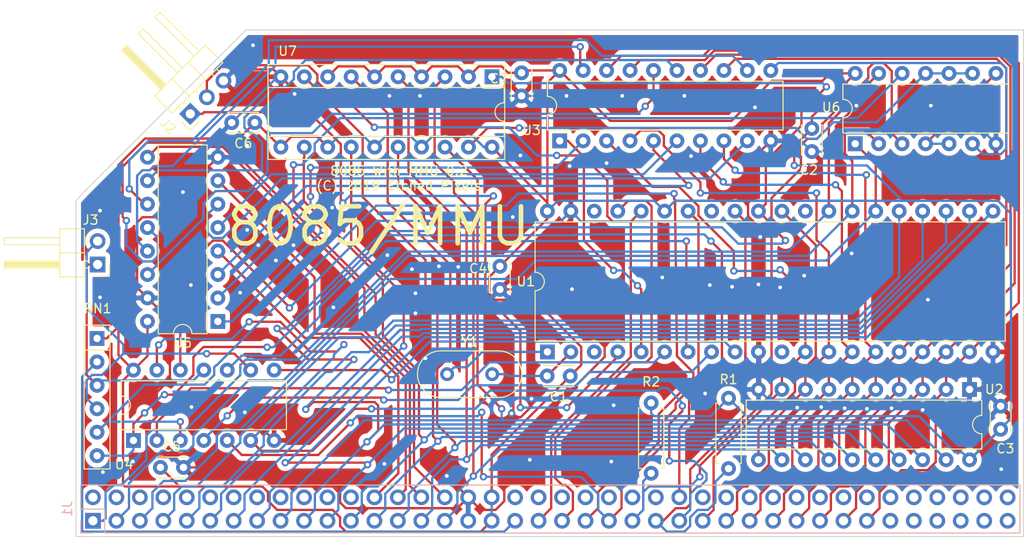
<source format=kicad_pcb>
(kicad_pcb (version 20171130) (host pcbnew 5.1.5-1.fc31)

  (general
    (thickness 1.6)
    (drawings 8)
    (tracks 1183)
    (zones 0)
    (modules 21)
    (nets 64)
  )

  (page A4)
  (layers
    (0 F.Cu signal)
    (31 B.Cu signal)
    (32 B.Adhes user)
    (33 F.Adhes user)
    (34 B.Paste user)
    (35 F.Paste user)
    (36 B.SilkS user)
    (37 F.SilkS user)
    (38 B.Mask user)
    (39 F.Mask user)
    (40 Dwgs.User user)
    (41 Cmts.User user)
    (42 Eco1.User user)
    (43 Eco2.User user)
    (44 Edge.Cuts user)
    (45 Margin user)
    (46 B.CrtYd user)
    (47 F.CrtYd user)
    (48 B.Fab user hide)
    (49 F.Fab user hide)
  )

  (setup
    (last_trace_width 0.25)
    (trace_clearance 0.2)
    (zone_clearance 0.508)
    (zone_45_only no)
    (trace_min 0.2)
    (via_size 0.8)
    (via_drill 0.4)
    (via_min_size 0.4)
    (via_min_drill 0.3)
    (uvia_size 0.3)
    (uvia_drill 0.1)
    (uvias_allowed no)
    (uvia_min_size 0.2)
    (uvia_min_drill 0.1)
    (edge_width 0.1)
    (segment_width 0.2)
    (pcb_text_width 0.3)
    (pcb_text_size 1.5 1.5)
    (mod_edge_width 0.15)
    (mod_text_size 1 1)
    (mod_text_width 0.15)
    (pad_size 1.524 1.524)
    (pad_drill 0.762)
    (pad_to_mask_clearance 0)
    (aux_axis_origin 0 0)
    (visible_elements FFFFFF7F)
    (pcbplotparams
      (layerselection 0x010fc_ffffffff)
      (usegerberextensions false)
      (usegerberattributes false)
      (usegerberadvancedattributes false)
      (creategerberjobfile false)
      (excludeedgelayer true)
      (linewidth 0.100000)
      (plotframeref false)
      (viasonmask false)
      (mode 1)
      (useauxorigin false)
      (hpglpennumber 1)
      (hpglpenspeed 20)
      (hpglpendiameter 15.000000)
      (psnegative false)
      (psa4output false)
      (plotreference true)
      (plotvalue true)
      (plotinvisibletext false)
      (padsonsilk false)
      (subtractmaskfromsilk false)
      (outputformat 1)
      (mirror false)
      (drillshape 0)
      (scaleselection 1)
      (outputdirectory "/tmp/8085"))
  )

  (net 0 "")
  (net 1 VCC)
  (net 2 "Net-(C1-Pad2)")
  (net 3 GND)
  (net 4 A15)
  (net 5 A14)
  (net 6 A13)
  (net 7 A12)
  (net 8 A11)
  (net 9 A10)
  (net 10 A9)
  (net 11 A8)
  (net 12 A7)
  (net 13 A6)
  (net 14 A5)
  (net 15 A4)
  (net 16 A3)
  (net 17 A2)
  (net 18 A1)
  (net 19 A0)
  (net 20 M1)
  (net 21 RESET)
  (net 22 CLOCK)
  (net 23 INT)
  (net 24 MREQ)
  (net 25 WR)
  (net 26 RD)
  (net 27 IORQ)
  (net 28 NMI)
  (net 29 AD0)
  (net 30 AD1)
  (net 31 AD2)
  (net 32 AD3)
  (net 33 AD4)
  (net 34 AD5)
  (net 35 AD6)
  (net 36 AD7)
  (net 37 "Net-(U1-Pad1)")
  (net 38 "Net-(U1-Pad6)")
  (net 39 "Net-(U1-Pad7)")
  (net 40 "Net-(U1-Pad8)")
  (net 41 "Net-(U1-Pad9)")
  (net 42 "Net-(U1-Pad30)")
  (net 43 INT2)
  (net 44 INT3)
  (net 45 A19)
  (net 46 A18)
  (net 47 A17)
  (net 48 A16)
  (net 49 SOD)
  (net 50 "Net-(U3-Pad11)")
  (net 51 "Net-(U3-Pad2)")
  (net 52 "Net-(U3-Pad12)")
  (net 53 "Net-(U3-Pad5)")
  (net 54 "Net-(U3-Pad15)")
  (net 55 "Net-(U3-Pad6)")
  (net 56 "Net-(U3-Pad16)")
  (net 57 "Net-(U3-Pad9)")
  (net 58 "Net-(U3-Pad19)")
  (net 59 "Net-(U5-Pad1)")
  (net 60 "Net-(U6-Pad4)")
  (net 61 SID)
  (net 62 MMUSEL)
  (net 63 "Net-(U4-Pad12)")

  (net_class Default "This is the default net class."
    (clearance 0.2)
    (trace_width 0.25)
    (via_dia 0.8)
    (via_drill 0.4)
    (uvia_dia 0.3)
    (uvia_drill 0.1)
    (add_net A0)
    (add_net A1)
    (add_net A10)
    (add_net A11)
    (add_net A12)
    (add_net A13)
    (add_net A14)
    (add_net A15)
    (add_net A16)
    (add_net A17)
    (add_net A18)
    (add_net A19)
    (add_net A2)
    (add_net A3)
    (add_net A4)
    (add_net A5)
    (add_net A6)
    (add_net A7)
    (add_net A8)
    (add_net A9)
    (add_net AD0)
    (add_net AD1)
    (add_net AD2)
    (add_net AD3)
    (add_net AD4)
    (add_net AD5)
    (add_net AD6)
    (add_net AD7)
    (add_net CLOCK)
    (add_net GND)
    (add_net INT)
    (add_net INT2)
    (add_net INT3)
    (add_net IORQ)
    (add_net M1)
    (add_net MMUSEL)
    (add_net MREQ)
    (add_net NMI)
    (add_net "Net-(C1-Pad2)")
    (add_net "Net-(U1-Pad1)")
    (add_net "Net-(U1-Pad30)")
    (add_net "Net-(U1-Pad6)")
    (add_net "Net-(U1-Pad7)")
    (add_net "Net-(U1-Pad8)")
    (add_net "Net-(U1-Pad9)")
    (add_net "Net-(U3-Pad11)")
    (add_net "Net-(U3-Pad12)")
    (add_net "Net-(U3-Pad15)")
    (add_net "Net-(U3-Pad16)")
    (add_net "Net-(U3-Pad19)")
    (add_net "Net-(U3-Pad2)")
    (add_net "Net-(U3-Pad5)")
    (add_net "Net-(U3-Pad6)")
    (add_net "Net-(U3-Pad9)")
    (add_net "Net-(U4-Pad12)")
    (add_net "Net-(U5-Pad1)")
    (add_net "Net-(U6-Pad4)")
    (add_net RD)
    (add_net RESET)
    (add_net SID)
    (add_net SOD)
    (add_net VCC)
    (add_net WR)
  )

  (net_class Power ""
    (clearance 0.2)
    (trace_width 0.4)
    (via_dia 0.8)
    (via_drill 0.4)
    (uvia_dia 0.3)
    (uvia_drill 0.1)
  )

  (module Resistor_THT:R_Array_SIP6 (layer F.Cu) (tedit 5A14249F) (tstamp 5D5C78A2)
    (at 108.1405 141.351 270)
    (descr "6-pin Resistor SIP pack")
    (tags R)
    (path /5D6B3E28)
    (fp_text reference RN1 (at -3.2385 -0.0635 180) (layer F.SilkS)
      (effects (font (size 1 1) (thickness 0.15)))
    )
    (fp_text value R_Network05 (at 7.62 2.4 90) (layer F.Fab)
      (effects (font (size 1 1) (thickness 0.15)))
    )
    (fp_text user %R (at 6.35 0 90) (layer F.Fab)
      (effects (font (size 1 1) (thickness 0.15)))
    )
    (fp_line (start -1.29 -1.25) (end -1.29 1.25) (layer F.Fab) (width 0.1))
    (fp_line (start -1.29 1.25) (end 13.99 1.25) (layer F.Fab) (width 0.1))
    (fp_line (start 13.99 1.25) (end 13.99 -1.25) (layer F.Fab) (width 0.1))
    (fp_line (start 13.99 -1.25) (end -1.29 -1.25) (layer F.Fab) (width 0.1))
    (fp_line (start 1.27 -1.25) (end 1.27 1.25) (layer F.Fab) (width 0.1))
    (fp_line (start -1.44 -1.4) (end -1.44 1.4) (layer F.SilkS) (width 0.12))
    (fp_line (start -1.44 1.4) (end 14.14 1.4) (layer F.SilkS) (width 0.12))
    (fp_line (start 14.14 1.4) (end 14.14 -1.4) (layer F.SilkS) (width 0.12))
    (fp_line (start 14.14 -1.4) (end -1.44 -1.4) (layer F.SilkS) (width 0.12))
    (fp_line (start 1.27 -1.4) (end 1.27 1.4) (layer F.SilkS) (width 0.12))
    (fp_line (start -1.7 -1.65) (end -1.7 1.65) (layer F.CrtYd) (width 0.05))
    (fp_line (start -1.7 1.65) (end 14.4 1.65) (layer F.CrtYd) (width 0.05))
    (fp_line (start 14.4 1.65) (end 14.4 -1.65) (layer F.CrtYd) (width 0.05))
    (fp_line (start 14.4 -1.65) (end -1.7 -1.65) (layer F.CrtYd) (width 0.05))
    (pad 1 thru_hole rect (at 0 0 270) (size 1.6 1.6) (drill 0.8) (layers *.Cu *.Mask)
      (net 1 VCC))
    (pad 2 thru_hole oval (at 2.54 0 270) (size 1.6 1.6) (drill 0.8) (layers *.Cu *.Mask)
      (net 20 M1))
    (pad 3 thru_hole oval (at 5.08 0 270) (size 1.6 1.6) (drill 0.8) (layers *.Cu *.Mask)
      (net 44 INT3))
    (pad 4 thru_hole oval (at 7.62 0 270) (size 1.6 1.6) (drill 0.8) (layers *.Cu *.Mask)
      (net 43 INT2))
    (pad 5 thru_hole oval (at 10.16 0 270) (size 1.6 1.6) (drill 0.8) (layers *.Cu *.Mask)
      (net 23 INT))
    (pad 6 thru_hole oval (at 12.7 0 270) (size 1.6 1.6) (drill 0.8) (layers *.Cu *.Mask)
      (net 28 NMI))
    (model ${KISYS3DMOD}/Resistor_THT.3dshapes/R_Array_SIP6.wrl
      (at (xyz 0 0 0))
      (scale (xyz 1 1 1))
      (rotate (xyz 0 0 0))
    )
  )

  (module Package_DIP:DIP-20_W7.62mm_Socket (layer F.Cu) (tedit 5A02E8C5) (tstamp 5D5E412E)
    (at 150.901999 113.017501 270)
    (descr "20-lead though-hole mounted DIP package, row spacing 7.62 mm (300 mils), Socket")
    (tags "THT DIP DIL PDIP 2.54mm 7.62mm 300mil Socket")
    (path /5DB4B4A2)
    (fp_text reference U7 (at -2.781501 22.123999 180) (layer F.SilkS)
      (effects (font (size 1 1) (thickness 0.15)))
    )
    (fp_text value 74HCT688 (at 3.81 25.19 90) (layer F.Fab)
      (effects (font (size 1 1) (thickness 0.15)))
    )
    (fp_arc (start 3.81 -1.33) (end 2.81 -1.33) (angle -180) (layer F.SilkS) (width 0.12))
    (fp_line (start 1.635 -1.27) (end 6.985 -1.27) (layer F.Fab) (width 0.1))
    (fp_line (start 6.985 -1.27) (end 6.985 24.13) (layer F.Fab) (width 0.1))
    (fp_line (start 6.985 24.13) (end 0.635 24.13) (layer F.Fab) (width 0.1))
    (fp_line (start 0.635 24.13) (end 0.635 -0.27) (layer F.Fab) (width 0.1))
    (fp_line (start 0.635 -0.27) (end 1.635 -1.27) (layer F.Fab) (width 0.1))
    (fp_line (start -1.27 -1.33) (end -1.27 24.19) (layer F.Fab) (width 0.1))
    (fp_line (start -1.27 24.19) (end 8.89 24.19) (layer F.Fab) (width 0.1))
    (fp_line (start 8.89 24.19) (end 8.89 -1.33) (layer F.Fab) (width 0.1))
    (fp_line (start 8.89 -1.33) (end -1.27 -1.33) (layer F.Fab) (width 0.1))
    (fp_line (start 2.81 -1.33) (end 1.16 -1.33) (layer F.SilkS) (width 0.12))
    (fp_line (start 1.16 -1.33) (end 1.16 24.19) (layer F.SilkS) (width 0.12))
    (fp_line (start 1.16 24.19) (end 6.46 24.19) (layer F.SilkS) (width 0.12))
    (fp_line (start 6.46 24.19) (end 6.46 -1.33) (layer F.SilkS) (width 0.12))
    (fp_line (start 6.46 -1.33) (end 4.81 -1.33) (layer F.SilkS) (width 0.12))
    (fp_line (start -1.33 -1.39) (end -1.33 24.25) (layer F.SilkS) (width 0.12))
    (fp_line (start -1.33 24.25) (end 8.95 24.25) (layer F.SilkS) (width 0.12))
    (fp_line (start 8.95 24.25) (end 8.95 -1.39) (layer F.SilkS) (width 0.12))
    (fp_line (start 8.95 -1.39) (end -1.33 -1.39) (layer F.SilkS) (width 0.12))
    (fp_line (start -1.55 -1.6) (end -1.55 24.45) (layer F.CrtYd) (width 0.05))
    (fp_line (start -1.55 24.45) (end 9.15 24.45) (layer F.CrtYd) (width 0.05))
    (fp_line (start 9.15 24.45) (end 9.15 -1.6) (layer F.CrtYd) (width 0.05))
    (fp_line (start 9.15 -1.6) (end -1.55 -1.6) (layer F.CrtYd) (width 0.05))
    (fp_text user %R (at 3.81 11.43 90) (layer F.Fab)
      (effects (font (size 1 1) (thickness 0.15)))
    )
    (pad 1 thru_hole rect (at 0 0 270) (size 1.6 1.6) (drill 0.8) (layers *.Cu *.Mask)
      (net 25 WR))
    (pad 11 thru_hole oval (at 7.62 22.86 270) (size 1.6 1.6) (drill 0.8) (layers *.Cu *.Mask)
      (net 1 VCC))
    (pad 2 thru_hole oval (at 0 2.54 270) (size 1.6 1.6) (drill 0.8) (layers *.Cu *.Mask)
      (net 1 VCC))
    (pad 12 thru_hole oval (at 7.62 20.32 270) (size 1.6 1.6) (drill 0.8) (layers *.Cu *.Mask)
      (net 15 A4))
    (pad 3 thru_hole oval (at 0 5.08 270) (size 1.6 1.6) (drill 0.8) (layers *.Cu *.Mask)
      (net 19 A0))
    (pad 13 thru_hole oval (at 7.62 17.78 270) (size 1.6 1.6) (drill 0.8) (layers *.Cu *.Mask)
      (net 1 VCC))
    (pad 4 thru_hole oval (at 0 7.62 270) (size 1.6 1.6) (drill 0.8) (layers *.Cu *.Mask)
      (net 1 VCC))
    (pad 14 thru_hole oval (at 7.62 15.24 270) (size 1.6 1.6) (drill 0.8) (layers *.Cu *.Mask)
      (net 14 A5))
    (pad 5 thru_hole oval (at 0 10.16 270) (size 1.6 1.6) (drill 0.8) (layers *.Cu *.Mask)
      (net 18 A1))
    (pad 15 thru_hole oval (at 7.62 12.7 270) (size 1.6 1.6) (drill 0.8) (layers *.Cu *.Mask)
      (net 1 VCC))
    (pad 6 thru_hole oval (at 0 12.7 270) (size 1.6 1.6) (drill 0.8) (layers *.Cu *.Mask)
      (net 1 VCC))
    (pad 16 thru_hole oval (at 7.62 10.16 270) (size 1.6 1.6) (drill 0.8) (layers *.Cu *.Mask)
      (net 13 A6))
    (pad 7 thru_hole oval (at 0 15.24 270) (size 1.6 1.6) (drill 0.8) (layers *.Cu *.Mask)
      (net 17 A2))
    (pad 17 thru_hole oval (at 7.62 7.62 270) (size 1.6 1.6) (drill 0.8) (layers *.Cu *.Mask)
      (net 1 VCC))
    (pad 8 thru_hole oval (at 0 17.78 270) (size 1.6 1.6) (drill 0.8) (layers *.Cu *.Mask)
      (net 1 VCC))
    (pad 18 thru_hole oval (at 7.62 5.08 270) (size 1.6 1.6) (drill 0.8) (layers *.Cu *.Mask)
      (net 12 A7))
    (pad 9 thru_hole oval (at 0 20.32 270) (size 1.6 1.6) (drill 0.8) (layers *.Cu *.Mask)
      (net 16 A3))
    (pad 19 thru_hole oval (at 7.62 2.54 270) (size 1.6 1.6) (drill 0.8) (layers *.Cu *.Mask)
      (net 62 MMUSEL))
    (pad 10 thru_hole oval (at 0 22.86 270) (size 1.6 1.6) (drill 0.8) (layers *.Cu *.Mask)
      (net 3 GND))
    (pad 20 thru_hole oval (at 7.62 0 270) (size 1.6 1.6) (drill 0.8) (layers *.Cu *.Mask)
      (net 1 VCC))
    (model ${KISYS3DMOD}/Package_DIP.3dshapes/DIP-20_W7.62mm_Socket.wrl
      (at (xyz 0 0 0))
      (scale (xyz 1 1 1))
      (rotate (xyz 0 0 0))
    )
  )

  (module Package_DIP:DIP-20_W7.62mm (layer F.Cu) (tedit 5A02E8C5) (tstamp 5D5C588B)
    (at 158.242 119.9515 90)
    (descr "20-lead though-hole mounted DIP package, row spacing 7.62 mm (300 mils)")
    (tags "THT DIP DIL PDIP 2.54mm 7.62mm 300mil")
    (path /5D5E6146)
    (fp_text reference U3 (at 1.143 -3.048 180) (layer F.SilkS)
      (effects (font (size 1 1) (thickness 0.15)))
    )
    (fp_text value 74HCT273 (at 3.81 25.19 90) (layer F.Fab)
      (effects (font (size 1 1) (thickness 0.15)))
    )
    (fp_arc (start 3.81 -1.33) (end 2.81 -1.33) (angle -180) (layer F.SilkS) (width 0.12))
    (fp_line (start 1.635 -1.27) (end 6.985 -1.27) (layer F.Fab) (width 0.1))
    (fp_line (start 6.985 -1.27) (end 6.985 24.13) (layer F.Fab) (width 0.1))
    (fp_line (start 6.985 24.13) (end 0.635 24.13) (layer F.Fab) (width 0.1))
    (fp_line (start 0.635 24.13) (end 0.635 -0.27) (layer F.Fab) (width 0.1))
    (fp_line (start 0.635 -0.27) (end 1.635 -1.27) (layer F.Fab) (width 0.1))
    (fp_line (start 2.81 -1.33) (end 1.16 -1.33) (layer F.SilkS) (width 0.12))
    (fp_line (start 1.16 -1.33) (end 1.16 24.19) (layer F.SilkS) (width 0.12))
    (fp_line (start 1.16 24.19) (end 6.46 24.19) (layer F.SilkS) (width 0.12))
    (fp_line (start 6.46 24.19) (end 6.46 -1.33) (layer F.SilkS) (width 0.12))
    (fp_line (start 6.46 -1.33) (end 4.81 -1.33) (layer F.SilkS) (width 0.12))
    (fp_line (start -1.1 -1.55) (end -1.1 24.4) (layer F.CrtYd) (width 0.05))
    (fp_line (start -1.1 24.4) (end 8.7 24.4) (layer F.CrtYd) (width 0.05))
    (fp_line (start 8.7 24.4) (end 8.7 -1.55) (layer F.CrtYd) (width 0.05))
    (fp_line (start 8.7 -1.55) (end -1.1 -1.55) (layer F.CrtYd) (width 0.05))
    (fp_text user %R (at 3.81 11.43 90) (layer F.Fab)
      (effects (font (size 1 1) (thickness 0.15)))
    )
    (pad 1 thru_hole rect (at 0 0 90) (size 1.6 1.6) (drill 0.8) (layers *.Cu *.Mask)
      (net 21 RESET))
    (pad 11 thru_hole oval (at 7.62 22.86 90) (size 1.6 1.6) (drill 0.8) (layers *.Cu *.Mask)
      (net 50 "Net-(U3-Pad11)"))
    (pad 2 thru_hole oval (at 0 2.54 90) (size 1.6 1.6) (drill 0.8) (layers *.Cu *.Mask)
      (net 51 "Net-(U3-Pad2)"))
    (pad 12 thru_hole oval (at 7.62 20.32 90) (size 1.6 1.6) (drill 0.8) (layers *.Cu *.Mask)
      (net 52 "Net-(U3-Pad12)"))
    (pad 3 thru_hole oval (at 0 5.08 90) (size 1.6 1.6) (drill 0.8) (layers *.Cu *.Mask)
      (net 29 AD0))
    (pad 13 thru_hole oval (at 7.62 17.78 90) (size 1.6 1.6) (drill 0.8) (layers *.Cu *.Mask)
      (net 33 AD4))
    (pad 4 thru_hole oval (at 0 7.62 90) (size 1.6 1.6) (drill 0.8) (layers *.Cu *.Mask)
      (net 30 AD1))
    (pad 14 thru_hole oval (at 7.62 15.24 90) (size 1.6 1.6) (drill 0.8) (layers *.Cu *.Mask)
      (net 34 AD5))
    (pad 5 thru_hole oval (at 0 10.16 90) (size 1.6 1.6) (drill 0.8) (layers *.Cu *.Mask)
      (net 53 "Net-(U3-Pad5)"))
    (pad 15 thru_hole oval (at 7.62 12.7 90) (size 1.6 1.6) (drill 0.8) (layers *.Cu *.Mask)
      (net 54 "Net-(U3-Pad15)"))
    (pad 6 thru_hole oval (at 0 12.7 90) (size 1.6 1.6) (drill 0.8) (layers *.Cu *.Mask)
      (net 55 "Net-(U3-Pad6)"))
    (pad 16 thru_hole oval (at 7.62 10.16 90) (size 1.6 1.6) (drill 0.8) (layers *.Cu *.Mask)
      (net 56 "Net-(U3-Pad16)"))
    (pad 7 thru_hole oval (at 0 15.24 90) (size 1.6 1.6) (drill 0.8) (layers *.Cu *.Mask)
      (net 31 AD2))
    (pad 17 thru_hole oval (at 7.62 7.62 90) (size 1.6 1.6) (drill 0.8) (layers *.Cu *.Mask)
      (net 35 AD6))
    (pad 8 thru_hole oval (at 0 17.78 90) (size 1.6 1.6) (drill 0.8) (layers *.Cu *.Mask)
      (net 32 AD3))
    (pad 18 thru_hole oval (at 7.62 5.08 90) (size 1.6 1.6) (drill 0.8) (layers *.Cu *.Mask)
      (net 36 AD7))
    (pad 9 thru_hole oval (at 0 20.32 90) (size 1.6 1.6) (drill 0.8) (layers *.Cu *.Mask)
      (net 57 "Net-(U3-Pad9)"))
    (pad 19 thru_hole oval (at 7.62 2.54 90) (size 1.6 1.6) (drill 0.8) (layers *.Cu *.Mask)
      (net 58 "Net-(U3-Pad19)"))
    (pad 10 thru_hole oval (at 0 22.86 90) (size 1.6 1.6) (drill 0.8) (layers *.Cu *.Mask)
      (net 3 GND))
    (pad 20 thru_hole oval (at 7.62 0 90) (size 1.6 1.6) (drill 0.8) (layers *.Cu *.Mask)
      (net 1 VCC))
    (model ${KISYS3DMOD}/Package_DIP.3dshapes/DIP-20_W7.62mm.wrl
      (at (xyz 0 0 0))
      (scale (xyz 1 1 1))
      (rotate (xyz 0 0 0))
    )
  )

  (module Package_DIP:DIP-40_W15.24mm (layer F.Cu) (tedit 5A02E8C5) (tstamp 5D5B39AA)
    (at 156.9085 142.8115 90)
    (descr "40-lead though-hole mounted DIP package, row spacing 15.24 mm (600 mils)")
    (tags "THT DIP DIL PDIP 2.54mm 15.24mm 600mil")
    (path /5D5C8495)
    (fp_text reference U1 (at 7.62 -2.33 180) (layer F.SilkS)
      (effects (font (size 1 1) (thickness 0.15)))
    )
    (fp_text value 8085 (at 7.62 50.59 90) (layer F.Fab)
      (effects (font (size 1 1) (thickness 0.15)))
    )
    (fp_arc (start 7.62 -1.33) (end 6.62 -1.33) (angle -180) (layer F.SilkS) (width 0.12))
    (fp_line (start 1.255 -1.27) (end 14.985 -1.27) (layer F.Fab) (width 0.1))
    (fp_line (start 14.985 -1.27) (end 14.985 49.53) (layer F.Fab) (width 0.1))
    (fp_line (start 14.985 49.53) (end 0.255 49.53) (layer F.Fab) (width 0.1))
    (fp_line (start 0.255 49.53) (end 0.255 -0.27) (layer F.Fab) (width 0.1))
    (fp_line (start 0.255 -0.27) (end 1.255 -1.27) (layer F.Fab) (width 0.1))
    (fp_line (start 6.62 -1.33) (end 1.16 -1.33) (layer F.SilkS) (width 0.12))
    (fp_line (start 1.16 -1.33) (end 1.16 49.59) (layer F.SilkS) (width 0.12))
    (fp_line (start 1.16 49.59) (end 14.08 49.59) (layer F.SilkS) (width 0.12))
    (fp_line (start 14.08 49.59) (end 14.08 -1.33) (layer F.SilkS) (width 0.12))
    (fp_line (start 14.08 -1.33) (end 8.62 -1.33) (layer F.SilkS) (width 0.12))
    (fp_line (start -1.05 -1.55) (end -1.05 49.8) (layer F.CrtYd) (width 0.05))
    (fp_line (start -1.05 49.8) (end 16.3 49.8) (layer F.CrtYd) (width 0.05))
    (fp_line (start 16.3 49.8) (end 16.3 -1.55) (layer F.CrtYd) (width 0.05))
    (fp_line (start 16.3 -1.55) (end -1.05 -1.55) (layer F.CrtYd) (width 0.05))
    (fp_text user %R (at 7.62 24.13 90) (layer F.Fab)
      (effects (font (size 1 1) (thickness 0.15)))
    )
    (pad 1 thru_hole rect (at 0 0 90) (size 1.6 1.6) (drill 0.8) (layers *.Cu *.Mask)
      (net 37 "Net-(U1-Pad1)"))
    (pad 21 thru_hole oval (at 15.24 48.26 90) (size 1.6 1.6) (drill 0.8) (layers *.Cu *.Mask)
      (net 11 A8))
    (pad 2 thru_hole oval (at 0 2.54 90) (size 1.6 1.6) (drill 0.8) (layers *.Cu *.Mask)
      (net 2 "Net-(C1-Pad2)"))
    (pad 22 thru_hole oval (at 15.24 45.72 90) (size 1.6 1.6) (drill 0.8) (layers *.Cu *.Mask)
      (net 10 A9))
    (pad 3 thru_hole oval (at 0 5.08 90) (size 1.6 1.6) (drill 0.8) (layers *.Cu *.Mask))
    (pad 23 thru_hole oval (at 15.24 43.18 90) (size 1.6 1.6) (drill 0.8) (layers *.Cu *.Mask)
      (net 9 A10))
    (pad 4 thru_hole oval (at 0 7.62 90) (size 1.6 1.6) (drill 0.8) (layers *.Cu *.Mask)
      (net 49 SOD))
    (pad 24 thru_hole oval (at 15.24 40.64 90) (size 1.6 1.6) (drill 0.8) (layers *.Cu *.Mask)
      (net 8 A11))
    (pad 5 thru_hole oval (at 0 10.16 90) (size 1.6 1.6) (drill 0.8) (layers *.Cu *.Mask)
      (net 61 SID))
    (pad 25 thru_hole oval (at 15.24 38.1 90) (size 1.6 1.6) (drill 0.8) (layers *.Cu *.Mask)
      (net 7 A12))
    (pad 6 thru_hole oval (at 0 12.7 90) (size 1.6 1.6) (drill 0.8) (layers *.Cu *.Mask)
      (net 38 "Net-(U1-Pad6)"))
    (pad 26 thru_hole oval (at 15.24 35.56 90) (size 1.6 1.6) (drill 0.8) (layers *.Cu *.Mask)
      (net 6 A13))
    (pad 7 thru_hole oval (at 0 15.24 90) (size 1.6 1.6) (drill 0.8) (layers *.Cu *.Mask)
      (net 39 "Net-(U1-Pad7)"))
    (pad 27 thru_hole oval (at 15.24 33.02 90) (size 1.6 1.6) (drill 0.8) (layers *.Cu *.Mask)
      (net 5 A14))
    (pad 8 thru_hole oval (at 0 17.78 90) (size 1.6 1.6) (drill 0.8) (layers *.Cu *.Mask)
      (net 40 "Net-(U1-Pad8)"))
    (pad 28 thru_hole oval (at 15.24 30.48 90) (size 1.6 1.6) (drill 0.8) (layers *.Cu *.Mask)
      (net 4 A15))
    (pad 9 thru_hole oval (at 0 20.32 90) (size 1.6 1.6) (drill 0.8) (layers *.Cu *.Mask)
      (net 41 "Net-(U1-Pad9)"))
    (pad 29 thru_hole oval (at 15.24 27.94 90) (size 1.6 1.6) (drill 0.8) (layers *.Cu *.Mask))
    (pad 10 thru_hole oval (at 0 22.86 90) (size 1.6 1.6) (drill 0.8) (layers *.Cu *.Mask)
      (net 3 GND))
    (pad 30 thru_hole oval (at 15.24 25.4 90) (size 1.6 1.6) (drill 0.8) (layers *.Cu *.Mask)
      (net 42 "Net-(U1-Pad30)"))
    (pad 11 thru_hole oval (at 0 25.4 90) (size 1.6 1.6) (drill 0.8) (layers *.Cu *.Mask))
    (pad 31 thru_hole oval (at 15.24 22.86 90) (size 1.6 1.6) (drill 0.8) (layers *.Cu *.Mask)
      (net 25 WR))
    (pad 12 thru_hole oval (at 0 27.94 90) (size 1.6 1.6) (drill 0.8) (layers *.Cu *.Mask)
      (net 29 AD0))
    (pad 32 thru_hole oval (at 15.24 20.32 90) (size 1.6 1.6) (drill 0.8) (layers *.Cu *.Mask)
      (net 26 RD))
    (pad 13 thru_hole oval (at 0 30.48 90) (size 1.6 1.6) (drill 0.8) (layers *.Cu *.Mask)
      (net 30 AD1))
    (pad 33 thru_hole oval (at 15.24 17.78 90) (size 1.6 1.6) (drill 0.8) (layers *.Cu *.Mask))
    (pad 14 thru_hole oval (at 0 33.02 90) (size 1.6 1.6) (drill 0.8) (layers *.Cu *.Mask)
      (net 31 AD2))
    (pad 34 thru_hole oval (at 15.24 15.24 90) (size 1.6 1.6) (drill 0.8) (layers *.Cu *.Mask)
      (net 24 MREQ))
    (pad 15 thru_hole oval (at 0 35.56 90) (size 1.6 1.6) (drill 0.8) (layers *.Cu *.Mask)
      (net 32 AD3))
    (pad 35 thru_hole oval (at 15.24 12.7 90) (size 1.6 1.6) (drill 0.8) (layers *.Cu *.Mask)
      (net 1 VCC))
    (pad 16 thru_hole oval (at 0 38.1 90) (size 1.6 1.6) (drill 0.8) (layers *.Cu *.Mask)
      (net 33 AD4))
    (pad 36 thru_hole oval (at 15.24 10.16 90) (size 1.6 1.6) (drill 0.8) (layers *.Cu *.Mask)
      (net 21 RESET))
    (pad 17 thru_hole oval (at 0 40.64 90) (size 1.6 1.6) (drill 0.8) (layers *.Cu *.Mask)
      (net 34 AD5))
    (pad 37 thru_hole oval (at 15.24 7.62 90) (size 1.6 1.6) (drill 0.8) (layers *.Cu *.Mask)
      (net 22 CLOCK))
    (pad 18 thru_hole oval (at 0 43.18 90) (size 1.6 1.6) (drill 0.8) (layers *.Cu *.Mask)
      (net 35 AD6))
    (pad 38 thru_hole oval (at 15.24 5.08 90) (size 1.6 1.6) (drill 0.8) (layers *.Cu *.Mask))
    (pad 19 thru_hole oval (at 0 45.72 90) (size 1.6 1.6) (drill 0.8) (layers *.Cu *.Mask)
      (net 36 AD7))
    (pad 39 thru_hole oval (at 15.24 2.54 90) (size 1.6 1.6) (drill 0.8) (layers *.Cu *.Mask)
      (net 3 GND))
    (pad 20 thru_hole oval (at 0 48.26 90) (size 1.6 1.6) (drill 0.8) (layers *.Cu *.Mask)
      (net 3 GND))
    (pad 40 thru_hole oval (at 15.24 0 90) (size 1.6 1.6) (drill 0.8) (layers *.Cu *.Mask)
      (net 1 VCC))
    (model ${KISYS3DMOD}/Package_DIP.3dshapes/DIP-40_W15.24mm.wrl
      (at (xyz 0 0 0))
      (scale (xyz 1 1 1))
      (rotate (xyz 0 0 0))
    )
  )

  (module Package_DIP:DIP-14_W7.62mm (layer F.Cu) (tedit 5A02E8C5) (tstamp 5D5B39F4)
    (at 112.0775 152.4 90)
    (descr "14-lead though-hole mounted DIP package, row spacing 7.62 mm (300 mils)")
    (tags "THT DIP DIL PDIP 2.54mm 7.62mm 300mil")
    (path /5D6D2A10)
    (fp_text reference U4 (at -2.6035 -1.016 180) (layer F.SilkS)
      (effects (font (size 1 1) (thickness 0.15)))
    )
    (fp_text value 74HCT14 (at 3.81 17.57 90) (layer F.Fab)
      (effects (font (size 1 1) (thickness 0.15)))
    )
    (fp_arc (start 3.81 -1.33) (end 2.81 -1.33) (angle -180) (layer F.SilkS) (width 0.12))
    (fp_line (start 1.635 -1.27) (end 6.985 -1.27) (layer F.Fab) (width 0.1))
    (fp_line (start 6.985 -1.27) (end 6.985 16.51) (layer F.Fab) (width 0.1))
    (fp_line (start 6.985 16.51) (end 0.635 16.51) (layer F.Fab) (width 0.1))
    (fp_line (start 0.635 16.51) (end 0.635 -0.27) (layer F.Fab) (width 0.1))
    (fp_line (start 0.635 -0.27) (end 1.635 -1.27) (layer F.Fab) (width 0.1))
    (fp_line (start 2.81 -1.33) (end 1.16 -1.33) (layer F.SilkS) (width 0.12))
    (fp_line (start 1.16 -1.33) (end 1.16 16.57) (layer F.SilkS) (width 0.12))
    (fp_line (start 1.16 16.57) (end 6.46 16.57) (layer F.SilkS) (width 0.12))
    (fp_line (start 6.46 16.57) (end 6.46 -1.33) (layer F.SilkS) (width 0.12))
    (fp_line (start 6.46 -1.33) (end 4.81 -1.33) (layer F.SilkS) (width 0.12))
    (fp_line (start -1.1 -1.55) (end -1.1 16.8) (layer F.CrtYd) (width 0.05))
    (fp_line (start -1.1 16.8) (end 8.7 16.8) (layer F.CrtYd) (width 0.05))
    (fp_line (start 8.7 16.8) (end 8.7 -1.55) (layer F.CrtYd) (width 0.05))
    (fp_line (start 8.7 -1.55) (end -1.1 -1.55) (layer F.CrtYd) (width 0.05))
    (fp_text user %R (at 3.81 7.62 90) (layer F.Fab)
      (effects (font (size 1 1) (thickness 0.15)))
    )
    (pad 1 thru_hole rect (at 0 0 90) (size 1.6 1.6) (drill 0.8) (layers *.Cu *.Mask)
      (net 28 NMI))
    (pad 8 thru_hole oval (at 7.62 15.24 90) (size 1.6 1.6) (drill 0.8) (layers *.Cu *.Mask)
      (net 41 "Net-(U1-Pad9)"))
    (pad 2 thru_hole oval (at 0 2.54 90) (size 1.6 1.6) (drill 0.8) (layers *.Cu *.Mask)
      (net 38 "Net-(U1-Pad6)"))
    (pad 9 thru_hole oval (at 7.62 12.7 90) (size 1.6 1.6) (drill 0.8) (layers *.Cu *.Mask)
      (net 43 INT2))
    (pad 3 thru_hole oval (at 0 5.08 90) (size 1.6 1.6) (drill 0.8) (layers *.Cu *.Mask)
      (net 23 INT))
    (pad 10 thru_hole oval (at 7.62 10.16 90) (size 1.6 1.6) (drill 0.8) (layers *.Cu *.Mask)
      (net 39 "Net-(U1-Pad7)"))
    (pad 4 thru_hole oval (at 0 7.62 90) (size 1.6 1.6) (drill 0.8) (layers *.Cu *.Mask)
      (net 40 "Net-(U1-Pad8)"))
    (pad 11 thru_hole oval (at 7.62 7.62 90) (size 1.6 1.6) (drill 0.8) (layers *.Cu *.Mask)
      (net 44 INT3))
    (pad 5 thru_hole oval (at 0 10.16 90) (size 1.6 1.6) (drill 0.8) (layers *.Cu *.Mask)
      (net 24 MREQ))
    (pad 12 thru_hole oval (at 7.62 5.08 90) (size 1.6 1.6) (drill 0.8) (layers *.Cu *.Mask)
      (net 63 "Net-(U4-Pad12)"))
    (pad 6 thru_hole oval (at 0 12.7 90) (size 1.6 1.6) (drill 0.8) (layers *.Cu *.Mask)
      (net 27 IORQ))
    (pad 13 thru_hole oval (at 7.62 2.54 90) (size 1.6 1.6) (drill 0.8) (layers *.Cu *.Mask)
      (net 27 IORQ))
    (pad 7 thru_hole oval (at 0 15.24 90) (size 1.6 1.6) (drill 0.8) (layers *.Cu *.Mask)
      (net 3 GND))
    (pad 14 thru_hole oval (at 7.62 0 90) (size 1.6 1.6) (drill 0.8) (layers *.Cu *.Mask)
      (net 1 VCC))
    (model ${KISYS3DMOD}/Package_DIP.3dshapes/DIP-14_W7.62mm.wrl
      (at (xyz 0 0 0))
      (scale (xyz 1 1 1))
      (rotate (xyz 0 0 0))
    )
  )

  (module Connector_PinSocket_2.54mm:PinSocket_2x40_P2.54mm_Vertical (layer B.Cu) (tedit 5A19A422) (tstamp 5D5B3957)
    (at 107.696 161.0995 270)
    (descr "Through hole straight socket strip, 2x40, 2.54mm pitch, double cols (from Kicad 4.0.7), script generated")
    (tags "Through hole socket strip THT 2x40 2.54mm double row")
    (path /5D88BCB1)
    (fp_text reference J1 (at -1.27 2.77 270) (layer B.SilkS)
      (effects (font (size 1 1) (thickness 0.15)) (justify mirror))
    )
    (fp_text value Conn_02x40_Odd_Even (at -1.27 -101.83 270) (layer B.Fab)
      (effects (font (size 1 1) (thickness 0.15)) (justify mirror))
    )
    (fp_line (start -3.81 1.27) (end 0.27 1.27) (layer B.Fab) (width 0.1))
    (fp_line (start 0.27 1.27) (end 1.27 0.27) (layer B.Fab) (width 0.1))
    (fp_line (start 1.27 0.27) (end 1.27 -100.33) (layer B.Fab) (width 0.1))
    (fp_line (start 1.27 -100.33) (end -3.81 -100.33) (layer B.Fab) (width 0.1))
    (fp_line (start -3.81 -100.33) (end -3.81 1.27) (layer B.Fab) (width 0.1))
    (fp_line (start -3.87 1.33) (end -1.27 1.33) (layer B.SilkS) (width 0.12))
    (fp_line (start -3.87 1.33) (end -3.87 -100.39) (layer B.SilkS) (width 0.12))
    (fp_line (start -3.87 -100.39) (end 1.33 -100.39) (layer B.SilkS) (width 0.12))
    (fp_line (start 1.33 -1.27) (end 1.33 -100.39) (layer B.SilkS) (width 0.12))
    (fp_line (start -1.27 -1.27) (end 1.33 -1.27) (layer B.SilkS) (width 0.12))
    (fp_line (start -1.27 1.33) (end -1.27 -1.27) (layer B.SilkS) (width 0.12))
    (fp_line (start 1.33 1.33) (end 1.33 0) (layer B.SilkS) (width 0.12))
    (fp_line (start 0 1.33) (end 1.33 1.33) (layer B.SilkS) (width 0.12))
    (fp_line (start -4.34 1.8) (end 1.76 1.8) (layer B.CrtYd) (width 0.05))
    (fp_line (start 1.76 1.8) (end 1.76 -100.8) (layer B.CrtYd) (width 0.05))
    (fp_line (start 1.76 -100.8) (end -4.34 -100.8) (layer B.CrtYd) (width 0.05))
    (fp_line (start -4.34 -100.8) (end -4.34 1.8) (layer B.CrtYd) (width 0.05))
    (fp_text user %R (at -1.27 -49.53) (layer B.Fab)
      (effects (font (size 1 1) (thickness 0.15)) (justify mirror))
    )
    (pad 1 thru_hole rect (at 0 0 270) (size 1.7 1.7) (drill 1) (layers *.Cu *.Mask)
      (net 4 A15))
    (pad 2 thru_hole oval (at -2.54 0 270) (size 1.7 1.7) (drill 1) (layers *.Cu *.Mask))
    (pad 3 thru_hole oval (at 0 -2.54 270) (size 1.7 1.7) (drill 1) (layers *.Cu *.Mask)
      (net 5 A14))
    (pad 4 thru_hole oval (at -2.54 -2.54 270) (size 1.7 1.7) (drill 1) (layers *.Cu *.Mask))
    (pad 5 thru_hole oval (at 0 -5.08 270) (size 1.7 1.7) (drill 1) (layers *.Cu *.Mask)
      (net 6 A13))
    (pad 6 thru_hole oval (at -2.54 -5.08 270) (size 1.7 1.7) (drill 1) (layers *.Cu *.Mask))
    (pad 7 thru_hole oval (at 0 -7.62 270) (size 1.7 1.7) (drill 1) (layers *.Cu *.Mask)
      (net 7 A12))
    (pad 8 thru_hole oval (at -2.54 -7.62 270) (size 1.7 1.7) (drill 1) (layers *.Cu *.Mask))
    (pad 9 thru_hole oval (at 0 -10.16 270) (size 1.7 1.7) (drill 1) (layers *.Cu *.Mask)
      (net 8 A11))
    (pad 10 thru_hole oval (at -2.54 -10.16 270) (size 1.7 1.7) (drill 1) (layers *.Cu *.Mask))
    (pad 11 thru_hole oval (at 0 -12.7 270) (size 1.7 1.7) (drill 1) (layers *.Cu *.Mask)
      (net 9 A10))
    (pad 12 thru_hole oval (at -2.54 -12.7 270) (size 1.7 1.7) (drill 1) (layers *.Cu *.Mask))
    (pad 13 thru_hole oval (at 0 -15.24 270) (size 1.7 1.7) (drill 1) (layers *.Cu *.Mask)
      (net 10 A9))
    (pad 14 thru_hole oval (at -2.54 -15.24 270) (size 1.7 1.7) (drill 1) (layers *.Cu *.Mask))
    (pad 15 thru_hole oval (at 0 -17.78 270) (size 1.7 1.7) (drill 1) (layers *.Cu *.Mask)
      (net 11 A8))
    (pad 16 thru_hole oval (at -2.54 -17.78 270) (size 1.7 1.7) (drill 1) (layers *.Cu *.Mask))
    (pad 17 thru_hole oval (at 0 -20.32 270) (size 1.7 1.7) (drill 1) (layers *.Cu *.Mask)
      (net 12 A7))
    (pad 18 thru_hole oval (at -2.54 -20.32 270) (size 1.7 1.7) (drill 1) (layers *.Cu *.Mask))
    (pad 19 thru_hole oval (at 0 -22.86 270) (size 1.7 1.7) (drill 1) (layers *.Cu *.Mask)
      (net 13 A6))
    (pad 20 thru_hole oval (at -2.54 -22.86 270) (size 1.7 1.7) (drill 1) (layers *.Cu *.Mask))
    (pad 21 thru_hole oval (at 0 -25.4 270) (size 1.7 1.7) (drill 1) (layers *.Cu *.Mask)
      (net 14 A5))
    (pad 22 thru_hole oval (at -2.54 -25.4 270) (size 1.7 1.7) (drill 1) (layers *.Cu *.Mask))
    (pad 23 thru_hole oval (at 0 -27.94 270) (size 1.7 1.7) (drill 1) (layers *.Cu *.Mask)
      (net 15 A4))
    (pad 24 thru_hole oval (at -2.54 -27.94 270) (size 1.7 1.7) (drill 1) (layers *.Cu *.Mask))
    (pad 25 thru_hole oval (at 0 -30.48 270) (size 1.7 1.7) (drill 1) (layers *.Cu *.Mask)
      (net 16 A3))
    (pad 26 thru_hole oval (at -2.54 -30.48 270) (size 1.7 1.7) (drill 1) (layers *.Cu *.Mask)
      (net 45 A19))
    (pad 27 thru_hole oval (at 0 -33.02 270) (size 1.7 1.7) (drill 1) (layers *.Cu *.Mask)
      (net 17 A2))
    (pad 28 thru_hole oval (at -2.54 -33.02 270) (size 1.7 1.7) (drill 1) (layers *.Cu *.Mask)
      (net 46 A18))
    (pad 29 thru_hole oval (at 0 -35.56 270) (size 1.7 1.7) (drill 1) (layers *.Cu *.Mask)
      (net 18 A1))
    (pad 30 thru_hole oval (at -2.54 -35.56 270) (size 1.7 1.7) (drill 1) (layers *.Cu *.Mask)
      (net 47 A17))
    (pad 31 thru_hole oval (at 0 -38.1 270) (size 1.7 1.7) (drill 1) (layers *.Cu *.Mask)
      (net 19 A0))
    (pad 32 thru_hole oval (at -2.54 -38.1 270) (size 1.7 1.7) (drill 1) (layers *.Cu *.Mask)
      (net 48 A16))
    (pad 33 thru_hole oval (at 0 -40.64 270) (size 1.7 1.7) (drill 1) (layers *.Cu *.Mask)
      (net 3 GND))
    (pad 34 thru_hole oval (at -2.54 -40.64 270) (size 1.7 1.7) (drill 1) (layers *.Cu *.Mask)
      (net 3 GND))
    (pad 35 thru_hole oval (at 0 -43.18 270) (size 1.7 1.7) (drill 1) (layers *.Cu *.Mask)
      (net 1 VCC))
    (pad 36 thru_hole oval (at -2.54 -43.18 270) (size 1.7 1.7) (drill 1) (layers *.Cu *.Mask)
      (net 1 VCC))
    (pad 37 thru_hole oval (at 0 -45.72 270) (size 1.7 1.7) (drill 1) (layers *.Cu *.Mask)
      (net 20 M1))
    (pad 38 thru_hole oval (at -2.54 -45.72 270) (size 1.7 1.7) (drill 1) (layers *.Cu *.Mask))
    (pad 39 thru_hole oval (at 0 -48.26 270) (size 1.7 1.7) (drill 1) (layers *.Cu *.Mask)
      (net 21 RESET))
    (pad 40 thru_hole oval (at -2.54 -48.26 270) (size 1.7 1.7) (drill 1) (layers *.Cu *.Mask))
    (pad 41 thru_hole oval (at 0 -50.8 270) (size 1.7 1.7) (drill 1) (layers *.Cu *.Mask)
      (net 22 CLOCK))
    (pad 42 thru_hole oval (at -2.54 -50.8 270) (size 1.7 1.7) (drill 1) (layers *.Cu *.Mask))
    (pad 43 thru_hole oval (at 0 -53.34 270) (size 1.7 1.7) (drill 1) (layers *.Cu *.Mask)
      (net 23 INT))
    (pad 44 thru_hole oval (at -2.54 -53.34 270) (size 1.7 1.7) (drill 1) (layers *.Cu *.Mask))
    (pad 45 thru_hole oval (at 0 -55.88 270) (size 1.7 1.7) (drill 1) (layers *.Cu *.Mask)
      (net 24 MREQ))
    (pad 46 thru_hole oval (at -2.54 -55.88 270) (size 1.7 1.7) (drill 1) (layers *.Cu *.Mask))
    (pad 47 thru_hole oval (at 0 -58.42 270) (size 1.7 1.7) (drill 1) (layers *.Cu *.Mask)
      (net 25 WR))
    (pad 48 thru_hole oval (at -2.54 -58.42 270) (size 1.7 1.7) (drill 1) (layers *.Cu *.Mask))
    (pad 49 thru_hole oval (at 0 -60.96 270) (size 1.7 1.7) (drill 1) (layers *.Cu *.Mask)
      (net 26 RD))
    (pad 50 thru_hole oval (at -2.54 -60.96 270) (size 1.7 1.7) (drill 1) (layers *.Cu *.Mask))
    (pad 51 thru_hole oval (at 0 -63.5 270) (size 1.7 1.7) (drill 1) (layers *.Cu *.Mask)
      (net 27 IORQ))
    (pad 52 thru_hole oval (at -2.54 -63.5 270) (size 1.7 1.7) (drill 1) (layers *.Cu *.Mask)
      (net 28 NMI))
    (pad 53 thru_hole oval (at 0 -66.04 270) (size 1.7 1.7) (drill 1) (layers *.Cu *.Mask)
      (net 29 AD0))
    (pad 54 thru_hole oval (at -2.54 -66.04 270) (size 1.7 1.7) (drill 1) (layers *.Cu *.Mask))
    (pad 55 thru_hole oval (at 0 -68.58 270) (size 1.7 1.7) (drill 1) (layers *.Cu *.Mask)
      (net 30 AD1))
    (pad 56 thru_hole oval (at -2.54 -68.58 270) (size 1.7 1.7) (drill 1) (layers *.Cu *.Mask))
    (pad 57 thru_hole oval (at 0 -71.12 270) (size 1.7 1.7) (drill 1) (layers *.Cu *.Mask)
      (net 31 AD2))
    (pad 58 thru_hole oval (at -2.54 -71.12 270) (size 1.7 1.7) (drill 1) (layers *.Cu *.Mask))
    (pad 59 thru_hole oval (at 0 -73.66 270) (size 1.7 1.7) (drill 1) (layers *.Cu *.Mask)
      (net 32 AD3))
    (pad 60 thru_hole oval (at -2.54 -73.66 270) (size 1.7 1.7) (drill 1) (layers *.Cu *.Mask))
    (pad 61 thru_hole oval (at 0 -76.2 270) (size 1.7 1.7) (drill 1) (layers *.Cu *.Mask)
      (net 33 AD4))
    (pad 62 thru_hole oval (at -2.54 -76.2 270) (size 1.7 1.7) (drill 1) (layers *.Cu *.Mask))
    (pad 63 thru_hole oval (at 0 -78.74 270) (size 1.7 1.7) (drill 1) (layers *.Cu *.Mask)
      (net 34 AD5))
    (pad 64 thru_hole oval (at -2.54 -78.74 270) (size 1.7 1.7) (drill 1) (layers *.Cu *.Mask))
    (pad 65 thru_hole oval (at 0 -81.28 270) (size 1.7 1.7) (drill 1) (layers *.Cu *.Mask)
      (net 35 AD6))
    (pad 66 thru_hole oval (at -2.54 -81.28 270) (size 1.7 1.7) (drill 1) (layers *.Cu *.Mask))
    (pad 67 thru_hole oval (at 0 -83.82 270) (size 1.7 1.7) (drill 1) (layers *.Cu *.Mask)
      (net 36 AD7))
    (pad 68 thru_hole oval (at -2.54 -83.82 270) (size 1.7 1.7) (drill 1) (layers *.Cu *.Mask))
    (pad 69 thru_hole oval (at 0 -86.36 270) (size 1.7 1.7) (drill 1) (layers *.Cu *.Mask))
    (pad 70 thru_hole oval (at -2.54 -86.36 270) (size 1.7 1.7) (drill 1) (layers *.Cu *.Mask))
    (pad 71 thru_hole oval (at 0 -88.9 270) (size 1.7 1.7) (drill 1) (layers *.Cu *.Mask))
    (pad 72 thru_hole oval (at -2.54 -88.9 270) (size 1.7 1.7) (drill 1) (layers *.Cu *.Mask))
    (pad 73 thru_hole oval (at 0 -91.44 270) (size 1.7 1.7) (drill 1) (layers *.Cu *.Mask))
    (pad 74 thru_hole oval (at -2.54 -91.44 270) (size 1.7 1.7) (drill 1) (layers *.Cu *.Mask))
    (pad 75 thru_hole oval (at 0 -93.98 270) (size 1.7 1.7) (drill 1) (layers *.Cu *.Mask))
    (pad 76 thru_hole oval (at -2.54 -93.98 270) (size 1.7 1.7) (drill 1) (layers *.Cu *.Mask))
    (pad 77 thru_hole oval (at 0 -96.52 270) (size 1.7 1.7) (drill 1) (layers *.Cu *.Mask))
    (pad 78 thru_hole oval (at -2.54 -96.52 270) (size 1.7 1.7) (drill 1) (layers *.Cu *.Mask))
    (pad 79 thru_hole oval (at 0 -99.06 270) (size 1.7 1.7) (drill 1) (layers *.Cu *.Mask))
    (pad 80 thru_hole oval (at -2.54 -99.06 270) (size 1.7 1.7) (drill 1) (layers *.Cu *.Mask))
    (model ${KISYS3DMOD}/Connector_PinSocket_2.54mm.3dshapes/PinSocket_2x40_P2.54mm_Vertical.wrl
      (at (xyz 0 0 0))
      (scale (xyz 1 1 1))
      (rotate (xyz 0 0 0))
    )
  )

  (module Package_DIP:DIP-20_W7.62mm (layer F.Cu) (tedit 5A02E8C5) (tstamp 5D5B6397)
    (at 202.6285 146.8755 270)
    (descr "20-lead though-hole mounted DIP package, row spacing 7.62 mm (300 mils)")
    (tags "THT DIP DIL PDIP 2.54mm 7.62mm 300mil")
    (path /5D8FCAE7)
    (fp_text reference U2 (at 0 -2.667 180) (layer F.SilkS)
      (effects (font (size 1 1) (thickness 0.15)))
    )
    (fp_text value 74HCT573 (at 3.81 25.19 90) (layer F.Fab)
      (effects (font (size 1 1) (thickness 0.15)))
    )
    (fp_arc (start 3.81 -1.33) (end 2.81 -1.33) (angle -180) (layer F.SilkS) (width 0.12))
    (fp_line (start 1.635 -1.27) (end 6.985 -1.27) (layer F.Fab) (width 0.1))
    (fp_line (start 6.985 -1.27) (end 6.985 24.13) (layer F.Fab) (width 0.1))
    (fp_line (start 6.985 24.13) (end 0.635 24.13) (layer F.Fab) (width 0.1))
    (fp_line (start 0.635 24.13) (end 0.635 -0.27) (layer F.Fab) (width 0.1))
    (fp_line (start 0.635 -0.27) (end 1.635 -1.27) (layer F.Fab) (width 0.1))
    (fp_line (start 2.81 -1.33) (end 1.16 -1.33) (layer F.SilkS) (width 0.12))
    (fp_line (start 1.16 -1.33) (end 1.16 24.19) (layer F.SilkS) (width 0.12))
    (fp_line (start 1.16 24.19) (end 6.46 24.19) (layer F.SilkS) (width 0.12))
    (fp_line (start 6.46 24.19) (end 6.46 -1.33) (layer F.SilkS) (width 0.12))
    (fp_line (start 6.46 -1.33) (end 4.81 -1.33) (layer F.SilkS) (width 0.12))
    (fp_line (start -1.1 -1.55) (end -1.1 24.4) (layer F.CrtYd) (width 0.05))
    (fp_line (start -1.1 24.4) (end 8.7 24.4) (layer F.CrtYd) (width 0.05))
    (fp_line (start 8.7 24.4) (end 8.7 -1.55) (layer F.CrtYd) (width 0.05))
    (fp_line (start 8.7 -1.55) (end -1.1 -1.55) (layer F.CrtYd) (width 0.05))
    (fp_text user %R (at 3.81 11.43 90) (layer F.Fab)
      (effects (font (size 1 1) (thickness 0.15)))
    )
    (pad 1 thru_hole rect (at 0 0 270) (size 1.6 1.6) (drill 0.8) (layers *.Cu *.Mask)
      (net 3 GND))
    (pad 11 thru_hole oval (at 7.62 22.86 270) (size 1.6 1.6) (drill 0.8) (layers *.Cu *.Mask)
      (net 42 "Net-(U1-Pad30)"))
    (pad 2 thru_hole oval (at 0 2.54 270) (size 1.6 1.6) (drill 0.8) (layers *.Cu *.Mask)
      (net 36 AD7))
    (pad 12 thru_hole oval (at 7.62 20.32 270) (size 1.6 1.6) (drill 0.8) (layers *.Cu *.Mask)
      (net 19 A0))
    (pad 3 thru_hole oval (at 0 5.08 270) (size 1.6 1.6) (drill 0.8) (layers *.Cu *.Mask)
      (net 35 AD6))
    (pad 13 thru_hole oval (at 7.62 17.78 270) (size 1.6 1.6) (drill 0.8) (layers *.Cu *.Mask)
      (net 18 A1))
    (pad 4 thru_hole oval (at 0 7.62 270) (size 1.6 1.6) (drill 0.8) (layers *.Cu *.Mask)
      (net 34 AD5))
    (pad 14 thru_hole oval (at 7.62 15.24 270) (size 1.6 1.6) (drill 0.8) (layers *.Cu *.Mask)
      (net 17 A2))
    (pad 5 thru_hole oval (at 0 10.16 270) (size 1.6 1.6) (drill 0.8) (layers *.Cu *.Mask)
      (net 33 AD4))
    (pad 15 thru_hole oval (at 7.62 12.7 270) (size 1.6 1.6) (drill 0.8) (layers *.Cu *.Mask)
      (net 16 A3))
    (pad 6 thru_hole oval (at 0 12.7 270) (size 1.6 1.6) (drill 0.8) (layers *.Cu *.Mask)
      (net 32 AD3))
    (pad 16 thru_hole oval (at 7.62 10.16 270) (size 1.6 1.6) (drill 0.8) (layers *.Cu *.Mask)
      (net 15 A4))
    (pad 7 thru_hole oval (at 0 15.24 270) (size 1.6 1.6) (drill 0.8) (layers *.Cu *.Mask)
      (net 31 AD2))
    (pad 17 thru_hole oval (at 7.62 7.62 270) (size 1.6 1.6) (drill 0.8) (layers *.Cu *.Mask)
      (net 14 A5))
    (pad 8 thru_hole oval (at 0 17.78 270) (size 1.6 1.6) (drill 0.8) (layers *.Cu *.Mask)
      (net 30 AD1))
    (pad 18 thru_hole oval (at 7.62 5.08 270) (size 1.6 1.6) (drill 0.8) (layers *.Cu *.Mask)
      (net 13 A6))
    (pad 9 thru_hole oval (at 0 20.32 270) (size 1.6 1.6) (drill 0.8) (layers *.Cu *.Mask)
      (net 29 AD0))
    (pad 19 thru_hole oval (at 7.62 2.54 270) (size 1.6 1.6) (drill 0.8) (layers *.Cu *.Mask)
      (net 12 A7))
    (pad 10 thru_hole oval (at 0 22.86 270) (size 1.6 1.6) (drill 0.8) (layers *.Cu *.Mask)
      (net 3 GND))
    (pad 20 thru_hole oval (at 7.62 0 270) (size 1.6 1.6) (drill 0.8) (layers *.Cu *.Mask)
      (net 1 VCC))
    (model ${KISYS3DMOD}/Package_DIP.3dshapes/DIP-20_W7.62mm.wrl
      (at (xyz 0 0 0))
      (scale (xyz 1 1 1))
      (rotate (xyz 0 0 0))
    )
  )

  (module Capacitor_THT:C_Disc_D3.0mm_W2.0mm_P2.50mm (layer F.Cu) (tedit 5AE50EF0) (tstamp 5D5C5EB0)
    (at 159.385 145.415 180)
    (descr "C, Disc series, Radial, pin pitch=2.50mm, , diameter*width=3*2mm^2, Capacitor")
    (tags "C Disc series Radial pin pitch 2.50mm  diameter 3mm width 2mm Capacitor")
    (path /5D6A843D)
    (fp_text reference C1 (at 1.25 -2.25) (layer F.SilkS)
      (effects (font (size 1 1) (thickness 0.15)))
    )
    (fp_text value 20pF (at 1.25 2.25) (layer F.Fab)
      (effects (font (size 1 1) (thickness 0.15)))
    )
    (fp_line (start -0.25 -1) (end -0.25 1) (layer F.Fab) (width 0.1))
    (fp_line (start -0.25 1) (end 2.75 1) (layer F.Fab) (width 0.1))
    (fp_line (start 2.75 1) (end 2.75 -1) (layer F.Fab) (width 0.1))
    (fp_line (start 2.75 -1) (end -0.25 -1) (layer F.Fab) (width 0.1))
    (fp_line (start -0.37 -1.12) (end 2.87 -1.12) (layer F.SilkS) (width 0.12))
    (fp_line (start -0.37 1.12) (end 2.87 1.12) (layer F.SilkS) (width 0.12))
    (fp_line (start -0.37 -1.12) (end -0.37 -1.055) (layer F.SilkS) (width 0.12))
    (fp_line (start -0.37 1.055) (end -0.37 1.12) (layer F.SilkS) (width 0.12))
    (fp_line (start 2.87 -1.12) (end 2.87 -1.055) (layer F.SilkS) (width 0.12))
    (fp_line (start 2.87 1.055) (end 2.87 1.12) (layer F.SilkS) (width 0.12))
    (fp_line (start -1.05 -1.25) (end -1.05 1.25) (layer F.CrtYd) (width 0.05))
    (fp_line (start -1.05 1.25) (end 3.55 1.25) (layer F.CrtYd) (width 0.05))
    (fp_line (start 3.55 1.25) (end 3.55 -1.25) (layer F.CrtYd) (width 0.05))
    (fp_line (start 3.55 -1.25) (end -1.05 -1.25) (layer F.CrtYd) (width 0.05))
    (fp_text user %R (at 1.25 0 180) (layer F.Fab)
      (effects (font (size 0.6 0.6) (thickness 0.09)))
    )
    (pad 1 thru_hole circle (at 0 0 180) (size 1.6 1.6) (drill 0.8) (layers *.Cu *.Mask)
      (net 1 VCC))
    (pad 2 thru_hole circle (at 2.5 0 180) (size 1.6 1.6) (drill 0.8) (layers *.Cu *.Mask)
      (net 2 "Net-(C1-Pad2)"))
    (model ${KISYS3DMOD}/Capacitor_THT.3dshapes/C_Disc_D3.0mm_W2.0mm_P2.50mm.wrl
      (at (xyz 0 0 0))
      (scale (xyz 1 1 1))
      (rotate (xyz 0 0 0))
    )
  )

  (module Capacitor_THT:C_Disc_D3.0mm_W2.0mm_P2.50mm (layer F.Cu) (tedit 5AE50EF0) (tstamp 5D5B6214)
    (at 185.547 118.618 270)
    (descr "C, Disc series, Radial, pin pitch=2.50mm, , diameter*width=3*2mm^2, Capacitor")
    (tags "C Disc series Radial pin pitch 2.50mm  diameter 3mm width 2mm Capacitor")
    (path /5D6AB946)
    (fp_text reference C2 (at 4.5085 0.3175 180) (layer F.SilkS)
      (effects (font (size 1 1) (thickness 0.15)))
    )
    (fp_text value 0.1uF (at 1.25 2.25 90) (layer F.Fab)
      (effects (font (size 1 1) (thickness 0.15)))
    )
    (fp_line (start -0.25 -1) (end -0.25 1) (layer F.Fab) (width 0.1))
    (fp_line (start -0.25 1) (end 2.75 1) (layer F.Fab) (width 0.1))
    (fp_line (start 2.75 1) (end 2.75 -1) (layer F.Fab) (width 0.1))
    (fp_line (start 2.75 -1) (end -0.25 -1) (layer F.Fab) (width 0.1))
    (fp_line (start -0.37 -1.12) (end 2.87 -1.12) (layer F.SilkS) (width 0.12))
    (fp_line (start -0.37 1.12) (end 2.87 1.12) (layer F.SilkS) (width 0.12))
    (fp_line (start -0.37 -1.12) (end -0.37 -1.055) (layer F.SilkS) (width 0.12))
    (fp_line (start -0.37 1.055) (end -0.37 1.12) (layer F.SilkS) (width 0.12))
    (fp_line (start 2.87 -1.12) (end 2.87 -1.055) (layer F.SilkS) (width 0.12))
    (fp_line (start 2.87 1.055) (end 2.87 1.12) (layer F.SilkS) (width 0.12))
    (fp_line (start -1.05 -1.25) (end -1.05 1.25) (layer F.CrtYd) (width 0.05))
    (fp_line (start -1.05 1.25) (end 3.55 1.25) (layer F.CrtYd) (width 0.05))
    (fp_line (start 3.55 1.25) (end 3.55 -1.25) (layer F.CrtYd) (width 0.05))
    (fp_line (start 3.55 -1.25) (end -1.05 -1.25) (layer F.CrtYd) (width 0.05))
    (fp_text user %R (at 1.016 0.5715 90) (layer F.Fab)
      (effects (font (size 0.6 0.6) (thickness 0.09)))
    )
    (pad 1 thru_hole circle (at 0 0 270) (size 1.6 1.6) (drill 0.8) (layers *.Cu *.Mask)
      (net 1 VCC))
    (pad 2 thru_hole circle (at 2.5 0 270) (size 1.6 1.6) (drill 0.8) (layers *.Cu *.Mask)
      (net 3 GND))
    (model ${KISYS3DMOD}/Capacitor_THT.3dshapes/C_Disc_D3.0mm_W2.0mm_P2.50mm.wrl
      (at (xyz 0 0 0))
      (scale (xyz 1 1 1))
      (rotate (xyz 0 0 0))
    )
  )

  (module Capacitor_THT:C_Disc_D3.0mm_W2.0mm_P2.50mm (layer F.Cu) (tedit 5AE50EF0) (tstamp 5D5B49AA)
    (at 205.994 151.1935 90)
    (descr "C, Disc series, Radial, pin pitch=2.50mm, , diameter*width=3*2mm^2, Capacitor")
    (tags "C Disc series Radial pin pitch 2.50mm  diameter 3mm width 2mm Capacitor")
    (path /5D6ABED7)
    (fp_text reference C3 (at -2.0955 0.508 180) (layer F.SilkS)
      (effects (font (size 1 1) (thickness 0.15)))
    )
    (fp_text value 0.1uF (at 1.25 2.25 90) (layer F.Fab)
      (effects (font (size 1 1) (thickness 0.15)))
    )
    (fp_text user %R (at 1.25 0 90) (layer F.Fab)
      (effects (font (size 0.6 0.6) (thickness 0.09)))
    )
    (fp_line (start 3.55 -1.25) (end -1.05 -1.25) (layer F.CrtYd) (width 0.05))
    (fp_line (start 3.55 1.25) (end 3.55 -1.25) (layer F.CrtYd) (width 0.05))
    (fp_line (start -1.05 1.25) (end 3.55 1.25) (layer F.CrtYd) (width 0.05))
    (fp_line (start -1.05 -1.25) (end -1.05 1.25) (layer F.CrtYd) (width 0.05))
    (fp_line (start 2.87 1.055) (end 2.87 1.12) (layer F.SilkS) (width 0.12))
    (fp_line (start 2.87 -1.12) (end 2.87 -1.055) (layer F.SilkS) (width 0.12))
    (fp_line (start -0.37 1.055) (end -0.37 1.12) (layer F.SilkS) (width 0.12))
    (fp_line (start -0.37 -1.12) (end -0.37 -1.055) (layer F.SilkS) (width 0.12))
    (fp_line (start -0.37 1.12) (end 2.87 1.12) (layer F.SilkS) (width 0.12))
    (fp_line (start -0.37 -1.12) (end 2.87 -1.12) (layer F.SilkS) (width 0.12))
    (fp_line (start 2.75 -1) (end -0.25 -1) (layer F.Fab) (width 0.1))
    (fp_line (start 2.75 1) (end 2.75 -1) (layer F.Fab) (width 0.1))
    (fp_line (start -0.25 1) (end 2.75 1) (layer F.Fab) (width 0.1))
    (fp_line (start -0.25 -1) (end -0.25 1) (layer F.Fab) (width 0.1))
    (pad 2 thru_hole circle (at 2.5 0 90) (size 1.6 1.6) (drill 0.8) (layers *.Cu *.Mask)
      (net 3 GND))
    (pad 1 thru_hole circle (at 0 0 90) (size 1.6 1.6) (drill 0.8) (layers *.Cu *.Mask)
      (net 1 VCC))
    (model ${KISYS3DMOD}/Capacitor_THT.3dshapes/C_Disc_D3.0mm_W2.0mm_P2.50mm.wrl
      (at (xyz 0 0 0))
      (scale (xyz 1 1 1))
      (rotate (xyz 0 0 0))
    )
  )

  (module Capacitor_THT:C_Disc_D3.0mm_W2.0mm_P2.50mm (layer F.Cu) (tedit 5AE50EF0) (tstamp 5D5B38DC)
    (at 151.765 133.5405 270)
    (descr "C, Disc series, Radial, pin pitch=2.50mm, , diameter*width=3*2mm^2, Capacitor")
    (tags "C Disc series Radial pin pitch 2.50mm  diameter 3mm width 2mm Capacitor")
    (path /5D7BD8C2)
    (fp_text reference C4 (at 0.254 2.3495 180) (layer F.SilkS)
      (effects (font (size 1 1) (thickness 0.15)))
    )
    (fp_text value 0.1uF (at 1.25 2.25 90) (layer F.Fab)
      (effects (font (size 1 1) (thickness 0.15)))
    )
    (fp_line (start -0.25 -1) (end -0.25 1) (layer F.Fab) (width 0.1))
    (fp_line (start -0.25 1) (end 2.75 1) (layer F.Fab) (width 0.1))
    (fp_line (start 2.75 1) (end 2.75 -1) (layer F.Fab) (width 0.1))
    (fp_line (start 2.75 -1) (end -0.25 -1) (layer F.Fab) (width 0.1))
    (fp_line (start -0.37 -1.12) (end 2.87 -1.12) (layer F.SilkS) (width 0.12))
    (fp_line (start -0.37 1.12) (end 2.87 1.12) (layer F.SilkS) (width 0.12))
    (fp_line (start -0.37 -1.12) (end -0.37 -1.055) (layer F.SilkS) (width 0.12))
    (fp_line (start -0.37 1.055) (end -0.37 1.12) (layer F.SilkS) (width 0.12))
    (fp_line (start 2.87 -1.12) (end 2.87 -1.055) (layer F.SilkS) (width 0.12))
    (fp_line (start 2.87 1.055) (end 2.87 1.12) (layer F.SilkS) (width 0.12))
    (fp_line (start -1.05 -1.25) (end -1.05 1.25) (layer F.CrtYd) (width 0.05))
    (fp_line (start -1.05 1.25) (end 3.55 1.25) (layer F.CrtYd) (width 0.05))
    (fp_line (start 3.55 1.25) (end 3.55 -1.25) (layer F.CrtYd) (width 0.05))
    (fp_line (start 3.55 -1.25) (end -1.05 -1.25) (layer F.CrtYd) (width 0.05))
    (fp_text user %R (at 1.25 0 90) (layer F.Fab)
      (effects (font (size 0.6 0.6) (thickness 0.09)))
    )
    (pad 1 thru_hole circle (at 0 0 270) (size 1.6 1.6) (drill 0.8) (layers *.Cu *.Mask)
      (net 1 VCC))
    (pad 2 thru_hole circle (at 2.5 0 270) (size 1.6 1.6) (drill 0.8) (layers *.Cu *.Mask)
      (net 3 GND))
    (model ${KISYS3DMOD}/Capacitor_THT.3dshapes/C_Disc_D3.0mm_W2.0mm_P2.50mm.wrl
      (at (xyz 0 0 0))
      (scale (xyz 1 1 1))
      (rotate (xyz 0 0 0))
    )
  )

  (module Capacitor_THT:C_Disc_D3.0mm_W2.0mm_P2.50mm (layer F.Cu) (tedit 5AE50EF0) (tstamp 5D5B4D65)
    (at 114.9985 155.321)
    (descr "C, Disc series, Radial, pin pitch=2.50mm, , diameter*width=3*2mm^2, Capacitor")
    (tags "C Disc series Radial pin pitch 2.50mm  diameter 3mm width 2mm Capacitor")
    (path /5D8A3DEB)
    (fp_text reference C5 (at 1.25 -2.25) (layer F.SilkS)
      (effects (font (size 1 1) (thickness 0.15)))
    )
    (fp_text value 0.1uF (at 1.25 2.25) (layer F.Fab)
      (effects (font (size 1 1) (thickness 0.15)))
    )
    (fp_text user %R (at 1.25 0) (layer F.Fab)
      (effects (font (size 0.6 0.6) (thickness 0.09)))
    )
    (fp_line (start 3.55 -1.25) (end -1.05 -1.25) (layer F.CrtYd) (width 0.05))
    (fp_line (start 3.55 1.25) (end 3.55 -1.25) (layer F.CrtYd) (width 0.05))
    (fp_line (start -1.05 1.25) (end 3.55 1.25) (layer F.CrtYd) (width 0.05))
    (fp_line (start -1.05 -1.25) (end -1.05 1.25) (layer F.CrtYd) (width 0.05))
    (fp_line (start 2.87 1.055) (end 2.87 1.12) (layer F.SilkS) (width 0.12))
    (fp_line (start 2.87 -1.12) (end 2.87 -1.055) (layer F.SilkS) (width 0.12))
    (fp_line (start -0.37 1.055) (end -0.37 1.12) (layer F.SilkS) (width 0.12))
    (fp_line (start -0.37 -1.12) (end -0.37 -1.055) (layer F.SilkS) (width 0.12))
    (fp_line (start -0.37 1.12) (end 2.87 1.12) (layer F.SilkS) (width 0.12))
    (fp_line (start -0.37 -1.12) (end 2.87 -1.12) (layer F.SilkS) (width 0.12))
    (fp_line (start 2.75 -1) (end -0.25 -1) (layer F.Fab) (width 0.1))
    (fp_line (start 2.75 1) (end 2.75 -1) (layer F.Fab) (width 0.1))
    (fp_line (start -0.25 1) (end 2.75 1) (layer F.Fab) (width 0.1))
    (fp_line (start -0.25 -1) (end -0.25 1) (layer F.Fab) (width 0.1))
    (pad 2 thru_hole circle (at 2.5 0) (size 1.6 1.6) (drill 0.8) (layers *.Cu *.Mask)
      (net 3 GND))
    (pad 1 thru_hole circle (at 0 0) (size 1.6 1.6) (drill 0.8) (layers *.Cu *.Mask)
      (net 1 VCC))
    (model ${KISYS3DMOD}/Capacitor_THT.3dshapes/C_Disc_D3.0mm_W2.0mm_P2.50mm.wrl
      (at (xyz 0 0 0))
      (scale (xyz 1 1 1))
      (rotate (xyz 0 0 0))
    )
  )

  (module Package_DIP:DIP-16_W7.62mm (layer F.Cu) (tedit 5A02E8C5) (tstamp 5D5C58AF)
    (at 121.2215 139.5095 180)
    (descr "16-lead though-hole mounted DIP package, row spacing 7.62 mm (300 mils)")
    (tags "THT DIP DIL PDIP 2.54mm 7.62mm 300mil")
    (path /5D5E8E70)
    (fp_text reference U5 (at 3.81 -2.33) (layer F.SilkS)
      (effects (font (size 1 1) (thickness 0.15)))
    )
    (fp_text value 74HCT157 (at 3.81 20.11) (layer F.Fab)
      (effects (font (size 1 1) (thickness 0.15)))
    )
    (fp_arc (start 3.81 -1.33) (end 2.81 -1.33) (angle -180) (layer F.SilkS) (width 0.12))
    (fp_line (start 1.635 -1.27) (end 6.985 -1.27) (layer F.Fab) (width 0.1))
    (fp_line (start 6.985 -1.27) (end 6.985 19.05) (layer F.Fab) (width 0.1))
    (fp_line (start 6.985 19.05) (end 0.635 19.05) (layer F.Fab) (width 0.1))
    (fp_line (start 0.635 19.05) (end 0.635 -0.27) (layer F.Fab) (width 0.1))
    (fp_line (start 0.635 -0.27) (end 1.635 -1.27) (layer F.Fab) (width 0.1))
    (fp_line (start 2.81 -1.33) (end 1.16 -1.33) (layer F.SilkS) (width 0.12))
    (fp_line (start 1.16 -1.33) (end 1.16 19.11) (layer F.SilkS) (width 0.12))
    (fp_line (start 1.16 19.11) (end 6.46 19.11) (layer F.SilkS) (width 0.12))
    (fp_line (start 6.46 19.11) (end 6.46 -1.33) (layer F.SilkS) (width 0.12))
    (fp_line (start 6.46 -1.33) (end 4.81 -1.33) (layer F.SilkS) (width 0.12))
    (fp_line (start -1.1 -1.55) (end -1.1 19.3) (layer F.CrtYd) (width 0.05))
    (fp_line (start -1.1 19.3) (end 8.7 19.3) (layer F.CrtYd) (width 0.05))
    (fp_line (start 8.7 19.3) (end 8.7 -1.55) (layer F.CrtYd) (width 0.05))
    (fp_line (start 8.7 -1.55) (end -1.1 -1.55) (layer F.CrtYd) (width 0.05))
    (fp_text user %R (at 3.81 8.89) (layer F.Fab)
      (effects (font (size 1 1) (thickness 0.15)))
    )
    (pad 1 thru_hole rect (at 0 0 180) (size 1.6 1.6) (drill 0.8) (layers *.Cu *.Mask)
      (net 59 "Net-(U5-Pad1)"))
    (pad 9 thru_hole oval (at 7.62 17.78 180) (size 1.6 1.6) (drill 0.8) (layers *.Cu *.Mask)
      (net 47 A17))
    (pad 2 thru_hole oval (at 0 2.54 180) (size 1.6 1.6) (drill 0.8) (layers *.Cu *.Mask)
      (net 51 "Net-(U3-Pad2)"))
    (pad 10 thru_hole oval (at 7.62 15.24 180) (size 1.6 1.6) (drill 0.8) (layers *.Cu *.Mask)
      (net 54 "Net-(U3-Pad15)"))
    (pad 3 thru_hole oval (at 0 5.08 180) (size 1.6 1.6) (drill 0.8) (layers *.Cu *.Mask)
      (net 53 "Net-(U3-Pad5)"))
    (pad 11 thru_hole oval (at 7.62 12.7 180) (size 1.6 1.6) (drill 0.8) (layers *.Cu *.Mask)
      (net 52 "Net-(U3-Pad12)"))
    (pad 4 thru_hole oval (at 0 7.62 180) (size 1.6 1.6) (drill 0.8) (layers *.Cu *.Mask)
      (net 45 A19))
    (pad 12 thru_hole oval (at 7.62 10.16 180) (size 1.6 1.6) (drill 0.8) (layers *.Cu *.Mask)
      (net 48 A16))
    (pad 5 thru_hole oval (at 0 10.16 180) (size 1.6 1.6) (drill 0.8) (layers *.Cu *.Mask)
      (net 55 "Net-(U3-Pad6)"))
    (pad 13 thru_hole oval (at 7.62 7.62 180) (size 1.6 1.6) (drill 0.8) (layers *.Cu *.Mask)
      (net 58 "Net-(U3-Pad19)"))
    (pad 6 thru_hole oval (at 0 12.7 180) (size 1.6 1.6) (drill 0.8) (layers *.Cu *.Mask)
      (net 57 "Net-(U3-Pad9)"))
    (pad 14 thru_hole oval (at 7.62 5.08 180) (size 1.6 1.6) (drill 0.8) (layers *.Cu *.Mask)
      (net 56 "Net-(U3-Pad16)"))
    (pad 7 thru_hole oval (at 0 15.24 180) (size 1.6 1.6) (drill 0.8) (layers *.Cu *.Mask)
      (net 46 A18))
    (pad 15 thru_hole oval (at 7.62 2.54 180) (size 1.6 1.6) (drill 0.8) (layers *.Cu *.Mask)
      (net 3 GND))
    (pad 8 thru_hole oval (at 0 17.78 180) (size 1.6 1.6) (drill 0.8) (layers *.Cu *.Mask)
      (net 3 GND))
    (pad 16 thru_hole oval (at 7.62 0 180) (size 1.6 1.6) (drill 0.8) (layers *.Cu *.Mask)
      (net 1 VCC))
    (model ${KISYS3DMOD}/Package_DIP.3dshapes/DIP-16_W7.62mm.wrl
      (at (xyz 0 0 0))
      (scale (xyz 1 1 1))
      (rotate (xyz 0 0 0))
    )
  )

  (module Package_DIP:DIP-14_W7.62mm (layer F.Cu) (tedit 5A02E8C5) (tstamp 5D5C58D1)
    (at 190.246 120.269 90)
    (descr "14-lead though-hole mounted DIP package, row spacing 7.62 mm (300 mils)")
    (tags "THT DIP DIL PDIP 2.54mm 7.62mm 300mil")
    (path /5D64A08D)
    (fp_text reference U6 (at 3.937 -2.6035 180) (layer F.SilkS)
      (effects (font (size 1 1) (thickness 0.15)))
    )
    (fp_text value 74HCT10 (at 3.81 17.57 90) (layer F.Fab)
      (effects (font (size 1 1) (thickness 0.15)))
    )
    (fp_arc (start 3.81 -1.33) (end 2.81 -1.33) (angle -180) (layer F.SilkS) (width 0.12))
    (fp_line (start 1.635 -1.27) (end 6.985 -1.27) (layer F.Fab) (width 0.1))
    (fp_line (start 6.985 -1.27) (end 6.985 16.51) (layer F.Fab) (width 0.1))
    (fp_line (start 6.985 16.51) (end 0.635 16.51) (layer F.Fab) (width 0.1))
    (fp_line (start 0.635 16.51) (end 0.635 -0.27) (layer F.Fab) (width 0.1))
    (fp_line (start 0.635 -0.27) (end 1.635 -1.27) (layer F.Fab) (width 0.1))
    (fp_line (start 2.81 -1.33) (end 1.16 -1.33) (layer F.SilkS) (width 0.12))
    (fp_line (start 1.16 -1.33) (end 1.16 16.57) (layer F.SilkS) (width 0.12))
    (fp_line (start 1.16 16.57) (end 6.46 16.57) (layer F.SilkS) (width 0.12))
    (fp_line (start 6.46 16.57) (end 6.46 -1.33) (layer F.SilkS) (width 0.12))
    (fp_line (start 6.46 -1.33) (end 4.81 -1.33) (layer F.SilkS) (width 0.12))
    (fp_line (start -1.1 -1.55) (end -1.1 16.8) (layer F.CrtYd) (width 0.05))
    (fp_line (start -1.1 16.8) (end 8.7 16.8) (layer F.CrtYd) (width 0.05))
    (fp_line (start 8.7 16.8) (end 8.7 -1.55) (layer F.CrtYd) (width 0.05))
    (fp_line (start 8.7 -1.55) (end -1.1 -1.55) (layer F.CrtYd) (width 0.05))
    (fp_text user %R (at 3.81 7.62 90) (layer F.Fab)
      (effects (font (size 1 1) (thickness 0.15)))
    )
    (pad 1 thru_hole rect (at 0 0 90) (size 1.6 1.6) (drill 0.8) (layers *.Cu *.Mask)
      (net 6 A13))
    (pad 8 thru_hole oval (at 7.62 15.24 90) (size 1.6 1.6) (drill 0.8) (layers *.Cu *.Mask)
      (net 60 "Net-(U6-Pad4)"))
    (pad 2 thru_hole oval (at 0 2.54 90) (size 1.6 1.6) (drill 0.8) (layers *.Cu *.Mask)
      (net 5 A14))
    (pad 9 thru_hole oval (at 7.62 12.7 90) (size 1.6 1.6) (drill 0.8) (layers *.Cu *.Mask)
      (net 62 MMUSEL))
    (pad 3 thru_hole oval (at 0 5.08 90) (size 1.6 1.6) (drill 0.8) (layers *.Cu *.Mask)
      (net 63 "Net-(U4-Pad12)"))
    (pad 10 thru_hole oval (at 7.62 10.16 90) (size 1.6 1.6) (drill 0.8) (layers *.Cu *.Mask)
      (net 62 MMUSEL))
    (pad 4 thru_hole oval (at 0 7.62 90) (size 1.6 1.6) (drill 0.8) (layers *.Cu *.Mask)
      (net 60 "Net-(U6-Pad4)"))
    (pad 11 thru_hole oval (at 7.62 7.62 90) (size 1.6 1.6) (drill 0.8) (layers *.Cu *.Mask)
      (net 62 MMUSEL))
    (pad 5 thru_hole oval (at 0 10.16 90) (size 1.6 1.6) (drill 0.8) (layers *.Cu *.Mask)
      (net 60 "Net-(U6-Pad4)"))
    (pad 12 thru_hole oval (at 7.62 5.08 90) (size 1.6 1.6) (drill 0.8) (layers *.Cu *.Mask)
      (net 59 "Net-(U5-Pad1)"))
    (pad 6 thru_hole oval (at 0 12.7 90) (size 1.6 1.6) (drill 0.8) (layers *.Cu *.Mask)
      (net 50 "Net-(U3-Pad11)"))
    (pad 13 thru_hole oval (at 7.62 2.54 90) (size 1.6 1.6) (drill 0.8) (layers *.Cu *.Mask)
      (net 4 A15))
    (pad 7 thru_hole oval (at 0 15.24 90) (size 1.6 1.6) (drill 0.8) (layers *.Cu *.Mask)
      (net 3 GND))
    (pad 14 thru_hole oval (at 7.62 0 90) (size 1.6 1.6) (drill 0.8) (layers *.Cu *.Mask)
      (net 1 VCC))
    (model ${KISYS3DMOD}/Package_DIP.3dshapes/DIP-14_W7.62mm.wrl
      (at (xyz 0 0 0))
      (scale (xyz 1 1 1))
      (rotate (xyz 0 0 0))
    )
  )

  (module Crystal:Crystal_HC49-U_Vertical (layer F.Cu) (tedit 5A1AD3B8) (tstamp 5D5C58D2)
    (at 146.05 145.2245)
    (descr "Crystal THT HC-49/U http://5hertz.com/pdfs/04404_D.pdf")
    (tags "THT crystalHC-49/U")
    (path /5D6A7A5C)
    (fp_text reference Y1 (at 2.44 -3.525) (layer F.SilkS)
      (effects (font (size 1 1) (thickness 0.15)))
    )
    (fp_text value Crystal (at 2.44 3.525) (layer F.Fab)
      (effects (font (size 1 1) (thickness 0.15)))
    )
    (fp_text user %R (at 2.44 0) (layer F.Fab)
      (effects (font (size 1 1) (thickness 0.15)))
    )
    (fp_line (start -0.685 -2.325) (end 5.565 -2.325) (layer F.Fab) (width 0.1))
    (fp_line (start -0.685 2.325) (end 5.565 2.325) (layer F.Fab) (width 0.1))
    (fp_line (start -0.56 -2) (end 5.44 -2) (layer F.Fab) (width 0.1))
    (fp_line (start -0.56 2) (end 5.44 2) (layer F.Fab) (width 0.1))
    (fp_line (start -0.685 -2.525) (end 5.565 -2.525) (layer F.SilkS) (width 0.12))
    (fp_line (start -0.685 2.525) (end 5.565 2.525) (layer F.SilkS) (width 0.12))
    (fp_line (start -3.5 -2.8) (end -3.5 2.8) (layer F.CrtYd) (width 0.05))
    (fp_line (start -3.5 2.8) (end 8.4 2.8) (layer F.CrtYd) (width 0.05))
    (fp_line (start 8.4 2.8) (end 8.4 -2.8) (layer F.CrtYd) (width 0.05))
    (fp_line (start 8.4 -2.8) (end -3.5 -2.8) (layer F.CrtYd) (width 0.05))
    (fp_arc (start -0.685 0) (end -0.685 -2.325) (angle -180) (layer F.Fab) (width 0.1))
    (fp_arc (start 5.565 0) (end 5.565 -2.325) (angle 180) (layer F.Fab) (width 0.1))
    (fp_arc (start -0.56 0) (end -0.56 -2) (angle -180) (layer F.Fab) (width 0.1))
    (fp_arc (start 5.44 0) (end 5.44 -2) (angle 180) (layer F.Fab) (width 0.1))
    (fp_arc (start -0.685 0) (end -0.685 -2.525) (angle -180) (layer F.SilkS) (width 0.12))
    (fp_arc (start 5.565 0) (end 5.565 -2.525) (angle 180) (layer F.SilkS) (width 0.12))
    (pad 1 thru_hole circle (at 0 0) (size 1.5 1.5) (drill 0.8) (layers *.Cu *.Mask)
      (net 37 "Net-(U1-Pad1)"))
    (pad 2 thru_hole circle (at 4.88 0) (size 1.5 1.5) (drill 0.8) (layers *.Cu *.Mask)
      (net 2 "Net-(C1-Pad2)"))
    (model ${KISYS3DMOD}/Crystal.3dshapes/Crystal_HC49-U_Vertical.wrl
      (at (xyz 0 0 0))
      (scale (xyz 1 1 1))
      (rotate (xyz 0 0 0))
    )
  )

  (module Capacitor_THT:C_Disc_D3.0mm_W2.0mm_P2.50mm (layer F.Cu) (tedit 5AE50EF0) (tstamp 5D5C6A63)
    (at 125.222 117.983 180)
    (descr "C, Disc series, Radial, pin pitch=2.50mm, , diameter*width=3*2mm^2, Capacitor")
    (tags "C Disc series Radial pin pitch 2.50mm  diameter 3mm width 2mm Capacitor")
    (path /5D6E6B9B)
    (fp_text reference C6 (at 1.25 -2.25) (layer F.SilkS)
      (effects (font (size 1 1) (thickness 0.15)))
    )
    (fp_text value 0.1uF (at 1.25 2.25) (layer F.Fab)
      (effects (font (size 1 1) (thickness 0.15)))
    )
    (fp_line (start -0.25 -1) (end -0.25 1) (layer F.Fab) (width 0.1))
    (fp_line (start -0.25 1) (end 2.75 1) (layer F.Fab) (width 0.1))
    (fp_line (start 2.75 1) (end 2.75 -1) (layer F.Fab) (width 0.1))
    (fp_line (start 2.75 -1) (end -0.25 -1) (layer F.Fab) (width 0.1))
    (fp_line (start -0.37 -1.12) (end 2.87 -1.12) (layer F.SilkS) (width 0.12))
    (fp_line (start -0.37 1.12) (end 2.87 1.12) (layer F.SilkS) (width 0.12))
    (fp_line (start -0.37 -1.12) (end -0.37 -1.055) (layer F.SilkS) (width 0.12))
    (fp_line (start -0.37 1.055) (end -0.37 1.12) (layer F.SilkS) (width 0.12))
    (fp_line (start 2.87 -1.12) (end 2.87 -1.055) (layer F.SilkS) (width 0.12))
    (fp_line (start 2.87 1.055) (end 2.87 1.12) (layer F.SilkS) (width 0.12))
    (fp_line (start -1.05 -1.25) (end -1.05 1.25) (layer F.CrtYd) (width 0.05))
    (fp_line (start -1.05 1.25) (end 3.55 1.25) (layer F.CrtYd) (width 0.05))
    (fp_line (start 3.55 1.25) (end 3.55 -1.25) (layer F.CrtYd) (width 0.05))
    (fp_line (start 3.55 -1.25) (end -1.05 -1.25) (layer F.CrtYd) (width 0.05))
    (fp_text user %R (at 1.25 0) (layer F.Fab)
      (effects (font (size 0.6 0.6) (thickness 0.09)))
    )
    (pad 1 thru_hole circle (at 0 0 180) (size 1.6 1.6) (drill 0.8) (layers *.Cu *.Mask)
      (net 1 VCC))
    (pad 2 thru_hole circle (at 2.5 0 180) (size 1.6 1.6) (drill 0.8) (layers *.Cu *.Mask)
      (net 3 GND))
    (model ${KISYS3DMOD}/Capacitor_THT.3dshapes/C_Disc_D3.0mm_W2.0mm_P2.50mm.wrl
      (at (xyz 0 0 0))
      (scale (xyz 1 1 1))
      (rotate (xyz 0 0 0))
    )
  )

  (module Capacitor_THT:C_Disc_D3.0mm_W2.0mm_P2.50mm (layer F.Cu) (tedit 5AE50EF0) (tstamp 5D5C6B06)
    (at 154.1145 112.5855 270)
    (descr "C, Disc series, Radial, pin pitch=2.50mm, , diameter*width=3*2mm^2, Capacitor")
    (tags "C Disc series Radial pin pitch 2.50mm  diameter 3mm width 2mm Capacitor")
    (path /5D6E7081)
    (fp_text reference C7 (at 0.635 2.4765 180) (layer F.SilkS)
      (effects (font (size 1 1) (thickness 0.15)))
    )
    (fp_text value 0.1uF (at 1.25 2.25 90) (layer F.Fab)
      (effects (font (size 1 1) (thickness 0.15)))
    )
    (fp_text user %R (at 1.25 0 90) (layer F.Fab)
      (effects (font (size 0.6 0.6) (thickness 0.09)))
    )
    (fp_line (start 3.55 -1.25) (end -1.05 -1.25) (layer F.CrtYd) (width 0.05))
    (fp_line (start 3.55 1.25) (end 3.55 -1.25) (layer F.CrtYd) (width 0.05))
    (fp_line (start -1.05 1.25) (end 3.55 1.25) (layer F.CrtYd) (width 0.05))
    (fp_line (start -1.05 -1.25) (end -1.05 1.25) (layer F.CrtYd) (width 0.05))
    (fp_line (start 2.87 1.055) (end 2.87 1.12) (layer F.SilkS) (width 0.12))
    (fp_line (start 2.87 -1.12) (end 2.87 -1.055) (layer F.SilkS) (width 0.12))
    (fp_line (start -0.37 1.055) (end -0.37 1.12) (layer F.SilkS) (width 0.12))
    (fp_line (start -0.37 -1.12) (end -0.37 -1.055) (layer F.SilkS) (width 0.12))
    (fp_line (start -0.37 1.12) (end 2.87 1.12) (layer F.SilkS) (width 0.12))
    (fp_line (start -0.37 -1.12) (end 2.87 -1.12) (layer F.SilkS) (width 0.12))
    (fp_line (start 2.75 -1) (end -0.25 -1) (layer F.Fab) (width 0.1))
    (fp_line (start 2.75 1) (end 2.75 -1) (layer F.Fab) (width 0.1))
    (fp_line (start -0.25 1) (end 2.75 1) (layer F.Fab) (width 0.1))
    (fp_line (start -0.25 -1) (end -0.25 1) (layer F.Fab) (width 0.1))
    (pad 2 thru_hole circle (at 2.5 0 270) (size 1.6 1.6) (drill 0.8) (layers *.Cu *.Mask)
      (net 3 GND))
    (pad 1 thru_hole circle (at 0 0 270) (size 1.6 1.6) (drill 0.8) (layers *.Cu *.Mask)
      (net 1 VCC))
    (model ${KISYS3DMOD}/Capacitor_THT.3dshapes/C_Disc_D3.0mm_W2.0mm_P2.50mm.wrl
      (at (xyz 0 0 0))
      (scale (xyz 1 1 1))
      (rotate (xyz 0 0 0))
    )
  )

  (module Connector_PinHeader_2.54mm:PinHeader_1x03_P2.54mm_Horizontal (layer F.Cu) (tedit 59FED5CB) (tstamp 5D5E40FE)
    (at 118.237 117.0305 135)
    (descr "Through hole angled pin header, 1x03, 2.54mm pitch, 6mm pin length, single row")
    (tags "Through hole angled pin header THT 1x03 2.54mm single row")
    (path /5DB6A09C)
    (fp_text reference J2 (at 0.763322 -2.649176 135) (layer F.SilkS)
      (effects (font (size 1 1) (thickness 0.15)))
    )
    (fp_text value Conn_01x03 (at 4.385 7.35 135) (layer F.Fab)
      (effects (font (size 1 1) (thickness 0.15)))
    )
    (fp_line (start 2.135 -1.27) (end 4.04 -1.27) (layer F.Fab) (width 0.1))
    (fp_line (start 4.04 -1.27) (end 4.04 6.35) (layer F.Fab) (width 0.1))
    (fp_line (start 4.04 6.35) (end 1.5 6.35) (layer F.Fab) (width 0.1))
    (fp_line (start 1.5 6.35) (end 1.5 -0.635) (layer F.Fab) (width 0.1))
    (fp_line (start 1.5 -0.635) (end 2.135 -1.27) (layer F.Fab) (width 0.1))
    (fp_line (start -0.32 -0.32) (end 1.5 -0.32) (layer F.Fab) (width 0.1))
    (fp_line (start -0.32 -0.32) (end -0.32 0.32) (layer F.Fab) (width 0.1))
    (fp_line (start -0.32 0.32) (end 1.5 0.32) (layer F.Fab) (width 0.1))
    (fp_line (start 4.04 -0.32) (end 10.04 -0.32) (layer F.Fab) (width 0.1))
    (fp_line (start 10.04 -0.32) (end 10.04 0.32) (layer F.Fab) (width 0.1))
    (fp_line (start 4.04 0.32) (end 10.04 0.32) (layer F.Fab) (width 0.1))
    (fp_line (start -0.32 2.22) (end 1.5 2.22) (layer F.Fab) (width 0.1))
    (fp_line (start -0.32 2.22) (end -0.32 2.86) (layer F.Fab) (width 0.1))
    (fp_line (start -0.32 2.86) (end 1.5 2.86) (layer F.Fab) (width 0.1))
    (fp_line (start 4.04 2.22) (end 10.04 2.22) (layer F.Fab) (width 0.1))
    (fp_line (start 10.04 2.22) (end 10.04 2.86) (layer F.Fab) (width 0.1))
    (fp_line (start 4.04 2.86) (end 10.04 2.86) (layer F.Fab) (width 0.1))
    (fp_line (start -0.32 4.76) (end 1.5 4.76) (layer F.Fab) (width 0.1))
    (fp_line (start -0.32 4.76) (end -0.32 5.4) (layer F.Fab) (width 0.1))
    (fp_line (start -0.32 5.4) (end 1.5 5.4) (layer F.Fab) (width 0.1))
    (fp_line (start 4.04 4.76) (end 10.04 4.76) (layer F.Fab) (width 0.1))
    (fp_line (start 10.04 4.76) (end 10.04 5.4) (layer F.Fab) (width 0.1))
    (fp_line (start 4.04 5.4) (end 10.04 5.4) (layer F.Fab) (width 0.1))
    (fp_line (start 1.44 -1.33) (end 1.44 6.41) (layer F.SilkS) (width 0.12))
    (fp_line (start 1.44 6.41) (end 4.1 6.41) (layer F.SilkS) (width 0.12))
    (fp_line (start 4.1 6.41) (end 4.1 -1.33) (layer F.SilkS) (width 0.12))
    (fp_line (start 4.1 -1.33) (end 1.44 -1.33) (layer F.SilkS) (width 0.12))
    (fp_line (start 4.1 -0.38) (end 10.1 -0.38) (layer F.SilkS) (width 0.12))
    (fp_line (start 10.1 -0.38) (end 10.1 0.38) (layer F.SilkS) (width 0.12))
    (fp_line (start 10.1 0.38) (end 4.1 0.38) (layer F.SilkS) (width 0.12))
    (fp_line (start 4.1 -0.32) (end 10.1 -0.32) (layer F.SilkS) (width 0.12))
    (fp_line (start 4.1 -0.2) (end 10.1 -0.2) (layer F.SilkS) (width 0.12))
    (fp_line (start 4.1 -0.08) (end 10.1 -0.08) (layer F.SilkS) (width 0.12))
    (fp_line (start 4.1 0.04) (end 10.1 0.04) (layer F.SilkS) (width 0.12))
    (fp_line (start 4.1 0.16) (end 10.1 0.16) (layer F.SilkS) (width 0.12))
    (fp_line (start 4.1 0.28) (end 10.1 0.28) (layer F.SilkS) (width 0.12))
    (fp_line (start 1.11 -0.38) (end 1.44 -0.38) (layer F.SilkS) (width 0.12))
    (fp_line (start 1.11 0.38) (end 1.44 0.38) (layer F.SilkS) (width 0.12))
    (fp_line (start 1.44 1.27) (end 4.1 1.27) (layer F.SilkS) (width 0.12))
    (fp_line (start 4.1 2.16) (end 10.1 2.16) (layer F.SilkS) (width 0.12))
    (fp_line (start 10.1 2.16) (end 10.1 2.92) (layer F.SilkS) (width 0.12))
    (fp_line (start 10.1 2.92) (end 4.1 2.92) (layer F.SilkS) (width 0.12))
    (fp_line (start 1.042929 2.16) (end 1.44 2.16) (layer F.SilkS) (width 0.12))
    (fp_line (start 1.042929 2.92) (end 1.44 2.92) (layer F.SilkS) (width 0.12))
    (fp_line (start 1.44 3.81) (end 4.1 3.81) (layer F.SilkS) (width 0.12))
    (fp_line (start 4.1 4.7) (end 10.1 4.7) (layer F.SilkS) (width 0.12))
    (fp_line (start 10.1 4.7) (end 10.1 5.46) (layer F.SilkS) (width 0.12))
    (fp_line (start 10.1 5.46) (end 4.1 5.46) (layer F.SilkS) (width 0.12))
    (fp_line (start 1.042929 4.7) (end 1.44 4.7) (layer F.SilkS) (width 0.12))
    (fp_line (start 1.042929 5.46) (end 1.44 5.46) (layer F.SilkS) (width 0.12))
    (fp_line (start -1.27 0) (end -1.27 -1.27) (layer F.SilkS) (width 0.12))
    (fp_line (start -1.27 -1.27) (end 0 -1.27) (layer F.SilkS) (width 0.12))
    (fp_line (start -1.8 -1.8) (end -1.8 6.85) (layer F.CrtYd) (width 0.05))
    (fp_line (start -1.8 6.85) (end 10.55 6.85) (layer F.CrtYd) (width 0.05))
    (fp_line (start 10.55 6.85) (end 10.55 -1.8) (layer F.CrtYd) (width 0.05))
    (fp_line (start 10.55 -1.8) (end -1.8 -1.8) (layer F.CrtYd) (width 0.05))
    (fp_text user %R (at 2.77 2.54 45) (layer F.Fab)
      (effects (font (size 1 1) (thickness 0.15)))
    )
    (pad 1 thru_hole rect (at 0 0 135) (size 1.7 1.7) (drill 1) (layers *.Cu *.Mask)
      (net 49 SOD))
    (pad 2 thru_hole oval (at 0 2.54 135) (size 1.7 1.7) (drill 1) (layers *.Cu *.Mask)
      (net 61 SID))
    (pad 3 thru_hole oval (at 0 5.08 135) (size 1.7 1.7) (drill 1) (layers *.Cu *.Mask)
      (net 3 GND))
    (model ${KISYS3DMOD}/Connector_PinHeader_2.54mm.3dshapes/PinHeader_1x03_P2.54mm_Horizontal.wrl
      (at (xyz 0 0 0))
      (scale (xyz 1 1 1))
      (rotate (xyz 0 0 0))
    )
  )

  (module Connector_PinHeader_2.54mm:PinHeader_1x02_P2.54mm_Horizontal (layer F.Cu) (tedit 59FED5CB) (tstamp 5E655F88)
    (at 108.204 133.35 180)
    (descr "Through hole angled pin header, 1x02, 2.54mm pitch, 6mm pin length, single row")
    (tags "Through hole angled pin header THT 1x02 2.54mm single row")
    (path /5E66BCB8)
    (fp_text reference J3 (at 0.762 4.826) (layer F.SilkS)
      (effects (font (size 1 1) (thickness 0.15)))
    )
    (fp_text value Conn_01x02_Male (at 4.385 4.81) (layer F.Fab)
      (effects (font (size 1 1) (thickness 0.15)))
    )
    (fp_line (start 2.135 -1.27) (end 4.04 -1.27) (layer F.Fab) (width 0.1))
    (fp_line (start 4.04 -1.27) (end 4.04 3.81) (layer F.Fab) (width 0.1))
    (fp_line (start 4.04 3.81) (end 1.5 3.81) (layer F.Fab) (width 0.1))
    (fp_line (start 1.5 3.81) (end 1.5 -0.635) (layer F.Fab) (width 0.1))
    (fp_line (start 1.5 -0.635) (end 2.135 -1.27) (layer F.Fab) (width 0.1))
    (fp_line (start -0.32 -0.32) (end 1.5 -0.32) (layer F.Fab) (width 0.1))
    (fp_line (start -0.32 -0.32) (end -0.32 0.32) (layer F.Fab) (width 0.1))
    (fp_line (start -0.32 0.32) (end 1.5 0.32) (layer F.Fab) (width 0.1))
    (fp_line (start 4.04 -0.32) (end 10.04 -0.32) (layer F.Fab) (width 0.1))
    (fp_line (start 10.04 -0.32) (end 10.04 0.32) (layer F.Fab) (width 0.1))
    (fp_line (start 4.04 0.32) (end 10.04 0.32) (layer F.Fab) (width 0.1))
    (fp_line (start -0.32 2.22) (end 1.5 2.22) (layer F.Fab) (width 0.1))
    (fp_line (start -0.32 2.22) (end -0.32 2.86) (layer F.Fab) (width 0.1))
    (fp_line (start -0.32 2.86) (end 1.5 2.86) (layer F.Fab) (width 0.1))
    (fp_line (start 4.04 2.22) (end 10.04 2.22) (layer F.Fab) (width 0.1))
    (fp_line (start 10.04 2.22) (end 10.04 2.86) (layer F.Fab) (width 0.1))
    (fp_line (start 4.04 2.86) (end 10.04 2.86) (layer F.Fab) (width 0.1))
    (fp_line (start 1.44 -1.33) (end 1.44 3.87) (layer F.SilkS) (width 0.12))
    (fp_line (start 1.44 3.87) (end 4.1 3.87) (layer F.SilkS) (width 0.12))
    (fp_line (start 4.1 3.87) (end 4.1 -1.33) (layer F.SilkS) (width 0.12))
    (fp_line (start 4.1 -1.33) (end 1.44 -1.33) (layer F.SilkS) (width 0.12))
    (fp_line (start 4.1 -0.38) (end 10.1 -0.38) (layer F.SilkS) (width 0.12))
    (fp_line (start 10.1 -0.38) (end 10.1 0.38) (layer F.SilkS) (width 0.12))
    (fp_line (start 10.1 0.38) (end 4.1 0.38) (layer F.SilkS) (width 0.12))
    (fp_line (start 4.1 -0.32) (end 10.1 -0.32) (layer F.SilkS) (width 0.12))
    (fp_line (start 4.1 -0.2) (end 10.1 -0.2) (layer F.SilkS) (width 0.12))
    (fp_line (start 4.1 -0.08) (end 10.1 -0.08) (layer F.SilkS) (width 0.12))
    (fp_line (start 4.1 0.04) (end 10.1 0.04) (layer F.SilkS) (width 0.12))
    (fp_line (start 4.1 0.16) (end 10.1 0.16) (layer F.SilkS) (width 0.12))
    (fp_line (start 4.1 0.28) (end 10.1 0.28) (layer F.SilkS) (width 0.12))
    (fp_line (start 1.11 -0.38) (end 1.44 -0.38) (layer F.SilkS) (width 0.12))
    (fp_line (start 1.11 0.38) (end 1.44 0.38) (layer F.SilkS) (width 0.12))
    (fp_line (start 1.44 1.27) (end 4.1 1.27) (layer F.SilkS) (width 0.12))
    (fp_line (start 4.1 2.16) (end 10.1 2.16) (layer F.SilkS) (width 0.12))
    (fp_line (start 10.1 2.16) (end 10.1 2.92) (layer F.SilkS) (width 0.12))
    (fp_line (start 10.1 2.92) (end 4.1 2.92) (layer F.SilkS) (width 0.12))
    (fp_line (start 1.042929 2.16) (end 1.44 2.16) (layer F.SilkS) (width 0.12))
    (fp_line (start 1.042929 2.92) (end 1.44 2.92) (layer F.SilkS) (width 0.12))
    (fp_line (start -1.27 0) (end -1.27 -1.27) (layer F.SilkS) (width 0.12))
    (fp_line (start -1.27 -1.27) (end 0 -1.27) (layer F.SilkS) (width 0.12))
    (fp_line (start -1.8 -1.8) (end -1.8 4.35) (layer F.CrtYd) (width 0.05))
    (fp_line (start -1.8 4.35) (end 10.55 4.35) (layer F.CrtYd) (width 0.05))
    (fp_line (start 10.55 4.35) (end 10.55 -1.8) (layer F.CrtYd) (width 0.05))
    (fp_line (start 10.55 -1.8) (end -1.8 -1.8) (layer F.CrtYd) (width 0.05))
    (fp_text user %R (at 2.77 1.27 90) (layer F.Fab)
      (effects (font (size 1 1) (thickness 0.15)))
    )
    (pad 1 thru_hole rect (at 0 0 180) (size 1.7 1.7) (drill 1) (layers *.Cu *.Mask)
      (net 44 INT3))
    (pad 2 thru_hole oval (at 0 2.54 180) (size 1.7 1.7) (drill 1) (layers *.Cu *.Mask)
      (net 43 INT2))
    (model ${KISYS3DMOD}/Connector_PinHeader_2.54mm.3dshapes/PinHeader_1x02_P2.54mm_Horizontal.wrl
      (at (xyz 0 0 0))
      (scale (xyz 1 1 1))
      (rotate (xyz 0 0 0))
    )
  )

  (module Resistor_THT:R_Axial_DIN0207_L6.3mm_D2.5mm_P7.62mm_Horizontal (layer F.Cu) (tedit 5AE5139B) (tstamp 5E656259)
    (at 176.53 147.828 270)
    (descr "Resistor, Axial_DIN0207 series, Axial, Horizontal, pin pitch=7.62mm, 0.25W = 1/4W, length*diameter=6.3*2.5mm^2, http://cdn-reichelt.de/documents/datenblatt/B400/1_4W%23YAG.pdf")
    (tags "Resistor Axial_DIN0207 series Axial Horizontal pin pitch 7.62mm 0.25W = 1/4W length 6.3mm diameter 2.5mm")
    (path /5E687F05)
    (fp_text reference R1 (at -2.032 0 180) (layer F.SilkS)
      (effects (font (size 1 1) (thickness 0.15)))
    )
    (fp_text value 10K (at 3.81 2.37 90) (layer F.Fab)
      (effects (font (size 1 1) (thickness 0.15)))
    )
    (fp_text user %R (at 3.81 0 90) (layer F.Fab)
      (effects (font (size 1 1) (thickness 0.15)))
    )
    (fp_line (start 8.67 -1.5) (end -1.05 -1.5) (layer F.CrtYd) (width 0.05))
    (fp_line (start 8.67 1.5) (end 8.67 -1.5) (layer F.CrtYd) (width 0.05))
    (fp_line (start -1.05 1.5) (end 8.67 1.5) (layer F.CrtYd) (width 0.05))
    (fp_line (start -1.05 -1.5) (end -1.05 1.5) (layer F.CrtYd) (width 0.05))
    (fp_line (start 7.08 1.37) (end 7.08 1.04) (layer F.SilkS) (width 0.12))
    (fp_line (start 0.54 1.37) (end 7.08 1.37) (layer F.SilkS) (width 0.12))
    (fp_line (start 0.54 1.04) (end 0.54 1.37) (layer F.SilkS) (width 0.12))
    (fp_line (start 7.08 -1.37) (end 7.08 -1.04) (layer F.SilkS) (width 0.12))
    (fp_line (start 0.54 -1.37) (end 7.08 -1.37) (layer F.SilkS) (width 0.12))
    (fp_line (start 0.54 -1.04) (end 0.54 -1.37) (layer F.SilkS) (width 0.12))
    (fp_line (start 7.62 0) (end 6.96 0) (layer F.Fab) (width 0.1))
    (fp_line (start 0 0) (end 0.66 0) (layer F.Fab) (width 0.1))
    (fp_line (start 6.96 -1.25) (end 0.66 -1.25) (layer F.Fab) (width 0.1))
    (fp_line (start 6.96 1.25) (end 6.96 -1.25) (layer F.Fab) (width 0.1))
    (fp_line (start 0.66 1.25) (end 6.96 1.25) (layer F.Fab) (width 0.1))
    (fp_line (start 0.66 -1.25) (end 0.66 1.25) (layer F.Fab) (width 0.1))
    (pad 2 thru_hole oval (at 7.62 0 270) (size 1.6 1.6) (drill 0.8) (layers *.Cu *.Mask)
      (net 26 RD))
    (pad 1 thru_hole circle (at 0 0 270) (size 1.6 1.6) (drill 0.8) (layers *.Cu *.Mask)
      (net 1 VCC))
    (model ${KISYS3DMOD}/Resistor_THT.3dshapes/R_Axial_DIN0207_L6.3mm_D2.5mm_P7.62mm_Horizontal.wrl
      (at (xyz 0 0 0))
      (scale (xyz 1 1 1))
      (rotate (xyz 0 0 0))
    )
  )

  (module Resistor_THT:R_Axial_DIN0207_L6.3mm_D2.5mm_P7.62mm_Horizontal (layer F.Cu) (tedit 5AE5139B) (tstamp 5E655FB6)
    (at 168.148 148.336 270)
    (descr "Resistor, Axial_DIN0207 series, Axial, Horizontal, pin pitch=7.62mm, 0.25W = 1/4W, length*diameter=6.3*2.5mm^2, http://cdn-reichelt.de/documents/datenblatt/B400/1_4W%23YAG.pdf")
    (tags "Resistor Axial_DIN0207 series Axial Horizontal pin pitch 7.62mm 0.25W = 1/4W length 6.3mm diameter 2.5mm")
    (path /5E68DB1D)
    (fp_text reference R2 (at -2.286 0 180) (layer F.SilkS)
      (effects (font (size 1 1) (thickness 0.15)))
    )
    (fp_text value 10K (at 3.81 2.37 90) (layer F.Fab)
      (effects (font (size 1 1) (thickness 0.15)))
    )
    (fp_line (start 0.66 -1.25) (end 0.66 1.25) (layer F.Fab) (width 0.1))
    (fp_line (start 0.66 1.25) (end 6.96 1.25) (layer F.Fab) (width 0.1))
    (fp_line (start 6.96 1.25) (end 6.96 -1.25) (layer F.Fab) (width 0.1))
    (fp_line (start 6.96 -1.25) (end 0.66 -1.25) (layer F.Fab) (width 0.1))
    (fp_line (start 0 0) (end 0.66 0) (layer F.Fab) (width 0.1))
    (fp_line (start 7.62 0) (end 6.96 0) (layer F.Fab) (width 0.1))
    (fp_line (start 0.54 -1.04) (end 0.54 -1.37) (layer F.SilkS) (width 0.12))
    (fp_line (start 0.54 -1.37) (end 7.08 -1.37) (layer F.SilkS) (width 0.12))
    (fp_line (start 7.08 -1.37) (end 7.08 -1.04) (layer F.SilkS) (width 0.12))
    (fp_line (start 0.54 1.04) (end 0.54 1.37) (layer F.SilkS) (width 0.12))
    (fp_line (start 0.54 1.37) (end 7.08 1.37) (layer F.SilkS) (width 0.12))
    (fp_line (start 7.08 1.37) (end 7.08 1.04) (layer F.SilkS) (width 0.12))
    (fp_line (start -1.05 -1.5) (end -1.05 1.5) (layer F.CrtYd) (width 0.05))
    (fp_line (start -1.05 1.5) (end 8.67 1.5) (layer F.CrtYd) (width 0.05))
    (fp_line (start 8.67 1.5) (end 8.67 -1.5) (layer F.CrtYd) (width 0.05))
    (fp_line (start 8.67 -1.5) (end -1.05 -1.5) (layer F.CrtYd) (width 0.05))
    (fp_text user %R (at 3.81 0 90) (layer F.Fab)
      (effects (font (size 1 1) (thickness 0.15)))
    )
    (pad 1 thru_hole circle (at 0 0 270) (size 1.6 1.6) (drill 0.8) (layers *.Cu *.Mask)
      (net 1 VCC))
    (pad 2 thru_hole oval (at 7.62 0 270) (size 1.6 1.6) (drill 0.8) (layers *.Cu *.Mask)
      (net 25 WR))
    (model ${KISYS3DMOD}/Resistor_THT.3dshapes/R_Axial_DIN0207_L6.3mm_D2.5mm_P7.62mm_Horizontal.wrl
      (at (xyz 0 0 0))
      (scale (xyz 1 1 1))
      (rotate (xyz 0 0 0))
    )
  )

  (gr_text 8085/MMU (at 138.6205 129.2225) (layer F.SilkS)
    (effects (font (size 4 4) (thickness 0.5)))
  )
  (gr_text "8085 With MMU 0.2\n(C) 2019 Etched Pixels" (at 140.843 124.0155) (layer F.SilkS)
    (effects (font (size 1 1) (thickness 0.15)))
  )
  (gr_line (start 105.8545 126.4285) (end 106.68 125.5395) (layer Edge.Cuts) (width 0.1) (tstamp 5D5C7097))
  (gr_line (start 105.8545 162.814) (end 105.8545 126.4285) (layer Edge.Cuts) (width 0.1))
  (gr_line (start 208.4705 162.814) (end 105.8545 162.814) (layer Edge.Cuts) (width 0.1))
  (gr_line (start 124.2695 107.95) (end 106.68 125.5395) (layer Edge.Cuts) (width 0.1))
  (gr_line (start 208.4705 107.95) (end 124.2695 107.95) (layer Edge.Cuts) (width 0.1))
  (gr_line (start 208.4705 162.814) (end 208.4705 107.95) (layer Edge.Cuts) (width 0.1))

  (segment (start 111.506 144.78) (end 112.0775 144.78) (width 0.25) (layer F.Cu) (net 1) (status 30))
  (segment (start 158.033501 126.446499) (end 156.9085 127.5715) (width 0.25) (layer B.Cu) (net 1) (status 20))
  (segment (start 168.483499 126.446499) (end 158.033501 126.446499) (width 0.25) (layer B.Cu) (net 1))
  (segment (start 169.6085 127.5715) (end 168.483499 126.446499) (width 0.25) (layer B.Cu) (net 1) (status 10))
  (segment (start 207.119001 127.856999) (end 205.708501 126.446499) (width 0.25) (layer B.Cu) (net 1))
  (segment (start 207.119001 150.004999) (end 207.119001 127.856999) (width 0.25) (layer B.Cu) (net 1))
  (segment (start 202.6285 154.4955) (end 207.119001 150.004999) (width 0.25) (layer B.Cu) (net 1) (status 10))
  (segment (start 170.733501 126.446499) (end 189.713503 126.446499) (width 0.25) (layer B.Cu) (net 1))
  (via (at 183.642 122.6185) (size 0.8) (drill 0.4) (layers F.Cu B.Cu) (net 1))
  (segment (start 150.876 153.924) (end 159.385 145.415) (width 0.25) (layer F.Cu) (net 1) (status 20))
  (segment (start 150.876 158.5595) (end 150.876 153.924) (width 0.25) (layer F.Cu) (net 1) (status 10))
  (segment (start 150.639999 134.665501) (end 151.765 133.5405) (width 0.25) (layer F.Cu) (net 1) (status 20))
  (segment (start 151.224999 137.165501) (end 150.639999 136.580501) (width 0.25) (layer F.Cu) (net 1))
  (segment (start 160.573501 142.271499) (end 155.467503 137.165501) (width 0.25) (layer F.Cu) (net 1))
  (segment (start 150.639999 136.580501) (end 150.639999 134.665501) (width 0.25) (layer F.Cu) (net 1))
  (segment (start 160.573501 144.226499) (end 160.573501 142.271499) (width 0.25) (layer F.Cu) (net 1))
  (segment (start 155.467503 137.165501) (end 151.224999 137.165501) (width 0.25) (layer F.Cu) (net 1))
  (segment (start 159.385 145.415) (end 160.573501 144.226499) (width 0.25) (layer F.Cu) (net 1) (status 10))
  (segment (start 156.9085 128.397) (end 156.9085 127.5715) (width 0.25) (layer F.Cu) (net 1) (status 20))
  (segment (start 151.765 133.5405) (end 156.9085 128.397) (width 0.25) (layer F.Cu) (net 1) (status 10))
  (segment (start 156.9085 113.665) (end 158.242 112.3315) (width 0.25) (layer F.Cu) (net 1) (status 20))
  (segment (start 156.9085 127.5715) (end 156.9085 113.665) (width 0.25) (layer F.Cu) (net 1) (status 10))
  (segment (start 154.3685 112.3315) (end 154.1145 112.5855) (width 0.25) (layer F.Cu) (net 1) (status 30))
  (segment (start 158.242 112.3315) (end 154.3685 112.3315) (width 0.25) (layer F.Cu) (net 1) (status 30))
  (segment (start 149.487 111.8925) (end 148.361999 113.017501) (width 0.25) (layer F.Cu) (net 1) (status 20))
  (segment (start 151.962 111.8925) (end 149.487 111.8925) (width 0.25) (layer F.Cu) (net 1))
  (segment (start 152.655 112.5855) (end 151.962 111.8925) (width 0.25) (layer F.Cu) (net 1))
  (segment (start 154.1145 112.5855) (end 152.655 112.5855) (width 0.25) (layer F.Cu) (net 1) (status 10))
  (segment (start 144.407 111.8925) (end 143.281999 113.017501) (width 0.25) (layer F.Cu) (net 1) (status 20))
  (segment (start 147.236998 111.8925) (end 144.407 111.8925) (width 0.25) (layer F.Cu) (net 1))
  (segment (start 148.361999 113.017501) (end 147.236998 111.8925) (width 0.25) (layer F.Cu) (net 1) (status 10))
  (segment (start 139.327 111.8925) (end 138.201999 113.017501) (width 0.25) (layer F.Cu) (net 1) (status 20))
  (segment (start 142.156998 111.8925) (end 139.327 111.8925) (width 0.25) (layer F.Cu) (net 1))
  (segment (start 143.281999 113.017501) (end 142.156998 111.8925) (width 0.25) (layer F.Cu) (net 1) (status 10))
  (segment (start 137.076998 111.8925) (end 134.247 111.8925) (width 0.25) (layer F.Cu) (net 1))
  (segment (start 134.247 111.8925) (end 133.121999 113.017501) (width 0.25) (layer F.Cu) (net 1) (status 20))
  (segment (start 138.201999 113.017501) (end 137.076998 111.8925) (width 0.25) (layer F.Cu) (net 1) (status 10))
  (segment (start 144.407 119.5125) (end 143.281999 120.637501) (width 0.25) (layer B.Cu) (net 1) (status 20))
  (segment (start 148.902 119.5125) (end 144.407 119.5125) (width 0.25) (layer B.Cu) (net 1))
  (segment (start 150.027001 120.637501) (end 148.902 119.5125) (width 0.25) (layer B.Cu) (net 1))
  (segment (start 150.901999 120.637501) (end 150.027001 120.637501) (width 0.25) (layer B.Cu) (net 1) (status 10))
  (segment (start 139.327 119.5125) (end 138.201999 120.637501) (width 0.25) (layer B.Cu) (net 1) (status 20))
  (segment (start 142.156998 119.5125) (end 139.327 119.5125) (width 0.25) (layer B.Cu) (net 1))
  (segment (start 143.281999 120.637501) (end 142.156998 119.5125) (width 0.25) (layer B.Cu) (net 1) (status 10))
  (segment (start 137.076998 119.5125) (end 138.201999 120.637501) (width 0.25) (layer B.Cu) (net 1) (status 20))
  (segment (start 134.247 119.5125) (end 137.076998 119.5125) (width 0.25) (layer B.Cu) (net 1))
  (segment (start 133.121999 120.637501) (end 134.247 119.5125) (width 0.25) (layer B.Cu) (net 1) (status 10))
  (segment (start 129.167 119.5125) (end 128.041999 120.637501) (width 0.25) (layer F.Cu) (net 1) (status 20))
  (segment (start 131.996998 119.5125) (end 129.167 119.5125) (width 0.25) (layer F.Cu) (net 1))
  (segment (start 133.121999 120.637501) (end 131.996998 119.5125) (width 0.25) (layer F.Cu) (net 1) (status 10))
  (segment (start 125.387498 117.983) (end 125.222 117.983) (width 0.25) (layer F.Cu) (net 1) (status 30))
  (segment (start 128.041999 120.637501) (end 125.387498 117.983) (width 0.25) (layer F.Cu) (net 1) (status 30))
  (segment (start 113.325108 119.70448) (end 110.457989 122.571599) (width 0.25) (layer F.Cu) (net 1))
  (segment (start 123.500521 119.704479) (end 113.325108 119.70448) (width 0.25) (layer F.Cu) (net 1))
  (segment (start 125.222 117.983) (end 123.500521 119.704479) (width 0.25) (layer F.Cu) (net 1) (status 10))
  (segment (start 113.6015 143.256) (end 112.0775 144.78) (width 0.25) (layer F.Cu) (net 1) (status 20))
  (segment (start 113.6015 139.5095) (end 113.6015 143.256) (width 0.25) (layer F.Cu) (net 1) (status 10))
  (segment (start 112.0775 144.238) (end 112.0775 144.78) (width 0.25) (layer F.Cu) (net 1) (status 30))
  (segment (start 110.952499 145.905001) (end 112.0775 144.78) (width 0.25) (layer F.Cu) (net 1) (status 20))
  (segment (start 108.1405 141.351) (end 109.1905 141.351) (width 0.25) (layer F.Cu) (net 1) (status 10))
  (segment (start 109.1905 141.351) (end 110.457989 140.083511) (width 0.25) (layer F.Cu) (net 1))
  (segment (start 110.457989 122.571599) (end 110.457989 135.223511) (width 0.25) (layer F.Cu) (net 1))
  (segment (start 110.457989 135.223511) (end 110.457989 136.175489) (width 0.25) (layer F.Cu) (net 1))
  (segment (start 149.700999 162.274501) (end 150.876 161.0995) (width 0.25) (layer F.Cu) (net 1) (status 20))
  (segment (start 134.460999 161.663501) (end 135.071999 162.274501) (width 0.25) (layer F.Cu) (net 1))
  (segment (start 134.460999 160.725497) (end 134.460999 161.663501) (width 0.25) (layer F.Cu) (net 1))
  (segment (start 133.660001 159.924499) (end 134.460999 160.725497) (width 0.25) (layer F.Cu) (net 1))
  (segment (start 127.641997 159.924499) (end 133.660001 159.924499) (width 0.25) (layer F.Cu) (net 1))
  (segment (start 135.071999 162.274501) (end 149.700999 162.274501) (width 0.25) (layer F.Cu) (net 1))
  (segment (start 126.651001 158.933503) (end 127.641997 159.924499) (width 0.25) (layer F.Cu) (net 1))
  (segment (start 126.651001 157.995499) (end 126.651001 158.933503) (width 0.25) (layer F.Cu) (net 1))
  (segment (start 126.040001 157.384499) (end 126.651001 157.995499) (width 0.25) (layer F.Cu) (net 1))
  (segment (start 114.9985 155.321) (end 117.061999 157.384499) (width 0.25) (layer F.Cu) (net 1) (status 10))
  (segment (start 150.876 161.0995) (end 150.876 158.5595) (width 0.25) (layer B.Cu) (net 1) (status 30))
  (segment (start 202.692 154.4955) (end 202.6285 154.4955) (width 0.25) (layer B.Cu) (net 1) (status 30))
  (segment (start 205.994 151.1935) (end 202.692 154.4955) (width 0.25) (layer B.Cu) (net 1) (status 30))
  (segment (start 170.733501 126.446499) (end 169.6085 127.5715) (width 0.25) (layer B.Cu) (net 1) (status 20))
  (segment (start 192.177501 123.286499) (end 191.509502 122.6185) (width 0.25) (layer B.Cu) (net 1))
  (segment (start 185.547 117.348) (end 190.246 112.649) (width 0.25) (layer F.Cu) (net 1) (status 20))
  (segment (start 185.547 118.618) (end 185.547 117.348) (width 0.25) (layer F.Cu) (net 1) (status 10))
  (segment (start 183.642 120.523) (end 183.642 122.6185) (width 0.25) (layer F.Cu) (net 1))
  (segment (start 185.547 118.618) (end 183.642 120.523) (width 0.25) (layer F.Cu) (net 1) (status 10))
  (segment (start 191.509502 122.6185) (end 195.337501 126.446499) (width 0.25) (layer B.Cu) (net 1))
  (segment (start 195.337501 126.446499) (end 197.086001 126.446499) (width 0.25) (layer B.Cu) (net 1))
  (segment (start 183.642 122.6185) (end 191.509502 122.6185) (width 0.25) (layer B.Cu) (net 1))
  (segment (start 205.708501 126.446499) (end 197.086001 126.446499) (width 0.25) (layer B.Cu) (net 1))
  (segment (start 197.086001 126.446499) (end 170.733501 126.446499) (width 0.25) (layer B.Cu) (net 1))
  (segment (start 156.9085 126.644002) (end 156.9085 127.5715) (width 0.25) (layer F.Cu) (net 1) (status 20))
  (segment (start 150.901999 120.637501) (end 156.9085 126.644002) (width 0.25) (layer F.Cu) (net 1) (status 10))
  (segment (start 187.507996 112.649) (end 190.246 112.649) (width 0.25) (layer F.Cu) (net 1) (status 20))
  (segment (start 186.700495 113.456501) (end 187.507996 112.649) (width 0.25) (layer F.Cu) (net 1))
  (segment (start 181.189997 113.456501) (end 186.700495 113.456501) (width 0.25) (layer F.Cu) (net 1))
  (segment (start 176.853998 117.7925) (end 181.189997 113.456501) (width 0.25) (layer F.Cu) (net 1))
  (segment (start 163.703 117.7925) (end 176.853998 117.7925) (width 0.25) (layer F.Cu) (net 1))
  (segment (start 158.242 112.3315) (end 163.703 117.7925) (width 0.25) (layer F.Cu) (net 1) (status 10))
  (segment (start 110.457989 143.160489) (end 112.0775 144.78) (width 0.25) (layer F.Cu) (net 1))
  (segment (start 110.457989 139.224011) (end 110.457989 143.160489) (width 0.25) (layer F.Cu) (net 1))
  (segment (start 110.457989 139.224011) (end 110.457989 135.223511) (width 0.25) (layer F.Cu) (net 1))
  (segment (start 110.457989 140.083511) (end 110.457989 139.224011) (width 0.25) (layer F.Cu) (net 1))
  (segment (start 168.148 149.46737) (end 168.45105 149.77042) (width 0.25) (layer B.Cu) (net 1))
  (segment (start 168.148 148.336) (end 168.148 149.46737) (width 0.25) (layer B.Cu) (net 1))
  (segment (start 174.58758 149.77042) (end 176.53 147.828) (width 0.25) (layer B.Cu) (net 1))
  (segment (start 168.45105 149.77042) (end 174.58758 149.77042) (width 0.25) (layer B.Cu) (net 1))
  (segment (start 201.828501 153.695501) (end 202.6285 154.4955) (width 0.25) (layer B.Cu) (net 1))
  (segment (start 197.147917 149.770419) (end 201.072999 153.695501) (width 0.25) (layer B.Cu) (net 1))
  (segment (start 178.472419 149.770419) (end 197.147917 149.770419) (width 0.25) (layer B.Cu) (net 1))
  (segment (start 201.072999 153.695501) (end 201.828501 153.695501) (width 0.25) (layer B.Cu) (net 1))
  (segment (start 176.53 147.828) (end 178.472419 149.770419) (width 0.25) (layer B.Cu) (net 1))
  (segment (start 117.252499 157.384499) (end 111.156499 157.384499) (width 0.25) (layer F.Cu) (net 1))
  (segment (start 117.252499 157.384499) (end 126.040001 157.384499) (width 0.25) (layer F.Cu) (net 1))
  (segment (start 117.061999 157.384499) (end 117.252499 157.384499) (width 0.25) (layer F.Cu) (net 1))
  (segment (start 110.952499 157.180499) (end 110.952499 152.953501) (width 0.25) (layer F.Cu) (net 1))
  (segment (start 111.156499 157.384499) (end 110.952499 157.180499) (width 0.25) (layer F.Cu) (net 1))
  (segment (start 110.952499 153.460001) (end 110.952499 152.953501) (width 0.25) (layer F.Cu) (net 1))
  (segment (start 110.952499 152.953501) (end 110.952499 145.905001) (width 0.25) (layer F.Cu) (net 1))
  (segment (start 159.4485 142.8515) (end 159.4485 142.8115) (width 0.25) (layer F.Cu) (net 2) (status 30))
  (segment (start 156.885 145.415) (end 159.4485 142.8515) (width 0.25) (layer F.Cu) (net 2) (status 30))
  (segment (start 152.654 145.415) (end 152.4635 145.2245) (width 0.25) (layer B.Cu) (net 2))
  (segment (start 152.4635 145.2245) (end 150.93 145.2245) (width 0.25) (layer B.Cu) (net 2) (status 20))
  (segment (start 156.885 145.415) (end 152.654 145.415) (width 0.25) (layer B.Cu) (net 2) (status 10))
  (via (at 153.035 149.479) (size 0.8) (drill 0.4) (layers F.Cu B.Cu) (net 3))
  (via (at 153.162 128.2065) (size 0.8) (drill 0.4) (layers F.Cu B.Cu) (net 3))
  (segment (start 179.7685 146.8755) (end 179.7685 142.8115) (width 0.25) (layer F.Cu) (net 3) (status 30))
  (segment (start 148.336 161.0995) (end 148.336 158.5595) (width 0.25) (layer F.Cu) (net 3) (status 30))
  (segment (start 148.336 158.5595) (end 147.160999 159.734501) (width 0.25) (layer F.Cu) (net 3) (status 10))
  (segment (start 179.7685 142.8115) (end 179.7685 135.509) (width 0.25) (layer F.Cu) (net 3) (status 10))
  (via (at 179.959 130.3655) (size 0.8) (drill 0.4) (layers F.Cu B.Cu) (net 3))
  (segment (start 179.7685 130.3655) (end 179.959 130.3655) (width 0.25) (layer F.Cu) (net 3))
  (segment (start 134.460999 159.123501) (end 135.071999 159.734501) (width 0.25) (layer F.Cu) (net 3))
  (segment (start 134.460999 158.185497) (end 134.460999 159.123501) (width 0.25) (layer F.Cu) (net 3))
  (segment (start 133.660001 157.384499) (end 134.460999 158.185497) (width 0.25) (layer F.Cu) (net 3))
  (segment (start 127.460587 157.384499) (end 133.660001 157.384499) (width 0.25) (layer F.Cu) (net 3))
  (segment (start 125.397088 155.321) (end 127.460587 157.384499) (width 0.25) (layer F.Cu) (net 3))
  (segment (start 117.4985 155.321) (end 125.397088 155.321) (width 0.25) (layer F.Cu) (net 3) (status 10))
  (segment (start 137.000999 159.734501) (end 136.811001 159.734501) (width 0.25) (layer F.Cu) (net 3))
  (segment (start 135.071999 159.734501) (end 137.000999 159.734501) (width 0.25) (layer F.Cu) (net 3))
  (segment (start 147.160999 159.734501) (end 137.000999 159.734501) (width 0.25) (layer F.Cu) (net 3))
  (segment (start 126.192499 151.274999) (end 127.3175 152.4) (width 0.25) (layer F.Cu) (net 3) (status 20))
  (segment (start 121.697499 151.274999) (end 126.192499 151.274999) (width 0.25) (layer F.Cu) (net 3))
  (segment (start 121.112499 151.859999) (end 121.697499 151.274999) (width 0.25) (layer F.Cu) (net 3))
  (segment (start 121.112499 152.650003) (end 121.112499 151.859999) (width 0.25) (layer F.Cu) (net 3))
  (segment (start 119.241501 154.521001) (end 121.112499 152.650003) (width 0.25) (layer F.Cu) (net 3))
  (segment (start 118.298499 154.521001) (end 119.241501 154.521001) (width 0.25) (layer F.Cu) (net 3))
  (segment (start 117.4985 155.321) (end 118.298499 154.521001) (width 0.25) (layer F.Cu) (net 3) (status 10))
  (segment (start 114.726501 128.224499) (end 117.44325 125.50775) (width 0.25) (layer F.Cu) (net 3))
  (segment (start 113.061499 128.224499) (end 114.726501 128.224499) (width 0.25) (layer F.Cu) (net 3))
  (segment (start 112.476499 128.809499) (end 113.061499 128.224499) (width 0.25) (layer F.Cu) (net 3))
  (segment (start 112.476499 135.844499) (end 112.476499 128.809499) (width 0.25) (layer F.Cu) (net 3))
  (segment (start 113.6015 136.9695) (end 112.476499 135.844499) (width 0.25) (layer F.Cu) (net 3) (status 10))
  (segment (start 184.3805 119.9515) (end 185.547 121.118) (width 0.25) (layer B.Cu) (net 3) (status 20))
  (segment (start 181.102 119.9515) (end 184.3805 119.9515) (width 0.25) (layer B.Cu) (net 3) (status 10))
  (segment (start 186.67837 121.118) (end 188.652371 119.143999) (width 0.25) (layer B.Cu) (net 3))
  (segment (start 204.360999 119.143999) (end 205.486 120.269) (width 0.25) (layer B.Cu) (net 3) (status 20))
  (segment (start 188.652371 119.143999) (end 204.360999 119.143999) (width 0.25) (layer B.Cu) (net 3))
  (segment (start 185.547 121.118) (end 186.67837 121.118) (width 0.25) (layer B.Cu) (net 3) (status 10))
  (segment (start 121.2215 119.4835) (end 122.722 117.983) (width 0.25) (layer B.Cu) (net 3) (status 20))
  (segment (start 121.2215 121.7295) (end 121.2215 119.4835) (width 0.25) (layer B.Cu) (net 3) (status 10))
  (via (at 179.3875 116.332) (size 0.8) (drill 0.4) (layers F.Cu B.Cu) (net 3))
  (segment (start 127.687499 113.017501) (end 128.041999 113.017501) (width 0.25) (layer F.Cu) (net 3) (status 30))
  (segment (start 127.687499 113.017501) (end 128.041999 113.017501) (width 0.25) (layer B.Cu) (net 3) (status 30))
  (segment (start 122.722 117.983) (end 127.687499 113.017501) (width 0.25) (layer B.Cu) (net 3) (status 30))
  (segment (start 123.049998 112.217502) (end 121.829102 113.438398) (width 0.25) (layer F.Cu) (net 3) (status 20))
  (segment (start 127.242 112.217502) (end 123.049998 112.217502) (width 0.25) (layer F.Cu) (net 3))
  (segment (start 128.041999 113.017501) (end 127.242 112.217502) (width 0.25) (layer F.Cu) (net 3) (status 10))
  (segment (start 117.44325 125.50775) (end 121.2215 121.7295) (width 0.25) (layer F.Cu) (net 3) (tstamp 5D5E4B37) (status 20))
  (via (at 117.44325 125.50775) (size 0.8) (drill 0.4) (layers F.Cu B.Cu) (net 3))
  (segment (start 148.336 158.5595) (end 146.01825 156.24175) (width 0.25) (layer F.Cu) (net 3) (status 10))
  (segment (start 146.01825 156.24175) (end 145.923 156.1465) (width 0.25) (layer F.Cu) (net 3) (tstamp 5D5E65F7))
  (via (at 146.01825 156.24175) (size 0.8) (drill 0.4) (layers F.Cu B.Cu) (net 3))
  (segment (start 116.373499 154.195999) (end 117.4985 155.321) (width 0.25) (layer F.Cu) (net 3) (status 20))
  (segment (start 113.492499 152.940001) (end 114.748497 154.195999) (width 0.25) (layer F.Cu) (net 3))
  (segment (start 113.492499 150.926589) (end 113.492499 152.940001) (width 0.25) (layer F.Cu) (net 3))
  (segment (start 114.748497 154.195999) (end 116.373499 154.195999) (width 0.25) (layer F.Cu) (net 3))
  (segment (start 116.032499 139.400499) (end 116.032499 145.784499) (width 0.25) (layer F.Cu) (net 3))
  (segment (start 116.032499 145.784499) (end 114.6175 147.199498) (width 0.25) (layer F.Cu) (net 3))
  (segment (start 114.6175 147.199498) (end 114.6175 149.801588) (width 0.25) (layer F.Cu) (net 3))
  (segment (start 113.6015 136.9695) (end 116.032499 139.400499) (width 0.25) (layer F.Cu) (net 3) (status 10))
  (segment (start 114.6175 149.801588) (end 113.492499 150.926589) (width 0.25) (layer F.Cu) (net 3))
  (segment (start 163.113501 143.351501) (end 163.113501 142.271499) (width 0.25) (layer F.Cu) (net 3))
  (segment (start 156.882502 136.0405) (end 151.765 136.0405) (width 0.25) (layer F.Cu) (net 3) (status 20))
  (segment (start 152.240999 154.224003) (end 163.113501 143.351501) (width 0.25) (layer F.Cu) (net 3))
  (segment (start 152.240999 158.972501) (end 152.240999 154.224003) (width 0.25) (layer F.Cu) (net 3))
  (segment (start 151.289001 159.924499) (end 152.240999 158.972501) (width 0.25) (layer F.Cu) (net 3))
  (segment (start 149.700999 159.924499) (end 151.289001 159.924499) (width 0.25) (layer F.Cu) (net 3))
  (segment (start 148.336 158.5595) (end 149.700999 159.924499) (width 0.25) (layer F.Cu) (net 3) (status 10))
  (segment (start 159.4485 128.357) (end 159.4485 127.5715) (width 0.25) (layer F.Cu) (net 3) (status 30))
  (segment (start 151.765 136.0405) (end 159.4485 128.357) (width 0.25) (layer F.Cu) (net 3) (status 30))
  (segment (start 179.959 146.685) (end 179.7685 146.8755) (width 0.25) (layer F.Cu) (net 3) (status 30))
  (segment (start 179.959 130.3655) (end 179.959 146.685) (width 0.25) (layer F.Cu) (net 3) (status 20))
  (segment (start 178.643499 122.410001) (end 181.102 119.9515) (width 0.25) (layer F.Cu) (net 3) (status 20))
  (segment (start 178.643499 128.111501) (end 178.643499 122.410001) (width 0.25) (layer F.Cu) (net 3))
  (segment (start 179.959 129.427002) (end 178.643499 128.111501) (width 0.25) (layer F.Cu) (net 3))
  (segment (start 179.959 130.3655) (end 179.959 129.427002) (width 0.25) (layer F.Cu) (net 3))
  (segment (start 181.102 119.9515) (end 181.102 118.0465) (width 0.25) (layer F.Cu) (net 3) (status 10))
  (segment (start 181.102 118.0465) (end 179.3875 116.332) (width 0.25) (layer F.Cu) (net 3))
  (segment (start 178.290001 128.696501) (end 179.959 130.3655) (width 0.25) (layer B.Cu) (net 3))
  (segment (start 160.573501 128.696501) (end 178.290001 128.696501) (width 0.25) (layer B.Cu) (net 3))
  (segment (start 159.4485 127.5715) (end 160.573501 128.696501) (width 0.25) (layer B.Cu) (net 3) (status 10))
  (segment (start 204.176 146.8755) (end 205.994 148.6935) (width 0.25) (layer B.Cu) (net 3) (status 20))
  (segment (start 202.6285 146.8755) (end 204.176 146.8755) (width 0.25) (layer B.Cu) (net 3) (status 10))
  (segment (start 202.6285 147.9255) (end 202.6285 146.8755) (width 0.25) (layer B.Cu) (net 3) (status 20))
  (segment (start 202.553499 148.000501) (end 202.6285 147.9255) (width 0.25) (layer B.Cu) (net 3))
  (segment (start 180.893501 148.000501) (end 202.553499 148.000501) (width 0.25) (layer B.Cu) (net 3))
  (segment (start 179.7685 146.8755) (end 180.893501 148.000501) (width 0.25) (layer B.Cu) (net 3) (status 10))
  (segment (start 203.6785 146.8755) (end 202.6285 146.8755) (width 0.25) (layer F.Cu) (net 3) (status 20))
  (segment (start 205.1685 145.3855) (end 203.6785 146.8755) (width 0.25) (layer F.Cu) (net 3))
  (segment (start 205.1685 142.8115) (end 205.1685 145.3855) (width 0.25) (layer F.Cu) (net 3) (status 10))
  (segment (start 178.141 115.0855) (end 179.3875 116.332) (width 0.25) (layer B.Cu) (net 3))
  (segment (start 154.1145 115.0855) (end 158.9805 115.0855) (width 0.25) (layer B.Cu) (net 3) (status 10))
  (via (at 129.54 114.8715) (size 0.8) (drill 0.4) (layers F.Cu B.Cu) (net 3))
  (segment (start 154.1145 115.0855) (end 143.1055 115.0855) (width 0.25) (layer B.Cu) (net 3) (status 10))
  (segment (start 129.754 115.0855) (end 129.54 114.8715) (width 0.25) (layer B.Cu) (net 3))
  (segment (start 129.54 114.515502) (end 128.041999 113.017501) (width 0.25) (layer F.Cu) (net 3) (status 20))
  (segment (start 129.54 114.8715) (end 129.54 114.515502) (width 0.25) (layer F.Cu) (net 3))
  (segment (start 163.113501 142.271499) (end 156.882502 136.0405) (width 0.25) (layer F.Cu) (net 3))
  (segment (start 171.744 115.0855) (end 178.141 115.0855) (width 0.25) (layer B.Cu) (net 3) (tstamp 5D703517))
  (via (at 171.744 115.0855) (size 0.8) (drill 0.4) (layers F.Cu B.Cu) (net 3))
  (segment (start 165.013 115.0855) (end 171.744 115.0855) (width 0.25) (layer B.Cu) (net 3) (tstamp 5D70351B))
  (via (at 165.013 115.0855) (size 0.8) (drill 0.4) (layers F.Cu B.Cu) (net 3))
  (segment (start 158.9805 115.0855) (end 165.013 115.0855) (width 0.25) (layer B.Cu) (net 3) (tstamp 5D70351F))
  (via (at 158.9805 115.0855) (size 0.8) (drill 0.4) (layers F.Cu B.Cu) (net 3))
  (via (at 198.12 137.16) (size 0.8) (drill 0.4) (layers F.Cu B.Cu) (net 3))
  (via (at 198.4375 116.1415) (size 0.8) (drill 0.4) (layers F.Cu B.Cu) (net 3))
  (via (at 190.373 116.1415) (size 0.8) (drill 0.4) (layers F.Cu B.Cu) (net 3))
  (via (at 125.0315 109.601) (size 0.8) (drill 0.4) (layers F.Cu B.Cu) (net 3))
  (via (at 118.3005 135.5725) (size 0.8) (drill 0.4) (layers F.Cu B.Cu) (net 3))
  (via (at 159.5755 136.017) (size 0.8) (drill 0.4) (layers F.Cu B.Cu) (net 3))
  (segment (start 179.7685 135.509) (end 179.7685 130.3655) (width 0.25) (layer F.Cu) (net 3) (tstamp 5D703B7E))
  (via (at 179.7685 135.509) (size 0.8) (drill 0.4) (layers F.Cu B.Cu) (net 3))
  (via (at 155.0035 154.4955) (size 0.8) (drill 0.4) (layers F.Cu B.Cu) (net 3))
  (via (at 118.364 148.7805) (size 0.8) (drill 0.4) (layers F.Cu B.Cu) (net 3))
  (via (at 108.7755 155.829) (size 0.8) (drill 0.4) (layers F.Cu B.Cu) (net 3))
  (via (at 123.6345 136.398) (size 0.8) (drill 0.4) (layers F.Cu B.Cu) (net 3))
  (via (at 127.508 132.9055) (size 0.8) (drill 0.4) (layers F.Cu B.Cu) (net 3))
  (via (at 129.413 131.2545) (size 0.8) (drill 0.4) (layers F.Cu B.Cu) (net 3))
  (via (at 133.604 127.1905) (size 0.8) (drill 0.4) (layers F.Cu B.Cu) (net 3))
  (via (at 124.3965 120.4595) (size 0.8) (drill 0.4) (layers F.Cu B.Cu) (net 3))
  (via (at 169.3545 134.747) (size 0.8) (drill 0.4) (layers F.Cu B.Cu) (net 3))
  (via (at 184.7215 134.5565) (size 0.8) (drill 0.4) (layers F.Cu B.Cu) (net 3))
  (via (at 189.865 132.1435) (size 0.8) (drill 0.4) (layers F.Cu B.Cu) (net 3))
  (via (at 174.498 135.5725) (size 0.8) (drill 0.4) (layers F.Cu B.Cu) (net 3))
  (via (at 133.731 137.9855) (size 0.8) (drill 0.4) (layers F.Cu B.Cu) (net 3))
  (via (at 153.9875 121.539) (size 0.8) (drill 0.4) (layers F.Cu B.Cu) (net 3))
  (via (at 159.3215 122.682) (size 0.8) (drill 0.4) (layers F.Cu B.Cu) (net 3))
  (via (at 172.466 121.6025) (size 0.8) (drill 0.4) (layers F.Cu B.Cu) (net 3))
  (via (at 124.1425 149.352) (size 0.8) (drill 0.4) (layers F.Cu B.Cu) (net 3))
  (via (at 206.0575 155.5115) (size 0.8) (drill 0.4) (layers F.Cu B.Cu) (net 3))
  (via (at 139.573 132.334) (size 0.8) (drill 0.4) (layers F.Cu B.Cu) (net 3))
  (via (at 182.118 135.8265) (size 0.8) (drill 0.4) (layers F.Cu B.Cu) (net 3))
  (via (at 176.911 135.763) (size 0.8) (drill 0.4) (layers F.Cu B.Cu) (net 3))
  (via (at 197.5485 149.098) (size 0.8) (drill 0.4) (layers F.Cu B.Cu) (net 3))
  (via (at 194.183 148.9075) (size 0.8) (drill 0.4) (layers F.Cu B.Cu) (net 3))
  (via (at 191.516 148.971) (size 0.8) (drill 0.4) (layers F.Cu B.Cu) (net 3))
  (via (at 189.103 148.9075) (size 0.8) (drill 0.4) (layers F.Cu B.Cu) (net 3))
  (via (at 186.563 148.7805) (size 0.8) (drill 0.4) (layers F.Cu B.Cu) (net 3))
  (via (at 183.9595 148.844) (size 0.8) (drill 0.4) (layers F.Cu B.Cu) (net 3))
  (segment (start 139.8035 115.0855) (end 129.754 115.0855) (width 0.25) (layer B.Cu) (net 3) (tstamp 5D703BC4))
  (via (at 139.8035 115.0855) (size 0.8) (drill 0.4) (layers F.Cu B.Cu) (net 3))
  (segment (start 143.1055 115.0855) (end 139.8035 115.0855) (width 0.25) (layer B.Cu) (net 3) (tstamp 5D703BC8))
  (via (at 143.1055 115.0855) (size 0.8) (drill 0.4) (layers F.Cu B.Cu) (net 3))
  (via (at 142.24 133.858) (size 0.8) (drill 0.4) (layers F.Cu B.Cu) (net 3))
  (via (at 142.621 136.4615) (size 0.8) (drill 0.4) (layers F.Cu B.Cu) (net 3))
  (via (at 124.3965 129.6035) (size 0.8) (drill 0.4) (layers F.Cu B.Cu) (net 3))
  (via (at 125.603 131.2545) (size 0.8) (drill 0.4) (layers F.Cu B.Cu) (net 3))
  (via (at 139.2555 154.94) (size 0.8) (drill 0.4) (layers F.Cu B.Cu) (net 3))
  (via (at 143.7005 143.51) (size 0.8) (drill 0.4) (layers F.Cu B.Cu) (net 3))
  (via (at 145.161 133.5405) (size 0.8) (drill 0.4) (layers F.Cu B.Cu) (net 3))
  (via (at 163.322 122.3645) (size 0.8) (drill 0.4) (layers F.Cu B.Cu) (net 3))
  (via (at 147.2565 133.604) (size 0.8) (drill 0.4) (layers F.Cu B.Cu) (net 3))
  (via (at 155.194 147.8915) (size 0.8) (drill 0.4) (layers F.Cu B.Cu) (net 3))
  (segment (start 155.194 148.457185) (end 155.194 147.8915) (width 0.25) (layer F.Cu) (net 3))
  (segment (start 155.194 148.710502) (end 155.194 148.457185) (width 0.25) (layer F.Cu) (net 3))
  (segment (start 154.025503 149.878999) (end 155.194 148.710502) (width 0.25) (layer F.Cu) (net 3))
  (segment (start 153.434999 149.878999) (end 154.025503 149.878999) (width 0.25) (layer F.Cu) (net 3))
  (segment (start 153.035 149.479) (end 153.434999 149.878999) (width 0.25) (layer F.Cu) (net 3))
  (segment (start 153.2255 149.2885) (end 153.035 149.479) (width 0.25) (layer F.Cu) (net 3))
  (segment (start 153.2255 144.653) (end 153.2255 149.2885) (width 0.25) (layer F.Cu) (net 3))
  (segment (start 158.242 128.778) (end 158.648501 128.371499) (width 0.25) (layer B.Cu) (net 3))
  (segment (start 158.648501 128.371499) (end 159.4485 127.5715) (width 0.25) (layer B.Cu) (net 3) (status 20))
  (segment (start 153.7335 128.778) (end 158.242 128.778) (width 0.25) (layer B.Cu) (net 3))
  (segment (start 153.162 128.2065) (end 153.7335 128.778) (width 0.25) (layer B.Cu) (net 3))
  (via (at 142.621 138.6205) (size 0.8) (drill 0.4) (layers F.Cu B.Cu) (net 3))
  (via (at 112.014 154.686) (size 0.8) (drill 0.4) (layers F.Cu B.Cu) (net 3))
  (via (at 163.83 154.686) (size 0.8) (drill 0.4) (layers F.Cu B.Cu) (net 3))
  (via (at 173.99 147.32) (size 0.8) (drill 0.4) (layers F.Cu B.Cu) (net 3))
  (via (at 108.458 127.508) (size 0.8) (drill 0.4) (layers F.Cu B.Cu) (net 3))
  (via (at 108.458 136.906) (size 0.8) (drill 0.4) (layers F.Cu B.Cu) (net 3))
  (via (at 164.084 148.59) (size 0.8) (drill 0.4) (layers F.Cu B.Cu) (net 3))
  (segment (start 187.3885 118.0465) (end 192.786 112.649) (width 0.25) (layer F.Cu) (net 4) (status 20))
  (segment (start 187.3885 127.5715) (end 187.3885 118.0465) (width 0.25) (layer F.Cu) (net 4) (status 10))
  (segment (start 109.060999 160.834501) (end 108.796 161.0995) (width 0.25) (layer B.Cu) (net 4))
  (segment (start 109.060999 157.995499) (end 109.060999 160.834501) (width 0.25) (layer B.Cu) (net 4))
  (segment (start 109.982 157.226) (end 109.060999 157.995499) (width 0.25) (layer B.Cu) (net 4))
  (segment (start 110.792088 157.226) (end 109.982 157.226) (width 0.25) (layer B.Cu) (net 4))
  (segment (start 124.237499 143.654999) (end 123.652499 144.239999) (width 0.25) (layer B.Cu) (net 4))
  (segment (start 187.3885 127.5715) (end 183.007 131.953) (width 0.25) (layer B.Cu) (net 4))
  (segment (start 183.007 131.953) (end 141.650268 131.953) (width 0.25) (layer B.Cu) (net 4))
  (segment (start 114.077499 151.274999) (end 113.492499 151.859999) (width 0.25) (layer B.Cu) (net 4))
  (segment (start 141.650268 131.953) (end 129.948269 143.654999) (width 0.25) (layer B.Cu) (net 4))
  (segment (start 129.948269 143.654999) (end 124.237499 143.654999) (width 0.25) (layer B.Cu) (net 4))
  (segment (start 123.652499 144.239999) (end 123.652499 145.320001) (width 0.25) (layer B.Cu) (net 4))
  (segment (start 113.492499 154.525589) (end 110.792088 157.226) (width 0.25) (layer B.Cu) (net 4))
  (segment (start 123.652499 145.320001) (end 117.697501 151.274999) (width 0.25) (layer B.Cu) (net 4))
  (segment (start 108.796 161.0995) (end 107.696 161.0995) (width 0.25) (layer B.Cu) (net 4))
  (segment (start 117.697501 151.274999) (end 114.077499 151.274999) (width 0.25) (layer B.Cu) (net 4))
  (segment (start 113.492499 151.859999) (end 113.492499 154.525589) (width 0.25) (layer B.Cu) (net 4))
  (segment (start 141.824179 132.415499) (end 185.084501 132.415499) (width 0.25) (layer B.Cu) (net 5))
  (segment (start 128.334677 145.905001) (end 141.824179 132.415499) (width 0.25) (layer B.Cu) (net 5))
  (segment (start 124.527497 145.905001) (end 128.334677 145.905001) (width 0.25) (layer B.Cu) (net 5))
  (segment (start 118.572499 151.859999) (end 124.527497 145.905001) (width 0.25) (layer B.Cu) (net 5))
  (segment (start 118.572499 152.940001) (end 118.572499 151.859999) (width 0.25) (layer B.Cu) (net 5))
  (segment (start 185.084501 132.415499) (end 189.9285 127.5715) (width 0.25) (layer B.Cu) (net 5) (status 20))
  (segment (start 110.236 161.0995) (end 111.600999 159.734501) (width 0.25) (layer B.Cu) (net 5) (status 10))
  (segment (start 111.600999 157.053499) (end 115.129497 153.525001) (width 0.25) (layer B.Cu) (net 5))
  (segment (start 115.129497 153.525001) (end 117.987499 153.525001) (width 0.25) (layer B.Cu) (net 5))
  (segment (start 111.600999 159.734501) (end 111.600999 157.053499) (width 0.25) (layer B.Cu) (net 5))
  (segment (start 117.987499 153.525001) (end 118.572499 152.940001) (width 0.25) (layer B.Cu) (net 5))
  (segment (start 192.7225 120.3325) (end 192.786 120.269) (width 0.25) (layer F.Cu) (net 5) (status 30))
  (segment (start 191.660999 119.143999) (end 192.786 120.269) (width 0.25) (layer F.Cu) (net 5) (status 20))
  (segment (start 189.185999 119.143999) (end 191.660999 119.143999) (width 0.25) (layer F.Cu) (net 5))
  (segment (start 189.120999 119.208999) (end 189.185999 119.143999) (width 0.25) (layer F.Cu) (net 5))
  (segment (start 189.120999 121.329001) (end 189.120999 119.208999) (width 0.25) (layer F.Cu) (net 5))
  (segment (start 189.9285 122.136502) (end 189.120999 121.329001) (width 0.25) (layer F.Cu) (net 5))
  (segment (start 189.9285 127.5715) (end 189.9285 122.136502) (width 0.25) (layer F.Cu) (net 5) (status 10))
  (segment (start 192.4685 122.4915) (end 190.246 120.269) (width 0.25) (layer F.Cu) (net 6) (status 20))
  (segment (start 192.4685 127.5715) (end 192.4685 122.4915) (width 0.25) (layer F.Cu) (net 6) (status 10))
  (segment (start 187.1155 132.9245) (end 192.4685 127.5715) (width 0.25) (layer B.Cu) (net 6) (status 20))
  (segment (start 153.628501 134.915499) (end 155.6195 132.9245) (width 0.25) (layer B.Cu) (net 6))
  (segment (start 114.140999 157.995499) (end 115.354998 156.7815) (width 0.25) (layer B.Cu) (net 6))
  (segment (start 114.140999 159.734501) (end 114.140999 157.995499) (width 0.25) (layer B.Cu) (net 6))
  (segment (start 155.6195 132.9245) (end 187.1155 132.9245) (width 0.25) (layer B.Cu) (net 6))
  (segment (start 112.776 161.0995) (end 114.140999 159.734501) (width 0.25) (layer B.Cu) (net 6) (status 10))
  (segment (start 115.354998 156.7815) (end 117.703002 156.7815) (width 0.25) (layer B.Cu) (net 6))
  (segment (start 139.960589 134.915499) (end 153.628501 134.915499) (width 0.25) (layer B.Cu) (net 6))
  (segment (start 117.703002 156.7815) (end 121.112499 153.372003) (width 0.25) (layer B.Cu) (net 6))
  (segment (start 123.601089 151.274999) (end 139.960589 134.915499) (width 0.25) (layer B.Cu) (net 6))
  (segment (start 121.112499 153.372003) (end 121.112499 151.859999) (width 0.25) (layer B.Cu) (net 6))
  (segment (start 121.112499 151.859999) (end 121.697499 151.274999) (width 0.25) (layer B.Cu) (net 6))
  (segment (start 121.697499 151.274999) (end 123.601089 151.274999) (width 0.25) (layer B.Cu) (net 6))
  (segment (start 116.491001 159.924499) (end 115.316 161.0995) (width 0.25) (layer B.Cu) (net 7) (status 20))
  (segment (start 116.491001 158.185497) (end 116.491001 159.924499) (width 0.25) (layer B.Cu) (net 7))
  (segment (start 117.291999 157.384499) (end 116.491001 158.185497) (width 0.25) (layer B.Cu) (net 7))
  (segment (start 118.918003 157.384499) (end 117.291999 157.384499) (width 0.25) (layer B.Cu) (net 7))
  (segment (start 123.652499 152.650003) (end 118.918003 157.384499) (width 0.25) (layer B.Cu) (net 7))
  (segment (start 123.652499 151.859999) (end 123.652499 152.650003) (width 0.25) (layer B.Cu) (net 7))
  (segment (start 195.0085 127.5715) (end 195.0085 134.6835) (width 0.25) (layer B.Cu) (net 7))
  (segment (start 195.0085 134.6835) (end 190.26804 139.42396) (width 0.25) (layer B.Cu) (net 7))
  (segment (start 190.26804 139.42396) (end 140.23004 139.42396) (width 0.25) (layer B.Cu) (net 7))
  (segment (start 133.476503 142.112503) (end 133.477497 142.112503) (width 0.25) (layer B.Cu) (net 7))
  (segment (start 133.476503 142.112503) (end 123.652499 151.859999) (width 0.25) (layer B.Cu) (net 7))
  (segment (start 133.477497 142.112503) (end 134.366 141.224) (width 0.25) (layer B.Cu) (net 7))
  (segment (start 134.366 141.224) (end 138.43 141.224) (width 0.25) (layer B.Cu) (net 7))
  (segment (start 140.23004 139.42396) (end 138.43 141.224) (width 0.25) (layer B.Cu) (net 7))
  (segment (start 197.5485 127.5715) (end 197.5485 132.899538) (width 0.25) (layer B.Cu) (net 8))
  (segment (start 197.5485 132.899538) (end 194.688745 135.760815) (width 0.25) (layer B.Cu) (net 8))
  (segment (start 190.575523 139.873969) (end 194.813493 135.636) (width 0.25) (layer B.Cu) (net 8))
  (segment (start 141.987492 139.955492) (end 142.069014 139.87397) (width 0.25) (layer B.Cu) (net 8))
  (segment (start 137.579751 142.836249) (end 140.460508 139.955492) (width 0.25) (layer B.Cu) (net 8))
  (segment (start 119.220999 157.995499) (end 119.831999 157.384499) (width 0.25) (layer B.Cu) (net 8))
  (segment (start 135.681249 142.836249) (end 137.579751 142.836249) (width 0.25) (layer B.Cu) (net 8))
  (segment (start 142.069014 139.87397) (end 190.575523 139.873969) (width 0.25) (layer B.Cu) (net 8))
  (segment (start 119.220999 159.734501) (end 119.220999 157.995499) (width 0.25) (layer B.Cu) (net 8))
  (segment (start 121.735589 157.384499) (end 126.192499 152.927589) (width 0.25) (layer B.Cu) (net 8))
  (segment (start 140.460508 139.955492) (end 141.987492 139.955492) (width 0.25) (layer B.Cu) (net 8))
  (segment (start 117.856 161.0995) (end 119.220999 159.734501) (width 0.25) (layer B.Cu) (net 8))
  (segment (start 126.192499 152.927589) (end 126.192499 151.859999) (width 0.25) (layer B.Cu) (net 8))
  (segment (start 119.831999 157.384499) (end 121.735589 157.384499) (width 0.25) (layer B.Cu) (net 8))
  (segment (start 132.902251 144.973749) (end 132.334 145.542) (width 0.25) (layer B.Cu) (net 8))
  (segment (start 133.543749 144.973749) (end 132.902251 144.973749) (width 0.25) (layer B.Cu) (net 8))
  (segment (start 126.192499 151.859999) (end 132.334 145.542) (width 0.25) (layer B.Cu) (net 8))
  (segment (start 133.543749 144.973749) (end 135.681249 142.836249) (width 0.25) (layer B.Cu) (net 8))
  (segment (start 126.149998 153.6065) (end 127.776002 153.6065) (width 0.25) (layer B.Cu) (net 9))
  (segment (start 121.571001 158.185497) (end 126.149998 153.6065) (width 0.25) (layer B.Cu) (net 9))
  (segment (start 120.396 161.0995) (end 121.571001 159.924499) (width 0.25) (layer B.Cu) (net 9) (status 10))
  (segment (start 121.571001 159.924499) (end 121.571001 158.185497) (width 0.25) (layer B.Cu) (net 9))
  (segment (start 127.776002 153.6065) (end 140.596001 140.786501) (width 0.25) (layer B.Cu) (net 9))
  (segment (start 140.691251 140.691251) (end 140.977001 140.405501) (width 0.25) (layer B.Cu) (net 9))
  (segment (start 140.596001 140.786501) (end 140.691251 140.691251) (width 0.25) (layer B.Cu) (net 9))
  (segment (start 200.152 130.93123) (end 200.0885 130.86773) (width 0.25) (layer B.Cu) (net 9))
  (segment (start 191.961321 139.126269) (end 200.152 130.93123) (width 0.25) (layer B.Cu) (net 9))
  (segment (start 140.920502 140.462) (end 143.101678 140.462) (width 0.25) (layer B.Cu) (net 9))
  (segment (start 200.0885 130.86773) (end 200.0885 127.5715) (width 0.25) (layer B.Cu) (net 9))
  (segment (start 143.101678 140.462) (end 143.239698 140.32398) (width 0.25) (layer B.Cu) (net 9))
  (segment (start 140.691251 140.691251) (end 140.920502 140.462) (width 0.25) (layer B.Cu) (net 9))
  (segment (start 143.239698 140.32398) (end 190.76361 140.32398) (width 0.25) (layer B.Cu) (net 9))
  (segment (start 190.76361 140.32398) (end 191.961321 139.126269) (width 0.25) (layer B.Cu) (net 9))
  (segment (start 202.6285 129.08999) (end 202.6285 127.5715) (width 0.25) (layer B.Cu) (net 10))
  (segment (start 192.278 139.446) (end 202.6285 129.08999) (width 0.25) (layer B.Cu) (net 10))
  (segment (start 143.426098 140.77399) (end 190.95001 140.77399) (width 0.25) (layer B.Cu) (net 10))
  (segment (start 190.95001 140.77399) (end 192.278 139.446) (width 0.25) (layer B.Cu) (net 10))
  (segment (start 141.135998 141.1605) (end 143.039588 141.1605) (width 0.25) (layer B.Cu) (net 10))
  (segment (start 122.936 161.0995) (end 124.111001 159.924499) (width 0.25) (layer B.Cu) (net 10))
  (segment (start 124.111001 159.924499) (end 124.111001 158.185497) (width 0.25) (layer B.Cu) (net 10))
  (segment (start 124.111001 158.185497) (end 141.135998 141.1605) (width 0.25) (layer B.Cu) (net 10))
  (segment (start 143.039588 141.1605) (end 143.426098 140.77399) (width 0.25) (layer B.Cu) (net 10))
  (segment (start 192.532 140.208) (end 205.1685 127.5715) (width 0.25) (layer B.Cu) (net 11))
  (segment (start 125.476 161.0995) (end 126.840999 159.734501) (width 0.25) (layer B.Cu) (net 11))
  (segment (start 191.516 141.224) (end 192.532 140.208) (width 0.25) (layer B.Cu) (net 11))
  (segment (start 126.840999 159.734501) (end 126.840999 157.995499) (width 0.25) (layer B.Cu) (net 11))
  (segment (start 126.840999 157.995499) (end 143.612498 141.224) (width 0.25) (layer B.Cu) (net 11))
  (segment (start 143.612498 141.224) (end 191.516 141.224) (width 0.25) (layer B.Cu) (net 11))
  (segment (start 129.191001 159.924499) (end 128.016 161.0995) (width 0.25) (layer B.Cu) (net 12) (status 20))
  (segment (start 129.191001 158.082999) (end 129.191001 159.924499) (width 0.25) (layer B.Cu) (net 12))
  (segment (start 137.05357 150.22043) (end 129.191001 158.082999) (width 0.25) (layer B.Cu) (net 12))
  (segment (start 200.0885 154.4955) (end 195.81343 150.22043) (width 0.25) (layer B.Cu) (net 12) (status 10))
  (segment (start 145.821999 120.637501) (end 149.345259 124.160761) (width 0.25) (layer F.Cu) (net 12) (status 10))
  (segment (start 149.345259 124.160761) (end 149.345259 146.360759) (width 0.25) (layer F.Cu) (net 12))
  (via (at 151.9555 148.971) (size 0.8) (drill 0.4) (layers F.Cu B.Cu) (net 12))
  (segment (start 149.345259 146.360759) (end 151.9555 148.971) (width 0.25) (layer F.Cu) (net 12))
  (segment (start 151.9555 148.971) (end 151.9555 149.9235) (width 0.25) (layer B.Cu) (net 12))
  (segment (start 151.9555 149.9235) (end 152.0825 150.0505) (width 0.25) (layer B.Cu) (net 12))
  (segment (start 152.0825 150.0505) (end 151.91257 150.22043) (width 0.25) (layer B.Cu) (net 12))
  (segment (start 195.81343 150.22043) (end 151.91257 150.22043) (width 0.25) (layer B.Cu) (net 12))
  (segment (start 151.91257 150.22043) (end 137.05357 150.22043) (width 0.25) (layer B.Cu) (net 12))
  (segment (start 131.731001 159.924499) (end 130.556 161.0995) (width 0.25) (layer B.Cu) (net 13) (status 20))
  (segment (start 131.731001 158.185497) (end 131.731001 159.924499) (width 0.25) (layer B.Cu) (net 13))
  (segment (start 193.72344 150.67044) (end 139.246058 150.67044) (width 0.25) (layer B.Cu) (net 13))
  (segment (start 197.5485 154.4955) (end 193.72344 150.67044) (width 0.25) (layer B.Cu) (net 13) (status 10))
  (segment (start 140.741999 120.637501) (end 140.741999 124.739999) (width 0.25) (layer F.Cu) (net 13) (status 10))
  (via (at 127.635 140.2715) (size 0.8) (drill 0.4) (layers F.Cu B.Cu) (net 13))
  (segment (start 128.644678 140.2715) (end 127.635 140.2715) (width 0.25) (layer B.Cu) (net 13))
  (via (at 135.9535 143.637) (size 0.8) (drill 0.4) (layers F.Cu B.Cu) (net 13))
  (segment (start 127.635 140.2715) (end 131.0005 143.637) (width 0.25) (layer F.Cu) (net 13))
  (segment (start 131.0005 143.637) (end 135.9535 143.637) (width 0.25) (layer F.Cu) (net 13))
  (via (at 130.7465 149.0345) (size 0.8) (drill 0.4) (layers F.Cu B.Cu) (net 13))
  (segment (start 135.9535 143.637) (end 130.7465 148.844) (width 0.25) (layer B.Cu) (net 13))
  (segment (start 130.7465 148.844) (end 130.7465 149.0345) (width 0.25) (layer B.Cu) (net 13))
  (segment (start 138.583501 148.622999) (end 138.583501 151.332997) (width 0.25) (layer F.Cu) (net 13))
  (via (at 137.369999 152.546499) (size 0.8) (drill 0.4) (layers F.Cu B.Cu) (net 13))
  (segment (start 138.206501 148.245999) (end 138.583501 148.622999) (width 0.25) (layer F.Cu) (net 13))
  (segment (start 138.583501 151.332997) (end 137.369999 152.546499) (width 0.25) (layer F.Cu) (net 13))
  (segment (start 131.535001 148.245999) (end 138.206501 148.245999) (width 0.25) (layer F.Cu) (net 13))
  (segment (start 130.7465 149.0345) (end 131.535001 148.245999) (width 0.25) (layer F.Cu) (net 13))
  (segment (start 139.246058 150.67044) (end 137.369999 152.546499) (width 0.25) (layer B.Cu) (net 13))
  (segment (start 137.369999 152.546499) (end 131.731001 158.185497) (width 0.25) (layer B.Cu) (net 13))
  (segment (start 143.57901 129.72499) (end 143.9545 129.3495) (width 0.25) (layer B.Cu) (net 13))
  (via (at 143.9545 129.3495) (size 0.8) (drill 0.4) (layers F.Cu B.Cu) (net 13))
  (segment (start 128.644678 140.2715) (end 139.191188 129.72499) (width 0.25) (layer B.Cu) (net 13))
  (segment (start 139.191188 129.72499) (end 143.57901 129.72499) (width 0.25) (layer B.Cu) (net 13))
  (segment (start 143.9545 128.783815) (end 143.54175 128.371065) (width 0.25) (layer F.Cu) (net 13))
  (segment (start 143.54175 128.371065) (end 143.54175 127.53975) (width 0.25) (layer F.Cu) (net 13))
  (segment (start 143.9545 129.3495) (end 143.9545 128.783815) (width 0.25) (layer F.Cu) (net 13))
  (segment (start 140.741999 124.739999) (end 143.54175 127.53975) (width 0.25) (layer F.Cu) (net 13))
  (segment (start 134.271001 159.924499) (end 133.096 161.0995) (width 0.25) (layer B.Cu) (net 14) (status 20))
  (segment (start 134.271001 158.185497) (end 134.271001 159.924499) (width 0.25) (layer B.Cu) (net 14))
  (segment (start 191.63345 151.12045) (end 141.336048 151.12045) (width 0.25) (layer B.Cu) (net 14))
  (segment (start 195.0085 154.4955) (end 191.63345 151.12045) (width 0.25) (layer B.Cu) (net 14) (status 10))
  (via (at 141.351 142.1765) (size 0.8) (drill 0.4) (layers F.Cu B.Cu) (net 14))
  (segment (start 141.351 136.657088) (end 141.351 142.1765) (width 0.25) (layer F.Cu) (net 14))
  (segment (start 135.661999 120.637501) (end 135.661999 130.968087) (width 0.25) (layer F.Cu) (net 14) (status 10))
  (segment (start 135.661999 130.968087) (end 141.351 136.657088) (width 0.25) (layer F.Cu) (net 14))
  (via (at 128.516402 154.805402) (size 0.8) (drill 0.4) (layers F.Cu B.Cu) (net 14))
  (segment (start 141.351 142.1765) (end 128.722098 154.805402) (width 0.25) (layer B.Cu) (net 14))
  (segment (start 128.722098 154.805402) (end 128.516402 154.805402) (width 0.25) (layer B.Cu) (net 14))
  (via (at 137.433499 155.022999) (size 0.8) (drill 0.4) (layers F.Cu B.Cu) (net 14))
  (segment (start 137.215902 154.805402) (end 137.433499 155.022999) (width 0.25) (layer F.Cu) (net 14))
  (segment (start 128.516402 154.805402) (end 137.215902 154.805402) (width 0.25) (layer F.Cu) (net 14))
  (segment (start 141.336048 151.12045) (end 137.433499 155.022999) (width 0.25) (layer B.Cu) (net 14))
  (segment (start 137.433499 155.022999) (end 134.271001 158.185497) (width 0.25) (layer B.Cu) (net 14))
  (segment (start 136.811001 159.924499) (end 135.636 161.0995) (width 0.25) (layer B.Cu) (net 15) (status 20))
  (segment (start 136.811001 157.995499) (end 136.811001 159.924499) (width 0.25) (layer B.Cu) (net 15))
  (segment (start 192.4685 154.4955) (end 189.54346 151.57046) (width 0.25) (layer B.Cu) (net 15) (status 10))
  (segment (start 189.54346 151.57046) (end 144.33954 151.57046) (width 0.25) (layer B.Cu) (net 15))
  (segment (start 138.525501 157.384499) (end 137.422001 157.384499) (width 0.25) (layer B.Cu) (net 15))
  (segment (start 137.422001 157.384499) (end 136.811001 157.995499) (width 0.25) (layer B.Cu) (net 15))
  (segment (start 130.581999 121.768871) (end 130.529499 121.821371) (width 0.25) (layer F.Cu) (net 15))
  (segment (start 130.581999 120.637501) (end 130.581999 121.768871) (width 0.25) (layer F.Cu) (net 15) (status 10))
  (segment (start 130.529499 121.821371) (end 130.529499 126.471997) (width 0.25) (layer F.Cu) (net 15))
  (segment (start 130.529499 126.471997) (end 139.093501 135.035999) (width 0.25) (layer F.Cu) (net 15))
  (segment (start 143.002 151.765) (end 143.5735 152.3365) (width 0.25) (layer F.Cu) (net 15))
  (segment (start 143.5735 152.3365) (end 138.525501 157.384499) (width 0.25) (layer B.Cu) (net 15))
  (segment (start 143.002 144.96768) (end 143.002 151.765) (width 0.25) (layer F.Cu) (net 15))
  (via (at 143.5735 152.3365) (size 0.8) (drill 0.4) (layers F.Cu B.Cu) (net 15))
  (segment (start 144.33954 151.57046) (end 143.5735 152.3365) (width 0.25) (layer B.Cu) (net 15))
  (segment (start 139.093501 135.035999) (end 139.093501 141.059181) (width 0.25) (layer F.Cu) (net 15))
  (segment (start 139.093501 141.059181) (end 143.002 144.96768) (width 0.25) (layer F.Cu) (net 15))
  (segment (start 139.351001 159.924499) (end 138.176 161.0995) (width 0.25) (layer B.Cu) (net 16) (status 20))
  (segment (start 139.351001 158.185497) (end 139.351001 159.924499) (width 0.25) (layer B.Cu) (net 16))
  (segment (start 187.45347 152.02047) (end 145.516028 152.02047) (width 0.25) (layer B.Cu) (net 16) (tstamp 5E65681D))
  (segment (start 189.9285 154.4955) (end 187.45347 152.02047) (width 0.25) (layer B.Cu) (net 16) (status 10))
  (via (at 145.053499 152.482999) (size 0.8) (drill 0.4) (layers F.Cu B.Cu) (net 16))
  (segment (start 145.053499 152.482999) (end 139.351001 158.185497) (width 0.25) (layer B.Cu) (net 16))
  (segment (start 145.516028 152.02047) (end 145.053499 152.482999) (width 0.25) (layer B.Cu) (net 16))
  (segment (start 136.906 119.341502) (end 130.581999 113.017501) (width 0.25) (layer F.Cu) (net 16) (status 20))
  (segment (start 136.906 126.041002) (end 136.906 119.341502) (width 0.25) (layer F.Cu) (net 16))
  (segment (start 143.703749 136.267751) (end 143.703749 132.838751) (width 0.25) (layer F.Cu) (net 16))
  (segment (start 144.997001 137.561003) (end 143.703749 136.267751) (width 0.25) (layer F.Cu) (net 16))
  (segment (start 144.997001 143.731001) (end 144.997001 137.561003) (width 0.25) (layer F.Cu) (net 16))
  (segment (start 144.524989 144.203013) (end 144.997001 143.731001) (width 0.25) (layer F.Cu) (net 16))
  (segment (start 144.524989 151.954489) (end 144.524989 144.203013) (width 0.25) (layer F.Cu) (net 16))
  (segment (start 143.703749 132.838751) (end 136.906 126.041002) (width 0.25) (layer F.Cu) (net 16))
  (segment (start 145.053499 152.482999) (end 144.524989 151.954489) (width 0.25) (layer F.Cu) (net 16))
  (segment (start 141.891001 159.924499) (end 140.716 161.0995) (width 0.25) (layer B.Cu) (net 17) (status 20))
  (segment (start 141.891001 158.185497) (end 141.891001 159.924499) (width 0.25) (layer B.Cu) (net 17))
  (segment (start 185.36348 152.47048) (end 147.606018 152.47048) (width 0.25) (layer B.Cu) (net 17))
  (segment (start 187.3885 154.4955) (end 185.36348 152.47048) (width 0.25) (layer B.Cu) (net 17) (status 10))
  (via (at 146.894999 153.181499) (size 0.8) (drill 0.4) (layers F.Cu B.Cu) (net 17))
  (segment (start 146.894999 153.181499) (end 141.891001 158.185497) (width 0.25) (layer B.Cu) (net 17))
  (segment (start 147.606018 152.47048) (end 146.894999 153.181499) (width 0.25) (layer B.Cu) (net 17))
  (segment (start 139.616998 121.455998) (end 139.616998 122.154498) (width 0.25) (layer F.Cu) (net 17))
  (segment (start 139.616998 116.9725) (end 139.616998 121.455998) (width 0.25) (layer F.Cu) (net 17))
  (segment (start 139.616998 116.9725) (end 135.661999 113.017501) (width 0.25) (layer F.Cu) (net 17) (status 20))
  (segment (start 139.616998 121.647908) (end 139.616998 116.9725) (width 0.25) (layer F.Cu) (net 17))
  (segment (start 139.616998 122.828502) (end 139.616998 126.605996) (width 0.25) (layer F.Cu) (net 17))
  (segment (start 146.394001 133.382999) (end 146.394001 143.229499) (width 0.25) (layer F.Cu) (net 17))
  (segment (start 139.616998 126.605996) (end 146.394001 133.382999) (width 0.25) (layer F.Cu) (net 17))
  (segment (start 139.616998 122.828502) (end 139.616998 121.455998) (width 0.25) (layer F.Cu) (net 17))
  (segment (start 139.616998 122.981408) (end 139.616998 122.828502) (width 0.25) (layer F.Cu) (net 17))
  (segment (start 144.974999 144.648501) (end 146.394001 143.229499) (width 0.25) (layer F.Cu) (net 17))
  (segment (start 144.974999 150.695814) (end 144.974999 144.648501) (width 0.25) (layer F.Cu) (net 17))
  (segment (start 146.894999 152.615814) (end 144.974999 150.695814) (width 0.25) (layer F.Cu) (net 17))
  (segment (start 146.894999 153.181499) (end 146.894999 152.615814) (width 0.25) (layer F.Cu) (net 17))
  (segment (start 144.431001 159.924499) (end 143.256 161.0995) (width 0.25) (layer B.Cu) (net 18) (status 20))
  (segment (start 183.273489 152.920489) (end 149.696009 152.920489) (width 0.25) (layer B.Cu) (net 18))
  (segment (start 184.8485 154.4955) (end 183.273489 152.920489) (width 0.25) (layer B.Cu) (net 18) (status 10))
  (segment (start 141.867 114.142502) (end 141.867 123.2615) (width 0.25) (layer F.Cu) (net 18))
  (segment (start 140.741999 113.017501) (end 141.867 114.142502) (width 0.25) (layer F.Cu) (net 18) (status 10))
  (segment (start 148.164999 129.559499) (end 148.164999 154.451499) (width 0.25) (layer F.Cu) (net 18))
  (segment (start 141.867 123.2615) (end 148.164999 129.559499) (width 0.25) (layer F.Cu) (net 18))
  (segment (start 149.696009 152.920489) (end 148.164999 154.451499) (width 0.25) (layer B.Cu) (net 18))
  (segment (start 148.164999 154.451499) (end 146.475001 154.451499) (width 0.25) (layer B.Cu) (net 18))
  (segment (start 144.431001 156.495499) (end 144.431001 158.400499) (width 0.25) (layer B.Cu) (net 18))
  (segment (start 144.431001 158.185497) (end 144.431001 158.400499) (width 0.25) (layer B.Cu) (net 18))
  (segment (start 146.475001 154.451499) (end 144.431001 156.495499) (width 0.25) (layer B.Cu) (net 18))
  (segment (start 144.431001 158.400499) (end 144.431001 159.924499) (width 0.25) (layer B.Cu) (net 18))
  (via (at 148.164999 154.451499) (size 0.8) (drill 0.4) (layers F.Cu B.Cu) (net 18))
  (segment (start 181.183499 153.370499) (end 182.3085 154.4955) (width 0.25) (layer B.Cu) (net 19) (status 20))
  (segment (start 151.785999 153.370499) (end 181.183499 153.370499) (width 0.25) (layer B.Cu) (net 19))
  (segment (start 147.160999 159.734501) (end 147.160999 157.995499) (width 0.25) (layer B.Cu) (net 19))
  (segment (start 145.796 161.0995) (end 147.160999 159.734501) (width 0.25) (layer B.Cu) (net 19) (status 10))
  (segment (start 148.895249 127.679751) (end 148.895249 156.261249) (width 0.25) (layer F.Cu) (net 19))
  (segment (start 146.797 125.581502) (end 148.895249 127.679751) (width 0.25) (layer F.Cu) (net 19))
  (segment (start 146.797 124.4535) (end 146.797 125.581502) (width 0.25) (layer F.Cu) (net 19))
  (segment (start 144.696998 122.353498) (end 146.797 124.4535) (width 0.25) (layer F.Cu) (net 19))
  (segment (start 145.821999 113.017501) (end 144.696998 114.142502) (width 0.25) (layer F.Cu) (net 19) (status 10))
  (segment (start 144.696998 114.142502) (end 144.696998 122.353498) (width 0.25) (layer F.Cu) (net 19))
  (segment (start 148.895249 156.261249) (end 151.785999 153.370499) (width 0.25) (layer B.Cu) (net 19))
  (via (at 148.895249 156.261249) (size 0.8) (drill 0.4) (layers F.Cu B.Cu) (net 19))
  (segment (start 147.160999 157.995499) (end 148.895249 156.261249) (width 0.25) (layer B.Cu) (net 19))
  (segment (start 106.520999 145.510501) (end 108.1405 143.891) (width 0.25) (layer B.Cu) (net 20) (status 20))
  (segment (start 106.520999 162.209501) (end 106.520999 145.510501) (width 0.25) (layer B.Cu) (net 20))
  (segment (start 152.240999 162.274501) (end 106.585999 162.274501) (width 0.25) (layer B.Cu) (net 20))
  (segment (start 106.585999 162.274501) (end 106.520999 162.209501) (width 0.25) (layer B.Cu) (net 20))
  (segment (start 153.416 161.0995) (end 152.240999 162.274501) (width 0.25) (layer B.Cu) (net 20) (status 10))
  (segment (start 165.943499 143.351501) (end 165.943499 128.696501) (width 0.25) (layer F.Cu) (net 21))
  (segment (start 157.320999 151.974001) (end 165.943499 143.351501) (width 0.25) (layer F.Cu) (net 21))
  (segment (start 157.320999 159.734501) (end 157.320999 151.974001) (width 0.25) (layer F.Cu) (net 21))
  (segment (start 155.956 161.0995) (end 157.320999 159.734501) (width 0.25) (layer F.Cu) (net 21) (status 10))
  (segment (start 165.943499 128.696501) (end 167.0685 127.5715) (width 0.25) (layer F.Cu) (net 21) (status 20))
  (segment (start 163.988499 128.696501) (end 165.943499 128.696501) (width 0.25) (layer F.Cu) (net 21))
  (segment (start 163.403499 128.111501) (end 163.988499 128.696501) (width 0.25) (layer F.Cu) (net 21))
  (segment (start 163.403499 124.238001) (end 163.403499 128.111501) (width 0.25) (layer F.Cu) (net 21))
  (segment (start 159.116998 119.9515) (end 163.403499 124.238001) (width 0.25) (layer F.Cu) (net 21))
  (segment (start 158.242 119.9515) (end 159.116998 119.9515) (width 0.25) (layer F.Cu) (net 21) (status 10))
  (segment (start 159.671001 157.995499) (end 158.901502 157.226) (width 0.25) (layer F.Cu) (net 22))
  (segment (start 165.653501 126.446499) (end 164.5285 127.5715) (width 0.25) (layer F.Cu) (net 22))
  (segment (start 165.994909 143.936501) (end 167.608501 143.936501) (width 0.25) (layer F.Cu) (net 22))
  (segment (start 168.193501 143.351501) (end 168.193501 127.031499) (width 0.25) (layer F.Cu) (net 22))
  (segment (start 158.496 157.226) (end 157.771009 156.501009) (width 0.25) (layer F.Cu) (net 22))
  (segment (start 159.671001 159.924499) (end 159.671001 157.995499) (width 0.25) (layer F.Cu) (net 22))
  (segment (start 158.496 161.0995) (end 159.671001 159.924499) (width 0.25) (layer F.Cu) (net 22))
  (segment (start 158.901502 157.226) (end 158.496 157.226) (width 0.25) (layer F.Cu) (net 22))
  (segment (start 168.193501 127.031499) (end 167.608501 126.446499) (width 0.25) (layer F.Cu) (net 22))
  (segment (start 157.771009 156.501009) (end 157.771009 152.160401) (width 0.25) (layer F.Cu) (net 22))
  (segment (start 167.608501 126.446499) (end 165.653501 126.446499) (width 0.25) (layer F.Cu) (net 22))
  (segment (start 157.771009 152.160401) (end 165.994909 143.936501) (width 0.25) (layer F.Cu) (net 22))
  (segment (start 167.608501 143.936501) (end 168.193501 143.351501) (width 0.25) (layer F.Cu) (net 22))
  (segment (start 117.1575 152.4) (end 117.1575 150.368) (width 0.25) (layer F.Cu) (net 23) (status 10))
  (via (at 170.6245 125.6665) (size 0.8) (drill 0.4) (layers F.Cu B.Cu) (net 23))
  (segment (start 170.733501 126.341186) (end 170.733501 126.855001) (width 0.25) (layer F.Cu) (net 23))
  (segment (start 170.6245 125.6665) (end 170.6245 126.232185) (width 0.25) (layer F.Cu) (net 23))
  (segment (start 170.6245 126.232185) (end 170.733501 126.341186) (width 0.25) (layer F.Cu) (net 23))
  (segment (start 170.733501 126.855001) (end 170.733501 126.537501) (width 0.25) (layer F.Cu) (net 23))
  (segment (start 120.822501 145.320001) (end 119.787491 146.355011) (width 0.25) (layer B.Cu) (net 23))
  (segment (start 120.822501 144.480499) (end 120.822501 145.320001) (width 0.25) (layer B.Cu) (net 23))
  (segment (start 121.112499 144.239999) (end 121.063001 144.239999) (width 0.25) (layer B.Cu) (net 23))
  (segment (start 121.063001 144.239999) (end 120.822501 144.480499) (width 0.25) (layer B.Cu) (net 23))
  (segment (start 113.296489 146.355011) (end 111.28375 148.36775) (width 0.25) (layer B.Cu) (net 23))
  (segment (start 119.787491 146.355011) (end 113.296489 146.355011) (width 0.25) (layer B.Cu) (net 23))
  (segment (start 111.6965 147.955) (end 111.28375 148.36775) (width 0.25) (layer B.Cu) (net 23))
  (segment (start 111.28375 148.36775) (end 108.1405 151.511) (width 0.25) (layer B.Cu) (net 23) (status 20))
  (via (at 117.1575 150.368) (size 0.8) (drill 0.4) (layers F.Cu B.Cu) (net 23))
  (segment (start 108.1405 151.511) (end 109.2835 150.368) (width 0.25) (layer B.Cu) (net 23) (status 10))
  (segment (start 109.2835 150.368) (end 117.1575 150.368) (width 0.25) (layer B.Cu) (net 23))
  (segment (start 170.6245 125.6665) (end 153.7335 125.6665) (width 0.25) (layer B.Cu) (net 23))
  (segment (start 138.378999 126.973499) (end 121.112499 144.239999) (width 0.25) (layer B.Cu) (net 23))
  (segment (start 153.7335 125.6665) (end 152.426501 126.973499) (width 0.25) (layer B.Cu) (net 23))
  (segment (start 152.426501 126.973499) (end 138.378999 126.973499) (width 0.25) (layer B.Cu) (net 23))
  (segment (start 172.72 145.048002) (end 170.942 143.270002) (width 0.25) (layer F.Cu) (net 23))
  (segment (start 168.96799 152.59601) (end 168.96799 149.54801) (width 0.25) (layer F.Cu) (net 23))
  (segment (start 170.942 143.002) (end 170.733501 126.855001) (width 0.25) (layer F.Cu) (net 23))
  (segment (start 161.036 161.0995) (end 162.400999 159.734501) (width 0.25) (layer F.Cu) (net 23))
  (segment (start 164.338 157.226) (end 168.96799 152.59601) (width 0.25) (layer F.Cu) (net 23))
  (segment (start 162.400999 159.734501) (end 162.400999 157.995499) (width 0.25) (layer F.Cu) (net 23))
  (segment (start 170.942 143.270002) (end 170.942 143.002) (width 0.25) (layer F.Cu) (net 23))
  (segment (start 162.400999 157.995499) (end 163.170498 157.226) (width 0.25) (layer F.Cu) (net 23))
  (segment (start 172.72 145.796) (end 172.72 145.048002) (width 0.25) (layer F.Cu) (net 23))
  (segment (start 168.96799 149.54801) (end 172.72 145.796) (width 0.25) (layer F.Cu) (net 23))
  (segment (start 163.170498 157.226) (end 164.338 157.226) (width 0.25) (layer F.Cu) (net 23))
  (via (at 149.987 156.337) (size 0.8) (drill 0.4) (layers F.Cu B.Cu) (net 24))
  (segment (start 162.400999 159.924499) (end 163.576 161.0995) (width 0.25) (layer B.Cu) (net 24) (status 20))
  (segment (start 162.400999 158.185497) (end 162.400999 159.924499) (width 0.25) (layer B.Cu) (net 24))
  (segment (start 160.552502 156.337) (end 162.400999 158.185497) (width 0.25) (layer B.Cu) (net 24))
  (segment (start 149.987 156.337) (end 160.552502 156.337) (width 0.25) (layer B.Cu) (net 24))
  (via (at 135.5725 150.495) (size 0.8) (drill 0.4) (layers F.Cu B.Cu) (net 24))
  (segment (start 132.09249 153.97501) (end 135.5725 150.495) (width 0.25) (layer F.Cu) (net 24))
  (segment (start 122.2375 152.4) (end 123.81251 153.97501) (width 0.25) (layer F.Cu) (net 24) (status 10))
  (segment (start 123.81251 153.97501) (end 132.09249 153.97501) (width 0.25) (layer F.Cu) (net 24))
  (segment (start 149.37808 149.77042) (end 149.7965 149.352) (width 0.25) (layer B.Cu) (net 24))
  (via (at 149.7965 149.352) (size 0.8) (drill 0.4) (layers F.Cu B.Cu) (net 24))
  (segment (start 135.5725 150.495) (end 136.29708 149.77042) (width 0.25) (layer B.Cu) (net 24))
  (segment (start 136.29708 149.77042) (end 149.37808 149.77042) (width 0.25) (layer B.Cu) (net 24))
  (segment (start 149.7965 156.1465) (end 149.987 156.337) (width 0.25) (layer F.Cu) (net 24))
  (segment (start 149.7965 149.352) (end 149.7965 156.1465) (width 0.25) (layer F.Cu) (net 24))
  (segment (start 169.418 150.368) (end 170.800153 148.985847) (width 0.25) (layer F.Cu) (net 24))
  (segment (start 173.273501 128.696501) (end 172.1485 127.5715) (width 0.25) (layer F.Cu) (net 24))
  (segment (start 169.418 152.908) (end 169.418 150.368) (width 0.25) (layer F.Cu) (net 24))
  (segment (start 168.260998 154.065002) (end 169.418 152.908) (width 0.25) (layer F.Cu) (net 24))
  (segment (start 168.260998 154.178) (end 168.260998 154.065002) (width 0.25) (layer F.Cu) (net 24))
  (segment (start 164.940999 157.497999) (end 168.260998 154.178) (width 0.25) (layer F.Cu) (net 24))
  (segment (start 173.273501 145.891501) (end 173.273501 128.696501) (width 0.25) (layer F.Cu) (net 24))
  (segment (start 170.800153 148.364849) (end 173.273501 145.891501) (width 0.25) (layer F.Cu) (net 24))
  (segment (start 170.800153 148.985847) (end 170.800153 148.364849) (width 0.25) (layer F.Cu) (net 24))
  (segment (start 164.940999 159.734501) (end 164.940999 157.497999) (width 0.25) (layer F.Cu) (net 24))
  (segment (start 163.576 161.0995) (end 164.940999 159.734501) (width 0.25) (layer F.Cu) (net 24))
  (via (at 173.4185 156.337) (size 0.8) (drill 0.4) (layers F.Cu B.Cu) (net 25))
  (segment (start 173.4185 155.12909) (end 173.4185 156.337) (width 0.25) (layer F.Cu) (net 25))
  (segment (start 181.183499 147.364091) (end 173.4185 155.12909) (width 0.25) (layer F.Cu) (net 25))
  (segment (start 179.7685 127.5715) (end 181.183499 128.986499) (width 0.25) (layer F.Cu) (net 25) (status 10))
  (segment (start 181.183499 128.986499) (end 181.183499 147.364091) (width 0.25) (layer F.Cu) (net 25))
  (segment (start 167.291001 157.995499) (end 167.291001 159.924499) (width 0.25) (layer B.Cu) (net 25))
  (segment (start 167.902001 157.384499) (end 167.291001 157.995499) (width 0.25) (layer B.Cu) (net 25))
  (segment (start 172.371001 157.384499) (end 167.902001 157.384499) (width 0.25) (layer B.Cu) (net 25))
  (segment (start 173.4185 156.337) (end 172.371001 157.384499) (width 0.25) (layer B.Cu) (net 25))
  (segment (start 184.421999 118.296503) (end 184.421999 116.807999) (width 0.25) (layer F.Cu) (net 25))
  (segment (start 180.568499 122.150003) (end 184.421999 118.296503) (width 0.25) (layer F.Cu) (net 25))
  (segment (start 180.568499 126.771501) (end 180.568499 122.150003) (width 0.25) (layer F.Cu) (net 25))
  (segment (start 179.7685 127.5715) (end 180.568499 126.771501) (width 0.25) (layer F.Cu) (net 25) (status 10))
  (via (at 187.127499 114.102499) (size 0.8) (drill 0.4) (layers F.Cu B.Cu) (net 25))
  (segment (start 186.735501 113.710501) (end 187.127499 114.102499) (width 0.25) (layer B.Cu) (net 25))
  (segment (start 152.644999 113.710501) (end 186.735501 113.710501) (width 0.25) (layer B.Cu) (net 25))
  (segment (start 151.951999 113.017501) (end 152.644999 113.710501) (width 0.25) (layer B.Cu) (net 25))
  (segment (start 150.901999 113.017501) (end 151.951999 113.017501) (width 0.25) (layer B.Cu) (net 25) (status 10))
  (segment (start 184.421999 116.807999) (end 187.127499 114.102499) (width 0.25) (layer F.Cu) (net 25))
  (segment (start 167.348001 156.755999) (end 168.148 155.956) (width 0.25) (layer B.Cu) (net 25))
  (segment (start 167.291001 156.812999) (end 167.348001 156.755999) (width 0.25) (layer B.Cu) (net 25))
  (segment (start 167.291001 159.924499) (end 167.291001 156.812999) (width 0.25) (layer B.Cu) (net 25))
  (segment (start 166.116 161.0995) (end 167.291001 159.924499) (width 0.25) (layer B.Cu) (net 25))
  (segment (start 178.353501 128.696501) (end 177.2285 127.5715) (width 0.25) (layer F.Cu) (net 26) (status 20))
  (segment (start 170.821997 159.734501) (end 171.949999 159.734501) (width 0.25) (layer F.Cu) (net 26))
  (segment (start 169.456998 161.0995) (end 170.821997 159.734501) (width 0.25) (layer F.Cu) (net 26) (status 10))
  (segment (start 168.656 161.0995) (end 169.456998 161.0995) (width 0.25) (layer F.Cu) (net 26) (status 30))
  (segment (start 178.353501 149.557679) (end 172.38275 155.52843) (width 0.25) (layer F.Cu) (net 26))
  (segment (start 178.353501 142.920501) (end 178.353501 149.557679) (width 0.25) (layer F.Cu) (net 26))
  (segment (start 178.353501 143.591499) (end 178.353501 142.920501) (width 0.25) (layer F.Cu) (net 26))
  (segment (start 172.38275 155.52843) (end 172.38275 159.30175) (width 0.25) (layer F.Cu) (net 26))
  (segment (start 178.353501 142.920501) (end 178.353501 128.696501) (width 0.25) (layer F.Cu) (net 26))
  (segment (start 171.949999 159.734501) (end 172.38275 159.30175) (width 0.25) (layer F.Cu) (net 26))
  (segment (start 169.505999 161.949499) (end 168.656 161.0995) (width 0.25) (layer B.Cu) (net 26))
  (segment (start 169.831001 162.274501) (end 169.505999 161.949499) (width 0.25) (layer B.Cu) (net 26))
  (segment (start 171.760001 162.274501) (end 169.831001 162.274501) (width 0.25) (layer B.Cu) (net 26))
  (segment (start 172.371001 161.663501) (end 171.760001 162.274501) (width 0.25) (layer B.Cu) (net 26))
  (segment (start 172.371001 160.725497) (end 172.371001 161.663501) (width 0.25) (layer B.Cu) (net 26))
  (segment (start 173.171999 159.924499) (end 172.371001 160.725497) (width 0.25) (layer B.Cu) (net 26))
  (segment (start 174.300001 159.924499) (end 173.171999 159.924499) (width 0.25) (layer B.Cu) (net 26))
  (segment (start 175.100999 159.123501) (end 174.300001 159.924499) (width 0.25) (layer B.Cu) (net 26))
  (segment (start 175.100999 156.877001) (end 175.100999 159.123501) (width 0.25) (layer B.Cu) (net 26))
  (segment (start 176.53 155.448) (end 175.100999 156.877001) (width 0.25) (layer B.Cu) (net 26))
  (via (at 170.1165 154.6225) (size 0.8) (drill 0.4) (layers F.Cu B.Cu) (net 27))
  (segment (start 171.45 149.2885) (end 170.1165 150.622) (width 0.25) (layer F.Cu) (net 27))
  (segment (start 170.1165 150.622) (end 170.1165 154.6225) (width 0.25) (layer F.Cu) (net 27))
  (segment (start 172.371001 159.924499) (end 171.196 161.0995) (width 0.25) (layer B.Cu) (net 27) (status 20))
  (segment (start 172.371001 158.185497) (end 172.371001 159.924499) (width 0.25) (layer B.Cu) (net 27))
  (segment (start 173.171999 157.384499) (end 172.371001 158.185497) (width 0.25) (layer B.Cu) (net 27))
  (segment (start 173.444003 157.384499) (end 173.171999 157.384499) (width 0.25) (layer B.Cu) (net 27))
  (segment (start 174.143501 156.685001) (end 173.444003 157.384499) (width 0.25) (layer B.Cu) (net 27))
  (segment (start 174.143501 155.988999) (end 174.143501 156.685001) (width 0.25) (layer B.Cu) (net 27))
  (segment (start 172.777002 154.6225) (end 174.143501 155.988999) (width 0.25) (layer B.Cu) (net 27))
  (segment (start 170.1165 154.6225) (end 172.777002 154.6225) (width 0.25) (layer B.Cu) (net 27))
  (via (at 137.8585 148.971) (size 0.8) (drill 0.4) (layers F.Cu B.Cu) (net 27))
  (segment (start 136.023498 148.971) (end 137.8585 148.971) (width 0.25) (layer F.Cu) (net 27))
  (segment (start 131.469498 153.525) (end 136.023498 148.971) (width 0.25) (layer F.Cu) (net 27))
  (segment (start 124.7775 152.4) (end 125.9025 153.525) (width 0.25) (layer F.Cu) (net 27) (status 10))
  (segment (start 125.9025 153.525) (end 131.469498 153.525) (width 0.25) (layer F.Cu) (net 27))
  (segment (start 137.8585 148.971) (end 149.104498 148.971) (width 0.25) (layer B.Cu) (net 27))
  (segment (start 149.196499 148.878999) (end 150.1775 147.897998) (width 0.25) (layer B.Cu) (net 27))
  (segment (start 149.196499 148.878999) (end 149.448499 148.626999) (width 0.25) (layer B.Cu) (net 27))
  (segment (start 149.104498 148.971) (end 149.196499 148.878999) (width 0.25) (layer B.Cu) (net 27))
  (segment (start 150.1775 147.5105) (end 150.6855 147.0025) (width 0.25) (layer B.Cu) (net 27))
  (segment (start 150.1775 147.897998) (end 150.1775 147.5105) (width 0.25) (layer B.Cu) (net 27))
  (segment (start 169.893001 146.721999) (end 171.45 148.278998) (width 0.25) (layer B.Cu) (net 27))
  (segment (start 168.916498 147.0025) (end 169.196999 146.721999) (width 0.25) (layer B.Cu) (net 27))
  (segment (start 169.196999 146.721999) (end 169.893001 146.721999) (width 0.25) (layer B.Cu) (net 27))
  (segment (start 150.6855 147.0025) (end 168.916498 147.0025) (width 0.25) (layer B.Cu) (net 27))
  (via (at 114.808 142.0495) (size 0.8) (drill 0.4) (layers F.Cu B.Cu) (net 27))
  (segment (start 114.6175 144.78) (end 114.6175 142.24) (width 0.25) (layer F.Cu) (net 27) (status 10))
  (segment (start 114.6175 142.24) (end 114.808 142.0495) (width 0.25) (layer F.Cu) (net 27))
  (segment (start 114.808 142.0495) (end 115.443 141.4145) (width 0.25) (layer B.Cu) (net 27))
  (segment (start 115.443 141.4145) (end 122.7455 141.4145) (width 0.25) (layer B.Cu) (net 27))
  (segment (start 131.211002 142.7745) (end 133.7945 142.7745) (width 0.25) (layer F.Cu) (net 27))
  (segment (start 124.613501 139.546499) (end 127.983001 139.546499) (width 0.25) (layer F.Cu) (net 27))
  (segment (start 127.983001 139.546499) (end 131.211002 142.7745) (width 0.25) (layer F.Cu) (net 27))
  (segment (start 133.7945 143.383) (end 124.7775 152.4) (width 0.25) (layer B.Cu) (net 27) (status 20))
  (via (at 124.613501 139.546499) (size 0.8) (drill 0.4) (layers F.Cu B.Cu) (net 27))
  (segment (start 122.7455 141.4145) (end 124.613501 139.546499) (width 0.25) (layer B.Cu) (net 27))
  (via (at 171.525154 148.665154) (size 0.8) (drill 0.4) (layers F.Cu B.Cu) (net 27))
  (segment (start 171.45 148.278998) (end 171.45 148.59) (width 0.25) (layer B.Cu) (net 27))
  (segment (start 171.45 148.59) (end 171.525154 148.665154) (width 0.25) (layer B.Cu) (net 27))
  (segment (start 170.1165 154.056815) (end 170.1165 154.6225) (width 0.25) (layer F.Cu) (net 27))
  (segment (start 171.525154 149.230839) (end 170.1165 150.639493) (width 0.25) (layer F.Cu) (net 27))
  (segment (start 170.1165 150.639493) (end 170.1165 154.056815) (width 0.25) (layer F.Cu) (net 27))
  (segment (start 171.525154 148.665154) (end 171.525154 149.230839) (width 0.25) (layer F.Cu) (net 27))
  (via (at 134.874 142.01801) (size 0.8) (drill 0.4) (layers F.Cu B.Cu) (net 27))
  (segment (start 133.7945 142.7745) (end 134.11751 142.7745) (width 0.25) (layer F.Cu) (net 27))
  (segment (start 134.11751 142.7745) (end 134.874 142.01801) (width 0.25) (layer F.Cu) (net 27))
  (segment (start 133.7945 143.09751) (end 133.7945 143.383) (width 0.25) (layer B.Cu) (net 27))
  (segment (start 134.874 142.01801) (end 133.7945 143.09751) (width 0.25) (layer B.Cu) (net 27))
  (segment (start 112.0775 153.45) (end 112.0775 152.4) (width 0.25) (layer B.Cu) (net 28) (status 20))
  (segment (start 111.4765 154.051) (end 112.0775 153.45) (width 0.25) (layer B.Cu) (net 28))
  (segment (start 108.1405 154.051) (end 111.4765 154.051) (width 0.25) (layer B.Cu) (net 28) (status 10))
  (via (at 113.284 149.4155) (size 0.8) (drill 0.4) (layers F.Cu B.Cu) (net 28))
  (segment (start 112.0775 152.4) (end 112.0775 150.622) (width 0.25) (layer F.Cu) (net 28) (status 10))
  (segment (start 112.0775 150.622) (end 113.284 149.4155) (width 0.25) (layer F.Cu) (net 28))
  (via (at 115.443 147.447) (size 0.8) (drill 0.4) (layers F.Cu B.Cu) (net 28))
  (segment (start 113.284 149.4155) (end 115.2525 147.447) (width 0.25) (layer B.Cu) (net 28))
  (segment (start 115.2525 147.447) (end 115.443 147.447) (width 0.25) (layer B.Cu) (net 28))
  (via (at 126.5555 142.3035) (size 0.8) (drill 0.4) (layers F.Cu B.Cu) (net 28))
  (segment (start 126.528999 142.276999) (end 126.5555 142.3035) (width 0.25) (layer F.Cu) (net 28))
  (segment (start 115.443 147.447) (end 116.4455 147.447) (width 0.25) (layer F.Cu) (net 28))
  (segment (start 116.4455 147.447) (end 118.572499 145.320001) (width 0.25) (layer F.Cu) (net 28))
  (segment (start 118.572499 145.320001) (end 118.572499 143.371499) (width 0.25) (layer F.Cu) (net 28))
  (segment (start 118.572499 143.371499) (end 119.666999 142.276999) (width 0.25) (layer F.Cu) (net 28))
  (segment (start 119.666999 142.276999) (end 126.528999 142.276999) (width 0.25) (layer F.Cu) (net 28))
  (segment (start 127.249088 142.3035) (end 139.377588 130.175) (width 0.25) (layer B.Cu) (net 28))
  (segment (start 126.5555 142.3035) (end 127.249088 142.3035) (width 0.25) (layer B.Cu) (net 28))
  (segment (start 160.02 130.175) (end 160.0835 130.1115) (width 0.25) (layer B.Cu) (net 28))
  (segment (start 139.377588 130.175) (end 159.7025 130.175) (width 0.25) (layer B.Cu) (net 28))
  (via (at 174.625 130.81) (size 0.8) (drill 0.4) (layers F.Cu B.Cu) (net 28))
  (segment (start 159.7025 130.175) (end 159.792501 130.084999) (width 0.25) (layer B.Cu) (net 28))
  (segment (start 173.899999 130.084999) (end 174.625 130.81) (width 0.25) (layer B.Cu) (net 28))
  (segment (start 159.7025 130.175) (end 160.02 130.175) (width 0.25) (layer B.Cu) (net 28))
  (segment (start 159.792501 130.084999) (end 173.899999 130.084999) (width 0.25) (layer B.Cu) (net 28))
  (segment (start 175.813501 131.998501) (end 174.625 130.81) (width 0.25) (layer F.Cu) (net 28))
  (segment (start 175.768 137.414) (end 175.813501 131.998501) (width 0.25) (layer F.Cu) (net 28))
  (segment (start 175.813501 137.459501) (end 175.768 137.414) (width 0.25) (layer F.Cu) (net 28))
  (segment (start 175.813501 143.987911) (end 175.813501 137.459501) (width 0.25) (layer F.Cu) (net 28))
  (segment (start 172.250155 147.551257) (end 175.813501 143.987911) (width 0.25) (layer F.Cu) (net 28))
  (segment (start 172.250155 150.075845) (end 172.250155 147.551257) (width 0.25) (layer F.Cu) (net 28))
  (segment (start 171.196 151.13) (end 172.250155 150.075845) (width 0.25) (layer F.Cu) (net 28))
  (segment (start 171.196 158.5595) (end 171.196 151.13) (width 0.25) (layer F.Cu) (net 28))
  (segment (start 182.3085 145.3515) (end 184.8485 142.8115) (width 0.25) (layer F.Cu) (net 29) (status 20))
  (segment (start 182.3085 146.8755) (end 182.3085 145.3515) (width 0.25) (layer F.Cu) (net 29) (status 10))
  (segment (start 174.911001 159.924499) (end 173.736 161.0995) (width 0.25) (layer F.Cu) (net 29) (status 20))
  (segment (start 174.911001 154.272999) (end 174.911001 159.924499) (width 0.25) (layer F.Cu) (net 29))
  (segment (start 182.3085 146.8755) (end 174.911001 154.272999) (width 0.25) (layer F.Cu) (net 29) (status 10))
  (via (at 177.1015 134.0485) (size 0.8) (drill 0.4) (layers F.Cu B.Cu) (net 29))
  (segment (start 177.1015 131.88809) (end 177.1015 134.0485) (width 0.25) (layer F.Cu) (net 29))
  (segment (start 168.311999 124.941499) (end 171.183501 124.941499) (width 0.25) (layer F.Cu) (net 29))
  (segment (start 163.322 119.9515) (end 168.311999 124.941499) (width 0.25) (layer F.Cu) (net 29) (status 10))
  (segment (start 171.183501 124.941499) (end 173.273501 127.031499) (width 0.25) (layer F.Cu) (net 29))
  (segment (start 173.273501 127.031499) (end 173.273501 128.060091) (width 0.25) (layer F.Cu) (net 29))
  (segment (start 173.273501 128.060091) (end 177.1015 131.88809) (width 0.25) (layer F.Cu) (net 29))
  (segment (start 177.1015 134.0485) (end 181.991 134.0485) (width 0.25) (layer B.Cu) (net 29))
  (via (at 182.118 133.9215) (size 0.8) (drill 0.4) (layers F.Cu B.Cu) (net 29))
  (segment (start 181.991 134.0485) (end 182.118 133.9215) (width 0.25) (layer B.Cu) (net 29))
  (segment (start 184.8485 136.652) (end 184.8485 142.8115) (width 0.25) (layer F.Cu) (net 29) (status 20))
  (segment (start 182.118 133.9215) (end 184.8485 136.652) (width 0.25) (layer F.Cu) (net 29))
  (segment (start 184.8485 145.3515) (end 187.3885 142.8115) (width 0.25) (layer F.Cu) (net 30) (status 20))
  (segment (start 184.8485 146.8755) (end 184.8485 145.3515) (width 0.25) (layer F.Cu) (net 30) (status 10))
  (segment (start 177.451001 159.924499) (end 176.276 161.0995) (width 0.25) (layer F.Cu) (net 30) (status 20))
  (segment (start 177.451001 157.995499) (end 177.451001 159.924499) (width 0.25) (layer F.Cu) (net 30))
  (segment (start 178.062001 157.384499) (end 177.451001 157.995499) (width 0.25) (layer F.Cu) (net 30))
  (segment (start 178.544503 157.384499) (end 178.062001 157.384499) (width 0.25) (layer F.Cu) (net 30))
  (segment (start 180.893501 155.035501) (end 178.544503 157.384499) (width 0.25) (layer F.Cu) (net 30))
  (segment (start 180.893501 150.830499) (end 180.893501 155.035501) (width 0.25) (layer F.Cu) (net 30))
  (segment (start 184.8485 146.8755) (end 180.893501 150.830499) (width 0.25) (layer F.Cu) (net 30) (status 10))
  (via (at 173.482 125.603) (size 0.8) (drill 0.4) (layers F.Cu B.Cu) (net 30))
  (segment (start 173.482 124.4465) (end 173.482 125.603) (width 0.25) (layer F.Cu) (net 30))
  (segment (start 166.987001 118.826499) (end 168.942001 118.826499) (width 0.25) (layer F.Cu) (net 30))
  (segment (start 165.862 119.9515) (end 166.987001 118.826499) (width 0.25) (layer F.Cu) (net 30) (status 10))
  (segment (start 168.942001 118.826499) (end 169.527001 119.411499) (width 0.25) (layer F.Cu) (net 30))
  (segment (start 169.527001 120.491501) (end 173.482 124.4465) (width 0.25) (layer F.Cu) (net 30))
  (segment (start 169.527001 119.411499) (end 169.527001 120.491501) (width 0.25) (layer F.Cu) (net 30))
  (via (at 186.055 125.603) (size 0.8) (drill 0.4) (layers F.Cu B.Cu) (net 30))
  (segment (start 173.482 125.603) (end 186.055 125.603) (width 0.25) (layer B.Cu) (net 30))
  (segment (start 187.3885 132.01509) (end 187.3885 142.8115) (width 0.25) (layer F.Cu) (net 30) (status 20))
  (segment (start 186.055 130.68159) (end 187.3885 132.01509) (width 0.25) (layer F.Cu) (net 30))
  (segment (start 186.055 125.603) (end 186.055 130.68159) (width 0.25) (layer F.Cu) (net 30))
  (segment (start 187.3885 145.3515) (end 189.9285 142.8115) (width 0.25) (layer F.Cu) (net 31) (status 20))
  (segment (start 187.3885 146.8755) (end 187.3885 145.3515) (width 0.25) (layer F.Cu) (net 31) (status 10))
  (segment (start 179.991001 159.924499) (end 178.816 161.0995) (width 0.25) (layer F.Cu) (net 31) (status 20))
  (segment (start 179.991001 158.185497) (end 179.991001 159.924499) (width 0.25) (layer F.Cu) (net 31))
  (segment (start 183.433501 156.646587) (end 181.529911 156.646587) (width 0.25) (layer F.Cu) (net 31))
  (segment (start 183.433501 150.830499) (end 183.433501 156.646587) (width 0.25) (layer F.Cu) (net 31))
  (segment (start 181.529911 156.646587) (end 179.991001 158.185497) (width 0.25) (layer F.Cu) (net 31))
  (segment (start 187.3885 146.8755) (end 183.433501 150.830499) (width 0.25) (layer F.Cu) (net 31) (status 10))
  (via (at 188.1135 124.714) (size 0.8) (drill 0.4) (layers F.Cu B.Cu) (net 31))
  (segment (start 188.803499 125.403999) (end 188.1135 124.714) (width 0.25) (layer F.Cu) (net 31))
  (segment (start 189.9285 142.8115) (end 188.803499 141.686499) (width 0.25) (layer F.Cu) (net 31) (status 10))
  (segment (start 188.803499 141.686499) (end 188.803499 125.403999) (width 0.25) (layer F.Cu) (net 31))
  (segment (start 188.1135 124.714) (end 176.276 124.714) (width 0.25) (layer B.Cu) (net 31))
  (via (at 175.9585 124.3965) (size 0.8) (drill 0.4) (layers F.Cu B.Cu) (net 31))
  (segment (start 176.276 124.714) (end 175.9585 124.3965) (width 0.25) (layer B.Cu) (net 31))
  (segment (start 173.482 121.92) (end 173.482 119.9515) (width 0.25) (layer F.Cu) (net 31) (status 20))
  (segment (start 175.9585 124.3965) (end 173.482 121.92) (width 0.25) (layer F.Cu) (net 31))
  (segment (start 189.9285 145.3515) (end 192.4685 142.8115) (width 0.25) (layer F.Cu) (net 32) (status 20))
  (segment (start 189.9285 146.8755) (end 189.9285 145.3515) (width 0.25) (layer F.Cu) (net 32) (status 10))
  (segment (start 182.531001 159.924499) (end 181.356 161.0995) (width 0.25) (layer F.Cu) (net 32) (status 20))
  (segment (start 182.531001 158.185497) (end 182.531001 159.924499) (width 0.25) (layer F.Cu) (net 32))
  (segment (start 184.359909 156.356589) (end 182.531001 158.185497) (width 0.25) (layer F.Cu) (net 32))
  (segment (start 186.263499 150.540501) (end 186.263499 156.356589) (width 0.25) (layer F.Cu) (net 32))
  (segment (start 186.263499 156.356589) (end 184.359909 156.356589) (width 0.25) (layer F.Cu) (net 32))
  (segment (start 189.9285 146.8755) (end 186.263499 150.540501) (width 0.25) (layer F.Cu) (net 32) (status 10))
  (segment (start 192.4685 142.8115) (end 191.343499 141.686499) (width 0.25) (layer F.Cu) (net 32) (status 10))
  (segment (start 191.343499 141.686499) (end 191.343499 123.743501) (width 0.25) (layer F.Cu) (net 32))
  (via (at 177.2285 123.1265) (size 0.8) (drill 0.4) (layers F.Cu B.Cu) (net 32))
  (segment (start 177.546 123.444) (end 177.2285 123.1265) (width 0.25) (layer B.Cu) (net 32))
  (segment (start 176.022 121.92) (end 176.022 119.9515) (width 0.25) (layer F.Cu) (net 32) (status 20))
  (segment (start 177.2285 123.1265) (end 176.022 121.92) (width 0.25) (layer F.Cu) (net 32))
  (via (at 191.4525 123.6345) (size 0.8) (drill 0.4) (layers F.Cu B.Cu) (net 32))
  (segment (start 191.343499 123.743501) (end 191.4525 123.6345) (width 0.25) (layer F.Cu) (net 32))
  (segment (start 191.4525 123.6345) (end 188.214 123.6345) (width 0.25) (layer B.Cu) (net 32))
  (segment (start 188.214 123.6345) (end 188.0235 123.444) (width 0.25) (layer B.Cu) (net 32))
  (segment (start 188.0235 123.444) (end 177.546 123.444) (width 0.25) (layer B.Cu) (net 32))
  (segment (start 192.4685 145.3515) (end 195.0085 142.8115) (width 0.25) (layer F.Cu) (net 33) (status 20))
  (segment (start 192.4685 146.8755) (end 192.4685 145.3515) (width 0.25) (layer F.Cu) (net 33) (status 10))
  (segment (start 185.260999 159.734501) (end 183.896 161.0995) (width 0.25) (layer F.Cu) (net 33) (status 20))
  (segment (start 185.260999 157.995499) (end 185.260999 159.734501) (width 0.25) (layer F.Cu) (net 33))
  (segment (start 186.837999 156.418499) (end 185.260999 157.995499) (width 0.25) (layer F.Cu) (net 33))
  (segment (start 188.513501 156.418499) (end 186.837999 156.418499) (width 0.25) (layer F.Cu) (net 33))
  (segment (start 188.513501 150.830499) (end 188.513501 156.418499) (width 0.25) (layer F.Cu) (net 33))
  (segment (start 192.4685 146.8755) (end 188.513501 150.830499) (width 0.25) (layer F.Cu) (net 33) (status 10))
  (segment (start 177.279511 111.073989) (end 176.022 112.3315) (width 0.25) (layer F.Cu) (net 33) (status 20))
  (segment (start 206.611001 112.108999) (end 205.575991 111.073989) (width 0.25) (layer F.Cu) (net 33))
  (segment (start 205.575991 111.073989) (end 177.279511 111.073989) (width 0.25) (layer F.Cu) (net 33))
  (segment (start 206.611001 131.208999) (end 206.611001 112.108999) (width 0.25) (layer F.Cu) (net 33))
  (segment (start 195.0085 142.8115) (end 206.611001 131.208999) (width 0.25) (layer F.Cu) (net 33) (status 10))
  (segment (start 195.0085 145.3515) (end 197.5485 142.8115) (width 0.25) (layer F.Cu) (net 34) (status 20))
  (segment (start 195.0085 146.8755) (end 195.0085 145.3515) (width 0.25) (layer F.Cu) (net 34) (status 10))
  (segment (start 187.611001 159.924499) (end 186.436 161.0995) (width 0.25) (layer F.Cu) (net 34) (status 20))
  (segment (start 187.611001 158.185497) (end 187.611001 159.924499) (width 0.25) (layer F.Cu) (net 34))
  (segment (start 188.411999 157.384499) (end 187.611001 158.185497) (width 0.25) (layer F.Cu) (net 34))
  (segment (start 189.540001 157.384499) (end 188.411999 157.384499) (width 0.25) (layer F.Cu) (net 34))
  (segment (start 191.343499 155.581001) (end 189.540001 157.384499) (width 0.25) (layer F.Cu) (net 34))
  (segment (start 191.343499 150.540501) (end 191.343499 155.581001) (width 0.25) (layer F.Cu) (net 34))
  (segment (start 195.0085 146.8755) (end 191.343499 150.540501) (width 0.25) (layer F.Cu) (net 34) (status 10))
  (segment (start 207.061011 133.298989) (end 197.5485 142.8115) (width 0.25) (layer F.Cu) (net 34) (status 20))
  (segment (start 175.189521 110.623979) (end 173.482 112.3315) (width 0.25) (layer F.Cu) (net 34) (status 20))
  (segment (start 205.762391 110.623979) (end 175.189521 110.623979) (width 0.25) (layer F.Cu) (net 34))
  (segment (start 207.06101 111.922598) (end 205.762391 110.623979) (width 0.25) (layer F.Cu) (net 34))
  (segment (start 207.061011 112.192011) (end 207.06101 111.922598) (width 0.25) (layer F.Cu) (net 34))
  (segment (start 207.061011 111.922599) (end 207.061011 112.192011) (width 0.25) (layer F.Cu) (net 34))
  (segment (start 207.061011 112.192011) (end 207.061011 133.298989) (width 0.25) (layer F.Cu) (net 34))
  (segment (start 197.5485 145.3515) (end 200.0885 142.8115) (width 0.25) (layer F.Cu) (net 35) (status 20))
  (segment (start 197.5485 146.8755) (end 197.5485 145.3515) (width 0.25) (layer F.Cu) (net 35) (status 10))
  (segment (start 190.340999 159.734501) (end 188.976 161.0995) (width 0.25) (layer F.Cu) (net 35) (status 20))
  (segment (start 190.340999 157.995499) (end 190.340999 159.734501) (width 0.25) (layer F.Cu) (net 35))
  (segment (start 191.979909 156.356589) (end 190.340999 157.995499) (width 0.25) (layer F.Cu) (net 35))
  (segment (start 193.883499 156.356589) (end 191.979909 156.356589) (width 0.25) (layer F.Cu) (net 35))
  (segment (start 193.883499 150.540501) (end 193.883499 156.356589) (width 0.25) (layer F.Cu) (net 35))
  (segment (start 197.5485 146.8755) (end 193.883499 150.540501) (width 0.25) (layer F.Cu) (net 35) (status 10))
  (segment (start 166.987001 111.206499) (end 173.970591 111.206499) (width 0.25) (layer F.Cu) (net 35))
  (segment (start 165.862 112.3315) (end 166.987001 111.206499) (width 0.25) (layer F.Cu) (net 35))
  (segment (start 173.970591 111.206499) (end 175.003121 110.173969) (width 0.25) (layer F.Cu) (net 35))
  (segment (start 175.003121 110.173969) (end 205.948791 110.173969) (width 0.25) (layer F.Cu) (net 35))
  (segment (start 207.511021 135.388979) (end 200.0885 142.8115) (width 0.25) (layer F.Cu) (net 35))
  (segment (start 207.511021 111.736199) (end 207.511021 135.388979) (width 0.25) (layer F.Cu) (net 35))
  (segment (start 205.948791 110.173969) (end 207.511021 111.736199) (width 0.25) (layer F.Cu) (net 35))
  (segment (start 198.963499 148.000501) (end 200.0885 146.8755) (width 0.25) (layer F.Cu) (net 36) (status 20))
  (segment (start 198.963499 154.745503) (end 198.963499 148.000501) (width 0.25) (layer F.Cu) (net 36))
  (segment (start 198.088501 155.620501) (end 198.963499 154.745503) (width 0.25) (layer F.Cu) (net 36))
  (segment (start 195.255997 155.620501) (end 198.088501 155.620501) (width 0.25) (layer F.Cu) (net 36))
  (segment (start 192.880999 157.995499) (end 195.255997 155.620501) (width 0.25) (layer F.Cu) (net 36))
  (segment (start 192.880999 159.734501) (end 192.880999 157.995499) (width 0.25) (layer F.Cu) (net 36))
  (segment (start 191.516 161.0995) (end 192.880999 159.734501) (width 0.25) (layer F.Cu) (net 36) (status 10))
  (segment (start 200.0885 145.3515) (end 202.6285 142.8115) (width 0.25) (layer F.Cu) (net 36) (status 20))
  (segment (start 200.0885 146.8755) (end 200.0885 145.3515) (width 0.25) (layer F.Cu) (net 36) (status 10))
  (segment (start 207.961031 137.478969) (end 202.6285 142.8115) (width 0.25) (layer F.Cu) (net 36) (status 20))
  (segment (start 207.961031 111.549799) (end 207.961031 137.478969) (width 0.25) (layer F.Cu) (net 36))
  (segment (start 207.961031 111.549799) (end 206.135191 109.723959) (width 0.25) (layer F.Cu) (net 36))
  (segment (start 163.322 112.3315) (end 164.9095 110.744) (width 0.25) (layer F.Cu) (net 36))
  (segment (start 173.79668 110.744) (end 174.816721 109.723959) (width 0.25) (layer F.Cu) (net 36))
  (segment (start 164.9095 110.744) (end 173.79668 110.744) (width 0.25) (layer F.Cu) (net 36))
  (segment (start 174.816721 109.723959) (end 175.255959 109.723959) (width 0.25) (layer F.Cu) (net 36))
  (segment (start 206.135191 109.723959) (end 175.255959 109.723959) (width 0.25) (layer F.Cu) (net 36))
  (segment (start 148.196999 144.474501) (end 149.86 142.8115) (width 0.25) (layer B.Cu) (net 37))
  (segment (start 146.799999 144.474501) (end 148.196999 144.474501) (width 0.25) (layer B.Cu) (net 37))
  (segment (start 146.05 145.2245) (end 146.799999 144.474501) (width 0.25) (layer B.Cu) (net 37) (status 10))
  (segment (start 156.9085 142.8115) (end 149.86 142.8115) (width 0.25) (layer B.Cu) (net 37) (status 10))
  (segment (start 114.6175 152.4) (end 114.6175 150.437998) (width 0.25) (layer F.Cu) (net 38) (status 10))
  (segment (start 114.6175 150.437998) (end 118.306998 146.7485) (width 0.25) (layer F.Cu) (net 38))
  (via (at 139.7 146.939) (size 0.8) (drill 0.4) (layers F.Cu B.Cu) (net 38))
  (segment (start 118.306998 146.7485) (end 139.5095 146.7485) (width 0.25) (layer F.Cu) (net 38))
  (segment (start 139.5095 146.7485) (end 139.7 146.939) (width 0.25) (layer F.Cu) (net 38))
  (segment (start 150.626997 143.936501) (end 168.483499 143.936501) (width 0.25) (layer B.Cu) (net 38))
  (segment (start 147.624498 146.939) (end 150.626997 143.936501) (width 0.25) (layer B.Cu) (net 38))
  (segment (start 168.483499 143.936501) (end 169.6085 142.8115) (width 0.25) (layer B.Cu) (net 38) (status 20))
  (segment (start 139.7 146.939) (end 147.624498 146.939) (width 0.25) (layer B.Cu) (net 38))
  (segment (start 139.378998 130.81) (end 171.958 130.81) (width 0.25) (layer B.Cu) (net 39))
  (segment (start 123.812511 143.204989) (end 128.016011 143.204989) (width 0.25) (layer B.Cu) (net 39))
  (via (at 171.958 130.81) (size 0.8) (drill 0.4) (layers F.Cu B.Cu) (net 39))
  (segment (start 122.2375 144.78) (end 123.812511 143.204989) (width 0.25) (layer B.Cu) (net 39) (status 10))
  (segment (start 128.016011 143.204989) (end 132.274999 138.946001) (width 0.25) (layer B.Cu) (net 39))
  (segment (start 132.274999 138.946001) (end 132.274999 137.913999) (width 0.25) (layer B.Cu) (net 39))
  (segment (start 132.274999 137.913999) (end 139.378998 130.81) (width 0.25) (layer B.Cu) (net 39))
  (segment (start 171.958 142.621) (end 172.1485 142.8115) (width 0.25) (layer F.Cu) (net 39) (status 30))
  (segment (start 171.958 130.81) (end 171.958 142.621) (width 0.25) (layer F.Cu) (net 39) (status 20))
  (via (at 122.2375 149.733) (size 0.8) (drill 0.4) (layers F.Cu B.Cu) (net 40))
  (segment (start 124.206 147.7645) (end 122.2375 149.733) (width 0.25) (layer F.Cu) (net 40))
  (segment (start 119.6975 152.273) (end 119.6975 152.4) (width 0.25) (layer B.Cu) (net 40) (status 30))
  (segment (start 122.2375 149.733) (end 119.6975 152.273) (width 0.25) (layer B.Cu) (net 40) (status 20))
  (via (at 139.192 148.0185) (size 0.8) (drill 0.4) (layers F.Cu B.Cu) (net 40))
  (segment (start 124.206 147.7645) (end 138.938 147.7645) (width 0.25) (layer F.Cu) (net 40))
  (segment (start 138.938 147.7645) (end 139.192 148.0185) (width 0.25) (layer F.Cu) (net 40))
  (segment (start 139.192 148.0185) (end 147.2565 148.0185) (width 0.25) (layer B.Cu) (net 40))
  (segment (start 147.2565 148.0185) (end 148.844 146.431) (width 0.25) (layer B.Cu) (net 40))
  (segment (start 159.925001 146.540001) (end 161.4805 144.984502) (width 0.25) (layer B.Cu) (net 40))
  (segment (start 156.344999 146.540001) (end 159.925001 146.540001) (width 0.25) (layer B.Cu) (net 40))
  (segment (start 148.844 146.431) (end 156.235998 146.431) (width 0.25) (layer B.Cu) (net 40))
  (segment (start 156.235998 146.431) (end 156.344999 146.540001) (width 0.25) (layer B.Cu) (net 40))
  (segment (start 172.515498 144.984502) (end 174.6885 142.8115) (width 0.25) (layer B.Cu) (net 40) (status 20))
  (segment (start 161.4805 144.984502) (end 172.515498 144.984502) (width 0.25) (layer B.Cu) (net 40))
  (segment (start 144.175305 141.686499) (end 140.041652 145.820152) (width 0.25) (layer B.Cu) (net 41))
  (via (at 140.041652 145.820152) (size 0.8) (drill 0.4) (layers F.Cu B.Cu) (net 41))
  (segment (start 177.2285 142.8115) (end 176.103499 141.686499) (width 0.25) (layer B.Cu) (net 41) (status 10))
  (segment (start 176.103499 141.686499) (end 144.175305 141.686499) (width 0.25) (layer B.Cu) (net 41))
  (segment (start 139.0015 144.78) (end 127.3175 144.78) (width 0.25) (layer F.Cu) (net 41) (status 20))
  (segment (start 140.041652 145.820152) (end 139.0015 144.78) (width 0.25) (layer F.Cu) (net 41))
  (segment (start 185.973501 131.236501) (end 182.3085 127.5715) (width 0.25) (layer F.Cu) (net 42) (status 20))
  (segment (start 185.973501 143.351501) (end 185.973501 131.236501) (width 0.25) (layer F.Cu) (net 42))
  (segment (start 183.723499 145.601503) (end 185.973501 143.351501) (width 0.25) (layer F.Cu) (net 42))
  (segment (start 183.723499 147.125503) (end 183.723499 145.601503) (width 0.25) (layer F.Cu) (net 42))
  (segment (start 179.7685 151.080502) (end 183.723499 147.125503) (width 0.25) (layer F.Cu) (net 42))
  (segment (start 179.7685 154.4955) (end 179.7685 151.080502) (width 0.25) (layer F.Cu) (net 42) (status 10))
  (segment (start 110.9845 143.002) (end 120.015 143.002) (width 0.25) (layer B.Cu) (net 43))
  (segment (start 108.1405 148.971) (end 107.015499 147.845999) (width 0.25) (layer B.Cu) (net 43) (status 10))
  (via (at 120.015 143.002) (size 0.8) (drill 0.4) (layers F.Cu B.Cu) (net 43))
  (segment (start 107.015499 147.845999) (end 107.015499 145.890999) (width 0.25) (layer B.Cu) (net 43))
  (segment (start 107.015499 145.890999) (end 107.600499 145.305999) (width 0.25) (layer B.Cu) (net 43))
  (segment (start 108.680501 145.305999) (end 110.9845 143.002) (width 0.25) (layer B.Cu) (net 43))
  (segment (start 107.600499 145.305999) (end 108.680501 145.305999) (width 0.25) (layer B.Cu) (net 43))
  (segment (start 122.9995 143.002) (end 124.7775 144.78) (width 0.25) (layer F.Cu) (net 43) (status 20))
  (segment (start 120.015 143.002) (end 122.9995 143.002) (width 0.25) (layer F.Cu) (net 43))
  (segment (start 110.9845 142.009998) (end 110.9845 143.002) (width 0.25) (layer B.Cu) (net 43))
  (segment (start 107.015499 138.040997) (end 110.9845 142.009998) (width 0.25) (layer B.Cu) (net 43))
  (segment (start 107.015499 131.998501) (end 107.015499 138.040997) (width 0.25) (layer B.Cu) (net 43))
  (segment (start 108.204 130.81) (end 107.015499 131.998501) (width 0.25) (layer B.Cu) (net 43))
  (segment (start 118.572499 145.905001) (end 119.6975 144.78) (width 0.25) (layer B.Cu) (net 44) (status 20))
  (segment (start 108.666499 145.905001) (end 118.572499 145.905001) (width 0.25) (layer B.Cu) (net 44) (status 10))
  (segment (start 108.1405 146.431) (end 108.666499 145.905001) (width 0.25) (layer B.Cu) (net 44) (status 30))
  (segment (start 107.015499 133.438501) (end 107.104 133.35) (width 0.25) (layer F.Cu) (net 44))
  (segment (start 107.104 133.35) (end 108.204 133.35) (width 0.25) (layer F.Cu) (net 44))
  (segment (start 107.015499 145.305999) (end 107.015499 133.438501) (width 0.25) (layer F.Cu) (net 44))
  (segment (start 108.1405 146.431) (end 107.015499 145.305999) (width 0.25) (layer F.Cu) (net 44))
  (segment (start 140.766653 155.968847) (end 138.176 158.5595) (width 0.25) (layer F.Cu) (net 45))
  (segment (start 140.766653 145.472151) (end 140.766653 155.968847) (width 0.25) (layer F.Cu) (net 45))
  (segment (start 136.587512 141.29301) (end 140.766653 145.472151) (width 0.25) (layer F.Cu) (net 45))
  (segment (start 130.62501 141.29301) (end 136.587512 141.29301) (width 0.25) (layer F.Cu) (net 45))
  (segment (start 121.2215 131.8895) (end 130.62501 141.29301) (width 0.25) (layer F.Cu) (net 45))
  (segment (start 141.565999 157.709501) (end 140.716 158.5595) (width 0.25) (layer F.Cu) (net 46))
  (segment (start 121.2215 124.2695) (end 131.699 134.747) (width 0.25) (layer F.Cu) (net 46))
  (segment (start 131.699 134.747) (end 131.699 140.843) (width 0.25) (layer F.Cu) (net 46))
  (segment (start 131.699 140.843) (end 136.773912 140.843) (width 0.25) (layer F.Cu) (net 46))
  (segment (start 136.773912 140.843) (end 141.565999 145.635087) (width 0.25) (layer F.Cu) (net 46))
  (segment (start 141.565999 145.635087) (end 141.565999 157.709501) (width 0.25) (layer F.Cu) (net 46))
  (segment (start 142.016009 157.319509) (end 142.016009 145.254509) (width 0.25) (layer F.Cu) (net 47))
  (segment (start 143.256 158.5595) (end 142.016009 157.319509) (width 0.25) (layer F.Cu) (net 47) (status 10))
  (segment (start 139.188322 142.621) (end 137.092822 140.5255) (width 0.25) (layer F.Cu) (net 47))
  (segment (start 142.016009 145.254509) (end 139.3825 142.621) (width 0.25) (layer F.Cu) (net 47))
  (segment (start 139.3825 142.621) (end 139.188322 142.621) (width 0.25) (layer F.Cu) (net 47))
  (segment (start 121.761501 120.604499) (end 114.726501 120.604499) (width 0.25) (layer F.Cu) (net 47))
  (segment (start 137.092822 135.93582) (end 121.761501 120.604499) (width 0.25) (layer F.Cu) (net 47))
  (segment (start 114.726501 120.604499) (end 113.6015 121.7295) (width 0.25) (layer F.Cu) (net 47) (status 20))
  (segment (start 137.092822 140.5255) (end 137.092822 135.93582) (width 0.25) (layer F.Cu) (net 47))
  (segment (start 142.466018 145.068108) (end 138.30441 140.9065) (width 0.25) (layer F.Cu) (net 48))
  (segment (start 145.796 158.5595) (end 142.466019 155.229519) (width 0.25) (layer F.Cu) (net 48) (status 10))
  (segment (start 142.466019 155.229519) (end 142.466018 145.068108) (width 0.25) (layer F.Cu) (net 48))
  (via (at 111.3155 128.5875) (size 0.8) (drill 0.4) (layers F.Cu B.Cu) (net 48))
  (segment (start 110.907999 128.179999) (end 111.3155 128.5875) (width 0.25) (layer F.Cu) (net 48))
  (segment (start 138.30441 136.510998) (end 121.947901 120.154489) (width 0.25) (layer F.Cu) (net 48))
  (segment (start 138.30441 140.9065) (end 138.30441 136.510998) (width 0.25) (layer F.Cu) (net 48))
  (segment (start 121.947901 120.154489) (end 113.511509 120.154489) (width 0.25) (layer F.Cu) (net 48))
  (segment (start 110.907999 122.757999) (end 110.907999 128.179999) (width 0.25) (layer F.Cu) (net 48))
  (segment (start 113.511509 120.154489) (end 110.907999 122.757999) (width 0.25) (layer F.Cu) (net 48))
  (segment (start 114.726501 130.474501) (end 113.6015 129.3495) (width 0.25) (layer B.Cu) (net 48) (status 20))
  (segment (start 114.726501 132.429501) (end 114.726501 130.474501) (width 0.25) (layer B.Cu) (net 48))
  (segment (start 114.141501 133.014501) (end 114.726501 132.429501) (width 0.25) (layer B.Cu) (net 48))
  (segment (start 113.061499 133.014501) (end 114.141501 133.014501) (width 0.25) (layer B.Cu) (net 48))
  (segment (start 111.3155 131.268502) (end 113.061499 133.014501) (width 0.25) (layer B.Cu) (net 48))
  (segment (start 111.3155 128.5875) (end 111.3155 131.268502) (width 0.25) (layer B.Cu) (net 48))
  (segment (start 134.536998 120.312998) (end 134.536998 126.726498) (width 0.25) (layer F.Cu) (net 49))
  (segment (start 131.081999 116.857999) (end 134.536998 120.312998) (width 0.25) (layer F.Cu) (net 49))
  (segment (start 119.711583 116.857999) (end 131.081999 116.857999) (width 0.25) (layer F.Cu) (net 49))
  (segment (start 118.237 117.0305) (end 119.539082 117.0305) (width 0.25) (layer F.Cu) (net 49) (status 10))
  (segment (start 119.539082 117.0305) (end 119.711583 116.857999) (width 0.25) (layer F.Cu) (net 49))
  (via (at 134.747 126.6825) (size 0.8) (drill 0.4) (layers F.Cu B.Cu) (net 49))
  (segment (start 134.536998 126.726498) (end 134.703002 126.726498) (width 0.25) (layer F.Cu) (net 49))
  (segment (start 134.703002 126.726498) (end 134.747 126.6825) (width 0.25) (layer F.Cu) (net 49))
  (via (at 151.0665 125.9205) (size 0.8) (drill 0.4) (layers F.Cu B.Cu) (net 49))
  (segment (start 134.747 126.6825) (end 135.509 125.9205) (width 0.25) (layer B.Cu) (net 49))
  (segment (start 135.509 125.9205) (end 151.0665 125.9205) (width 0.25) (layer B.Cu) (net 49))
  (via (at 153.9875 148.844) (size 0.8) (drill 0.4) (layers F.Cu B.Cu) (net 49))
  (segment (start 153.9875 140.564412) (end 153.9875 148.844) (width 0.25) (layer F.Cu) (net 49))
  (segment (start 150.18999 136.766902) (end 153.9875 140.564412) (width 0.25) (layer F.Cu) (net 49))
  (segment (start 151.0665 125.9205) (end 150.18999 126.79701) (width 0.25) (layer F.Cu) (net 49))
  (segment (start 150.18999 126.79701) (end 150.18999 136.766902) (width 0.25) (layer F.Cu) (net 49))
  (via (at 159.004 148.844) (size 0.8) (drill 0.4) (layers F.Cu B.Cu) (net 49))
  (segment (start 153.9875 148.844) (end 159.004 148.844) (width 0.25) (layer B.Cu) (net 49))
  (segment (start 164.5285 143.3195) (end 164.5285 142.8115) (width 0.25) (layer F.Cu) (net 49) (status 30))
  (segment (start 159.004 148.844) (end 164.5285 143.3195) (width 0.25) (layer F.Cu) (net 49) (status 20))
  (segment (start 181.909501 111.523999) (end 181.102 112.3315) (width 0.25) (layer B.Cu) (net 50) (status 20))
  (segment (start 206.026001 111.523999) (end 181.909501 111.523999) (width 0.25) (layer B.Cu) (net 50))
  (segment (start 206.611001 120.809001) (end 206.611001 112.108999) (width 0.25) (layer B.Cu) (net 50))
  (segment (start 206.026001 121.394001) (end 206.611001 120.809001) (width 0.25) (layer B.Cu) (net 50))
  (segment (start 204.071001 121.394001) (end 206.026001 121.394001) (width 0.25) (layer B.Cu) (net 50))
  (segment (start 206.611001 112.108999) (end 206.026001 111.523999) (width 0.25) (layer B.Cu) (net 50))
  (segment (start 202.946 120.269) (end 204.071001 121.394001) (width 0.25) (layer B.Cu) (net 50) (status 10))
  (via (at 131.2545 125.984) (size 0.8) (drill 0.4) (layers F.Cu B.Cu) (net 51))
  (segment (start 121.2215 136.9695) (end 131.2545 126.9365) (width 0.25) (layer B.Cu) (net 51) (status 10))
  (segment (start 131.2545 126.9365) (end 131.2545 125.984) (width 0.25) (layer B.Cu) (net 51))
  (segment (start 131.2545 125.984) (end 131.2545 123.063) (width 0.25) (layer F.Cu) (net 51))
  (via (at 131.2545 122.846) (size 0.8) (drill 0.4) (layers F.Cu B.Cu) (net 51))
  (segment (start 157.8875 122.846) (end 131.2545 122.846) (width 0.25) (layer B.Cu) (net 51))
  (segment (start 159.86125 120.87225) (end 157.8875 122.846) (width 0.25) (layer B.Cu) (net 51))
  (segment (start 159.86125 120.87225) (end 160.782 119.9515) (width 0.25) (layer B.Cu) (net 51) (status 20))
  (segment (start 159.656999 121.076501) (end 159.86125 120.87225) (width 0.25) (layer B.Cu) (net 51))
  (via (at 111.633 125.1585) (size 0.8) (drill 0.4) (layers F.Cu B.Cu) (net 52))
  (segment (start 113.284 126.8095) (end 113.6015 126.8095) (width 0.25) (layer F.Cu) (net 52) (status 30))
  (segment (start 111.633 125.1585) (end 113.284 126.8095) (width 0.25) (layer F.Cu) (net 52) (status 20))
  (segment (start 126.735501 109.039999) (end 161.109999 109.039999) (width 0.25) (layer B.Cu) (net 52))
  (segment (start 162.814 110.744) (end 176.9745 110.744) (width 0.25) (layer B.Cu) (net 52))
  (segment (start 111.633 122.032998) (end 113.714498 119.9515) (width 0.25) (layer B.Cu) (net 52))
  (segment (start 111.633 125.1585) (end 111.633 122.032998) (width 0.25) (layer B.Cu) (net 52))
  (segment (start 113.714498 119.9515) (end 118.42609 119.9515) (width 0.25) (layer B.Cu) (net 52))
  (segment (start 161.109999 109.039999) (end 162.814 110.744) (width 0.25) (layer B.Cu) (net 52))
  (segment (start 118.42609 119.9515) (end 126.735501 111.642089) (width 0.25) (layer B.Cu) (net 52))
  (segment (start 176.9745 110.744) (end 178.562 112.3315) (width 0.25) (layer B.Cu) (net 52))
  (segment (start 126.735501 111.642089) (end 126.735501 109.039999) (width 0.25) (layer B.Cu) (net 52))
  (segment (start 172.1485 124.841) (end 172.212 124.7775) (width 0.25) (layer B.Cu) (net 53))
  (segment (start 121.2215 134.4295) (end 130.81 124.841) (width 0.25) (layer B.Cu) (net 53) (status 10))
  (via (at 172.212 124.7775) (size 0.8) (drill 0.4) (layers F.Cu B.Cu) (net 53))
  (segment (start 130.81 124.841) (end 172.1485 124.841) (width 0.25) (layer B.Cu) (net 53))
  (segment (start 168.402 120.9675) (end 168.402 119.9515) (width 0.25) (layer F.Cu) (net 53) (status 20))
  (segment (start 172.212 124.7775) (end 168.402 120.9675) (width 0.25) (layer F.Cu) (net 53))
  (segment (start 113.6015 124.2695) (end 114.726501 123.144499) (width 0.25) (layer B.Cu) (net 54) (status 10))
  (segment (start 129.456998 113.267504) (end 129.456998 112.4775) (width 0.25) (layer B.Cu) (net 54))
  (segment (start 128.582 114.142502) (end 129.456998 113.267504) (width 0.25) (layer B.Cu) (net 54))
  (segment (start 127.397496 114.142502) (end 128.582 114.142502) (width 0.25) (layer B.Cu) (net 54))
  (segment (start 124.096999 117.442999) (end 127.397496 114.142502) (width 0.25) (layer B.Cu) (net 54))
  (segment (start 125.007003 119.108001) (end 124.681999 119.108001) (width 0.25) (layer B.Cu) (net 54))
  (segment (start 126.001999 120.102997) (end 125.007003 119.108001) (width 0.25) (layer B.Cu) (net 54))
  (segment (start 126.001999 123.144499) (end 126.001999 120.102997) (width 0.25) (layer B.Cu) (net 54))
  (segment (start 124.681999 119.108001) (end 124.096999 118.523001) (width 0.25) (layer B.Cu) (net 54))
  (segment (start 124.096999 118.523001) (end 124.096999 117.442999) (width 0.25) (layer B.Cu) (net 54))
  (segment (start 114.726501 123.144499) (end 126.001999 123.144499) (width 0.25) (layer B.Cu) (net 54))
  (segment (start 170.142001 111.531501) (end 170.942 112.3315) (width 0.25) (layer B.Cu) (net 54))
  (segment (start 169.816999 111.206499) (end 170.142001 111.531501) (width 0.25) (layer B.Cu) (net 54))
  (segment (start 130.727999 111.206499) (end 169.816999 111.206499) (width 0.25) (layer B.Cu) (net 54))
  (segment (start 130.492249 111.442249) (end 130.727999 111.206499) (width 0.25) (layer B.Cu) (net 54))
  (segment (start 129.456998 112.4775) (end 130.492249 111.442249) (width 0.25) (layer B.Cu) (net 54))
  (segment (start 121.2215 129.3495) (end 127 123.571) (width 0.25) (layer B.Cu) (net 55) (status 10))
  (segment (start 167.3225 123.571) (end 170.942 119.9515) (width 0.25) (layer B.Cu) (net 55) (status 20))
  (segment (start 127 123.571) (end 167.3225 123.571) (width 0.25) (layer B.Cu) (net 55))
  (segment (start 120.971497 125.394501) (end 124.540089 125.394501) (width 0.25) (layer B.Cu) (net 56))
  (segment (start 119.646489 126.719509) (end 120.971497 125.394501) (width 0.25) (layer B.Cu) (net 56))
  (segment (start 113.6015 134.4295) (end 119.646489 128.384511) (width 0.25) (layer B.Cu) (net 56) (status 10))
  (segment (start 119.646489 128.384511) (end 119.646489 126.719509) (width 0.25) (layer B.Cu) (net 56))
  (via (at 167.513 116.205) (size 0.8) (drill 0.4) (layers F.Cu B.Cu) (net 56))
  (segment (start 166.6875 117.0305) (end 167.513 116.205) (width 0.25) (layer B.Cu) (net 56))
  (segment (start 168.402 115.316) (end 168.402 112.3315) (width 0.25) (layer F.Cu) (net 56) (status 20))
  (segment (start 167.513 116.205) (end 168.402 115.316) (width 0.25) (layer F.Cu) (net 56))
  (segment (start 126.603691 123.330899) (end 126.603691 118.893807) (width 0.25) (layer B.Cu) (net 56))
  (segment (start 124.540089 125.394501) (end 126.603691 123.330899) (width 0.25) (layer B.Cu) (net 56))
  (segment (start 133.5405 117.0305) (end 166.6875 117.0305) (width 0.25) (layer B.Cu) (net 56))
  (segment (start 131.445 119.126) (end 133.5405 117.0305) (width 0.25) (layer B.Cu) (net 56))
  (segment (start 126.835884 119.126) (end 131.445 119.126) (width 0.25) (layer B.Cu) (net 56))
  (segment (start 126.603691 118.893807) (end 126.835884 119.126) (width 0.25) (layer B.Cu) (net 56))
  (segment (start 121.761501 130.474501) (end 127.254 124.982002) (width 0.25) (layer B.Cu) (net 57))
  (segment (start 120.681499 130.474501) (end 121.761501 130.474501) (width 0.25) (layer B.Cu) (net 57))
  (segment (start 120.096499 129.889501) (end 120.681499 130.474501) (width 0.25) (layer B.Cu) (net 57))
  (segment (start 121.2215 126.8095) (end 120.096499 127.934501) (width 0.25) (layer B.Cu) (net 57) (status 10))
  (segment (start 120.096499 127.934501) (end 120.096499 129.889501) (width 0.25) (layer B.Cu) (net 57))
  (segment (start 127.254 124.982002) (end 127.254 124.9045) (width 0.25) (layer B.Cu) (net 57))
  (segment (start 174.49249 124.02101) (end 178.562 119.9515) (width 0.25) (layer B.Cu) (net 57) (status 20))
  (segment (start 128.13749 124.02101) (end 174.49249 124.02101) (width 0.25) (layer B.Cu) (net 57))
  (segment (start 127.254 124.9045) (end 128.13749 124.02101) (width 0.25) (layer B.Cu) (net 57))
  (via (at 160.4645 109.765) (size 0.8) (drill 0.4) (layers F.Cu B.Cu) (net 58))
  (segment (start 127.46959 109.765) (end 160.4645 109.765) (width 0.25) (layer B.Cu) (net 58))
  (segment (start 112.476499 130.764499) (end 112.476499 123.729499) (width 0.25) (layer B.Cu) (net 58))
  (segment (start 113.6015 131.8895) (end 112.476499 130.764499) (width 0.25) (layer B.Cu) (net 58) (status 10))
  (segment (start 112.476499 123.729499) (end 113.061499 123.144499) (width 0.25) (layer B.Cu) (net 58))
  (segment (start 160.4645 112.014) (end 160.782 112.3315) (width 0.25) (layer F.Cu) (net 58) (status 30))
  (segment (start 160.4645 109.765) (end 160.4645 112.014) (width 0.25) (layer F.Cu) (net 58) (status 20))
  (segment (start 127.46959 109.765) (end 127.46959 111.79841) (width 0.25) (layer B.Cu) (net 58))
  (segment (start 122.181999 116.857999) (end 119.761 119.278998) (width 0.25) (layer B.Cu) (net 58))
  (segment (start 127.46959 111.79841) (end 122.410001 116.857999) (width 0.25) (layer B.Cu) (net 58))
  (segment (start 122.410001 116.857999) (end 122.181999 116.857999) (width 0.25) (layer B.Cu) (net 58))
  (segment (start 119.761 119.278998) (end 119.735002 119.278998) (width 0.25) (layer B.Cu) (net 58))
  (segment (start 119.735002 119.278998) (end 116.319511 122.694489) (width 0.25) (layer B.Cu) (net 58))
  (segment (start 114.287511 122.694489) (end 113.837501 123.144499) (width 0.25) (layer B.Cu) (net 58))
  (segment (start 116.319511 122.694489) (end 114.287511 122.694489) (width 0.25) (layer B.Cu) (net 58))
  (segment (start 113.061499 123.144499) (end 113.837501 123.144499) (width 0.25) (layer B.Cu) (net 58))
  (segment (start 121.2215 139.5095) (end 122.7455 139.5095) (width 0.25) (layer B.Cu) (net 59) (status 10))
  (segment (start 190.482001 117.492999) (end 195.326 112.649) (width 0.25) (layer B.Cu) (net 59) (status 20))
  (segment (start 134.475001 117.492999) (end 131.707 120.261) (width 0.25) (layer B.Cu) (net 59))
  (via (at 129.413 122.555) (size 0.8) (drill 0.4) (layers F.Cu B.Cu) (net 59))
  (segment (start 190.482001 117.492999) (end 134.475001 117.492999) (width 0.25) (layer B.Cu) (net 59))
  (segment (start 131.707 120.261) (end 131.707 121.177502) (width 0.25) (layer B.Cu) (net 59))
  (segment (start 131.707 121.177502) (end 130.329502 122.555) (width 0.25) (layer B.Cu) (net 59))
  (segment (start 130.329502 122.555) (end 129.413 122.555) (width 0.25) (layer B.Cu) (net 59))
  (via (at 132.61975 129.63525) (size 0.8) (drill 0.4) (layers F.Cu B.Cu) (net 59))
  (segment (start 129.413 126.4285) (end 132.61975 129.63525) (width 0.25) (layer F.Cu) (net 59))
  (segment (start 129.413 122.555) (end 129.413 126.4285) (width 0.25) (layer F.Cu) (net 59))
  (segment (start 122.7455 139.5095) (end 132.61975 129.63525) (width 0.25) (layer B.Cu) (net 59))
  (segment (start 197.866 120.269) (end 205.486 112.649) (width 0.25) (layer F.Cu) (net 60) (status 30))
  (segment (start 197.866 120.269) (end 200.406 120.269) (width 0.25) (layer B.Cu) (net 60) (status 30))
  (via (at 166.668499 135.636) (size 0.8) (drill 0.4) (layers F.Cu B.Cu) (net 61))
  (segment (start 167.0685 142.8115) (end 167.0685 136.036001) (width 0.25) (layer F.Cu) (net 61) (status 10))
  (segment (start 167.0685 136.036001) (end 166.668499 135.636) (width 0.25) (layer F.Cu) (net 61))
  (via (at 164.084 133.985) (size 0.8) (drill 0.4) (layers F.Cu B.Cu) (net 61))
  (segment (start 166.668499 135.636) (end 165.017499 133.985) (width 0.25) (layer B.Cu) (net 61))
  (segment (start 165.017499 133.985) (end 164.084 133.985) (width 0.25) (layer B.Cu) (net 61))
  (via (at 157.9245 121.539) (size 0.8) (drill 0.4) (layers F.Cu B.Cu) (net 61))
  (segment (start 164.084 133.985) (end 160.863499 130.764499) (width 0.25) (layer F.Cu) (net 61))
  (via (at 138.176 118.491) (size 0.8) (drill 0.4) (layers F.Cu B.Cu) (net 61))
  (segment (start 152.723998 118.491) (end 138.176 118.491) (width 0.25) (layer B.Cu) (net 61))
  (segment (start 157.9245 121.539) (end 155.771998 121.539) (width 0.25) (layer B.Cu) (net 61))
  (segment (start 155.771998 121.539) (end 152.723998 118.491) (width 0.25) (layer B.Cu) (net 61))
  (segment (start 120.033051 113.495447) (end 120.033051 115.234449) (width 0.25) (layer F.Cu) (net 61) (status 20))
  (segment (start 121.761006 111.767492) (end 120.033051 113.495447) (width 0.25) (layer F.Cu) (net 61))
  (segment (start 130.996992 111.767492) (end 121.761006 111.767492) (width 0.25) (layer F.Cu) (net 61))
  (segment (start 131.996998 112.767498) (end 130.996992 111.767492) (width 0.25) (layer F.Cu) (net 61))
  (segment (start 131.996998 113.557502) (end 131.996998 112.767498) (width 0.25) (layer F.Cu) (net 61))
  (segment (start 133.001496 114.562) (end 131.996998 113.557502) (width 0.25) (layer F.Cu) (net 61))
  (segment (start 134.247 114.562) (end 133.001496 114.562) (width 0.25) (layer F.Cu) (net 61))
  (segment (start 138.176 118.491) (end 134.247 114.562) (width 0.25) (layer F.Cu) (net 61))
  (segment (start 157.9245 121.539) (end 160.068088 121.539) (width 0.25) (layer F.Cu) (net 61))
  (segment (start 160.068088 121.539) (end 160.863499 122.334411) (width 0.25) (layer F.Cu) (net 61))
  (segment (start 160.863499 122.334411) (end 160.863499 124.731999) (width 0.25) (layer F.Cu) (net 61))
  (segment (start 160.863499 130.764499) (end 160.863499 124.731999) (width 0.25) (layer F.Cu) (net 61))
  (segment (start 160.863499 124.731999) (end 160.863499 124.477999) (width 0.25) (layer F.Cu) (net 61))
  (via (at 153.8605 118.5545) (size 0.8) (drill 0.4) (layers F.Cu B.Cu) (net 62))
  (segment (start 150.445 118.5545) (end 153.8605 118.5545) (width 0.25) (layer F.Cu) (net 62))
  (segment (start 148.361999 120.637501) (end 150.445 118.5545) (width 0.25) (layer F.Cu) (net 62) (status 10))
  (segment (start 187.886993 117.943009) (end 192.571991 117.943009) (width 0.25) (layer B.Cu) (net 62))
  (segment (start 186.087001 119.743001) (end 187.886993 117.943009) (width 0.25) (layer B.Cu) (net 62))
  (segment (start 185.006999 119.743001) (end 186.087001 119.743001) (width 0.25) (layer B.Cu) (net 62))
  (segment (start 183.818498 118.5545) (end 185.006999 119.743001) (width 0.25) (layer B.Cu) (net 62))
  (segment (start 192.571991 117.943009) (end 197.866 112.649) (width 0.25) (layer B.Cu) (net 62) (status 20))
  (segment (start 153.8605 118.5545) (end 183.818498 118.5545) (width 0.25) (layer B.Cu) (net 62))
  (segment (start 197.866 112.649) (end 200.406 112.649) (width 0.25) (layer B.Cu) (net 62) (status 30))
  (segment (start 200.406 112.649) (end 202.946 112.649) (width 0.25) (layer B.Cu) (net 62) (status 30))
  (via (at 128.9685 138.049) (size 0.8) (drill 0.4) (layers F.Cu B.Cu) (net 63))
  (segment (start 117.1575 134.288498) (end 120.681499 130.764499) (width 0.25) (layer F.Cu) (net 63))
  (segment (start 120.681499 130.764499) (end 121.761501 130.764499) (width 0.25) (layer F.Cu) (net 63))
  (segment (start 117.1575 144.78) (end 117.1575 134.288498) (width 0.25) (layer F.Cu) (net 63) (status 10))
  (segment (start 121.761501 130.764499) (end 128.9685 137.971498) (width 0.25) (layer F.Cu) (net 63))
  (segment (start 128.9685 137.971498) (end 128.9685 138.049) (width 0.25) (layer F.Cu) (net 63))
  (segment (start 128.9685 138.049) (end 138.393001 128.624499) (width 0.25) (layer B.Cu) (net 63))
  (via (at 182.6895 130.7465) (size 0.8) (drill 0.4) (layers F.Cu B.Cu) (net 63))
  (segment (start 182.345499 131.090501) (end 182.6895 130.7465) (width 0.25) (layer B.Cu) (net 63))
  (segment (start 144.302501 128.624499) (end 144.997001 129.318999) (width 0.25) (layer B.Cu) (net 63))
  (segment (start 177.578999 131.090501) (end 182.345499 131.090501) (width 0.25) (layer B.Cu) (net 63))
  (segment (start 138.393001 128.624499) (end 144.302501 128.624499) (width 0.25) (layer B.Cu) (net 63))
  (segment (start 144.997001 129.318999) (end 175.807497 129.318999) (width 0.25) (layer B.Cu) (net 63))
  (segment (start 175.807497 129.318999) (end 177.578999 131.090501) (width 0.25) (layer B.Cu) (net 63))
  (segment (start 193.326001 111.523999) (end 194.200999 112.398997) (width 0.25) (layer F.Cu) (net 63))
  (segment (start 192.245999 111.523999) (end 193.326001 111.523999) (width 0.25) (layer F.Cu) (net 63))
  (segment (start 191.660999 112.108999) (end 192.245999 111.523999) (width 0.25) (layer F.Cu) (net 63))
  (segment (start 191.660999 113.137591) (end 191.660999 112.108999) (width 0.25) (layer F.Cu) (net 63))
  (segment (start 186.672001 119.158001) (end 186.672001 118.126589) (width 0.25) (layer F.Cu) (net 63))
  (s
... [200787 chars truncated]
</source>
